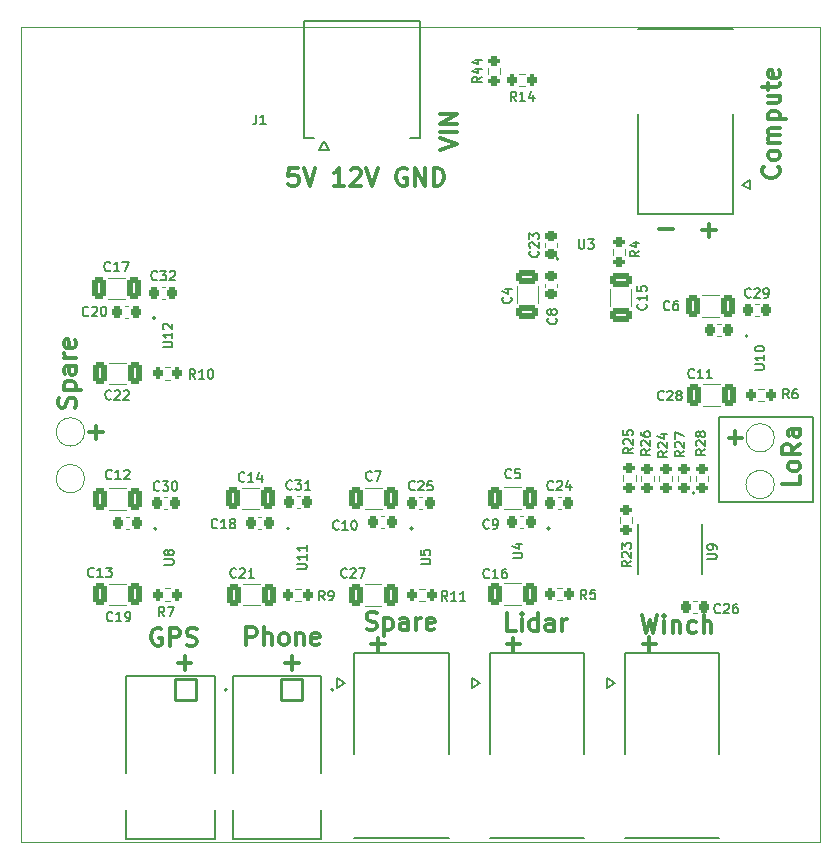
<source format=gto>
%TF.GenerationSoftware,KiCad,Pcbnew,9.0.0*%
%TF.CreationDate,2026-01-23T14:52:09+07:00*%
%TF.ProjectId,Connector_Extension_Board_V1.0,436f6e6e-6563-4746-9f72-5f457874656e,rev?*%
%TF.SameCoordinates,Original*%
%TF.FileFunction,Legend,Top*%
%TF.FilePolarity,Positive*%
%FSLAX46Y46*%
G04 Gerber Fmt 4.6, Leading zero omitted, Abs format (unit mm)*
G04 Created by KiCad (PCBNEW 9.0.0) date 2026-01-23 14:52:09*
%MOMM*%
%LPD*%
G01*
G04 APERTURE LIST*
G04 Aperture macros list*
%AMRoundRect*
0 Rectangle with rounded corners*
0 $1 Rounding radius*
0 $2 $3 $4 $5 $6 $7 $8 $9 X,Y pos of 4 corners*
0 Add a 4 corners polygon primitive as box body*
4,1,4,$2,$3,$4,$5,$6,$7,$8,$9,$2,$3,0*
0 Add four circle primitives for the rounded corners*
1,1,$1+$1,$2,$3*
1,1,$1+$1,$4,$5*
1,1,$1+$1,$6,$7*
1,1,$1+$1,$8,$9*
0 Add four rect primitives between the rounded corners*
20,1,$1+$1,$2,$3,$4,$5,0*
20,1,$1+$1,$4,$5,$6,$7,0*
20,1,$1+$1,$6,$7,$8,$9,0*
20,1,$1+$1,$8,$9,$2,$3,0*%
G04 Aperture macros list end*
%ADD10C,0.150000*%
%ADD11C,0.300000*%
%ADD12C,0.200000*%
%ADD13C,0.120000*%
%ADD14C,0.127000*%
%ADD15C,3.110399*%
%ADD16C,0.010000*%
%ADD17C,1.601200*%
%ADD18C,0.836200*%
%ADD19C,1.576200*%
%ADD20C,2.000000*%
%ADD21RoundRect,0.200000X0.200000X0.275000X-0.200000X0.275000X-0.200000X-0.275000X0.200000X-0.275000X0*%
%ADD22RoundRect,0.225000X-0.225000X-0.250000X0.225000X-0.250000X0.225000X0.250000X-0.225000X0.250000X0*%
%ADD23C,5.800000*%
%ADD24RoundRect,0.250000X0.325000X0.650000X-0.325000X0.650000X-0.325000X-0.650000X0.325000X-0.650000X0*%
%ADD25RoundRect,0.225000X0.250000X-0.225000X0.250000X0.225000X-0.250000X0.225000X-0.250000X-0.225000X0*%
%ADD26RoundRect,0.200000X-0.275000X0.200000X-0.275000X-0.200000X0.275000X-0.200000X0.275000X0.200000X0*%
%ADD27C,2.360000*%
%ADD28RoundRect,0.102000X0.890000X0.890000X-0.890000X0.890000X-0.890000X-0.890000X0.890000X-0.890000X0*%
%ADD29C,1.954000*%
%ADD30RoundRect,0.200000X0.275000X-0.200000X0.275000X0.200000X-0.275000X0.200000X-0.275000X-0.200000X0*%
%ADD31RoundRect,0.250000X-0.650000X0.325000X-0.650000X-0.325000X0.650000X-0.325000X0.650000X0.325000X0*%
%ADD32C,3.050000*%
%ADD33C,2.464600*%
%ADD34RoundRect,0.225000X0.225000X0.250000X-0.225000X0.250000X-0.225000X-0.250000X0.225000X-0.250000X0*%
%ADD35RoundRect,0.225000X-0.250000X0.225000X-0.250000X-0.225000X0.250000X-0.225000X0.250000X0.225000X0*%
%ADD36C,3.000000*%
%TA.AperFunction,Profile*%
%ADD37C,0.100000*%
%TD*%
G04 APERTURE END LIST*
D10*
X157462000Y-82069800D02*
X165422000Y-82069800D01*
X165422000Y-89239800D01*
X157462000Y-89239800D01*
X157462000Y-82069800D01*
D11*
X127645082Y-99989200D02*
X127859368Y-100060628D01*
X127859368Y-100060628D02*
X128216510Y-100060628D01*
X128216510Y-100060628D02*
X128359368Y-99989200D01*
X128359368Y-99989200D02*
X128430796Y-99917771D01*
X128430796Y-99917771D02*
X128502225Y-99774914D01*
X128502225Y-99774914D02*
X128502225Y-99632057D01*
X128502225Y-99632057D02*
X128430796Y-99489200D01*
X128430796Y-99489200D02*
X128359368Y-99417771D01*
X128359368Y-99417771D02*
X128216510Y-99346342D01*
X128216510Y-99346342D02*
X127930796Y-99274914D01*
X127930796Y-99274914D02*
X127787939Y-99203485D01*
X127787939Y-99203485D02*
X127716510Y-99132057D01*
X127716510Y-99132057D02*
X127645082Y-98989200D01*
X127645082Y-98989200D02*
X127645082Y-98846342D01*
X127645082Y-98846342D02*
X127716510Y-98703485D01*
X127716510Y-98703485D02*
X127787939Y-98632057D01*
X127787939Y-98632057D02*
X127930796Y-98560628D01*
X127930796Y-98560628D02*
X128287939Y-98560628D01*
X128287939Y-98560628D02*
X128502225Y-98632057D01*
X129145081Y-99060628D02*
X129145081Y-100560628D01*
X129145081Y-99132057D02*
X129287939Y-99060628D01*
X129287939Y-99060628D02*
X129573653Y-99060628D01*
X129573653Y-99060628D02*
X129716510Y-99132057D01*
X129716510Y-99132057D02*
X129787939Y-99203485D01*
X129787939Y-99203485D02*
X129859367Y-99346342D01*
X129859367Y-99346342D02*
X129859367Y-99774914D01*
X129859367Y-99774914D02*
X129787939Y-99917771D01*
X129787939Y-99917771D02*
X129716510Y-99989200D01*
X129716510Y-99989200D02*
X129573653Y-100060628D01*
X129573653Y-100060628D02*
X129287939Y-100060628D01*
X129287939Y-100060628D02*
X129145081Y-99989200D01*
X131145082Y-100060628D02*
X131145082Y-99274914D01*
X131145082Y-99274914D02*
X131073653Y-99132057D01*
X131073653Y-99132057D02*
X130930796Y-99060628D01*
X130930796Y-99060628D02*
X130645082Y-99060628D01*
X130645082Y-99060628D02*
X130502224Y-99132057D01*
X131145082Y-99989200D02*
X131002224Y-100060628D01*
X131002224Y-100060628D02*
X130645082Y-100060628D01*
X130645082Y-100060628D02*
X130502224Y-99989200D01*
X130502224Y-99989200D02*
X130430796Y-99846342D01*
X130430796Y-99846342D02*
X130430796Y-99703485D01*
X130430796Y-99703485D02*
X130502224Y-99560628D01*
X130502224Y-99560628D02*
X130645082Y-99489200D01*
X130645082Y-99489200D02*
X131002224Y-99489200D01*
X131002224Y-99489200D02*
X131145082Y-99417771D01*
X131859367Y-100060628D02*
X131859367Y-99060628D01*
X131859367Y-99346342D02*
X131930796Y-99203485D01*
X131930796Y-99203485D02*
X132002225Y-99132057D01*
X132002225Y-99132057D02*
X132145082Y-99060628D01*
X132145082Y-99060628D02*
X132287939Y-99060628D01*
X133359367Y-99989200D02*
X133216510Y-100060628D01*
X133216510Y-100060628D02*
X132930796Y-100060628D01*
X132930796Y-100060628D02*
X132787938Y-99989200D01*
X132787938Y-99989200D02*
X132716510Y-99846342D01*
X132716510Y-99846342D02*
X132716510Y-99274914D01*
X132716510Y-99274914D02*
X132787938Y-99132057D01*
X132787938Y-99132057D02*
X132930796Y-99060628D01*
X132930796Y-99060628D02*
X133216510Y-99060628D01*
X133216510Y-99060628D02*
X133359367Y-99132057D01*
X133359367Y-99132057D02*
X133430796Y-99274914D01*
X133430796Y-99274914D02*
X133430796Y-99417771D01*
X133430796Y-99417771D02*
X132716510Y-99560628D01*
X162489971Y-60828146D02*
X162561400Y-60899574D01*
X162561400Y-60899574D02*
X162632828Y-61113860D01*
X162632828Y-61113860D02*
X162632828Y-61256717D01*
X162632828Y-61256717D02*
X162561400Y-61471003D01*
X162561400Y-61471003D02*
X162418542Y-61613860D01*
X162418542Y-61613860D02*
X162275685Y-61685289D01*
X162275685Y-61685289D02*
X161989971Y-61756717D01*
X161989971Y-61756717D02*
X161775685Y-61756717D01*
X161775685Y-61756717D02*
X161489971Y-61685289D01*
X161489971Y-61685289D02*
X161347114Y-61613860D01*
X161347114Y-61613860D02*
X161204257Y-61471003D01*
X161204257Y-61471003D02*
X161132828Y-61256717D01*
X161132828Y-61256717D02*
X161132828Y-61113860D01*
X161132828Y-61113860D02*
X161204257Y-60899574D01*
X161204257Y-60899574D02*
X161275685Y-60828146D01*
X162632828Y-59971003D02*
X162561400Y-60113860D01*
X162561400Y-60113860D02*
X162489971Y-60185289D01*
X162489971Y-60185289D02*
X162347114Y-60256717D01*
X162347114Y-60256717D02*
X161918542Y-60256717D01*
X161918542Y-60256717D02*
X161775685Y-60185289D01*
X161775685Y-60185289D02*
X161704257Y-60113860D01*
X161704257Y-60113860D02*
X161632828Y-59971003D01*
X161632828Y-59971003D02*
X161632828Y-59756717D01*
X161632828Y-59756717D02*
X161704257Y-59613860D01*
X161704257Y-59613860D02*
X161775685Y-59542432D01*
X161775685Y-59542432D02*
X161918542Y-59471003D01*
X161918542Y-59471003D02*
X162347114Y-59471003D01*
X162347114Y-59471003D02*
X162489971Y-59542432D01*
X162489971Y-59542432D02*
X162561400Y-59613860D01*
X162561400Y-59613860D02*
X162632828Y-59756717D01*
X162632828Y-59756717D02*
X162632828Y-59971003D01*
X162632828Y-58828146D02*
X161632828Y-58828146D01*
X161775685Y-58828146D02*
X161704257Y-58756717D01*
X161704257Y-58756717D02*
X161632828Y-58613860D01*
X161632828Y-58613860D02*
X161632828Y-58399574D01*
X161632828Y-58399574D02*
X161704257Y-58256717D01*
X161704257Y-58256717D02*
X161847114Y-58185289D01*
X161847114Y-58185289D02*
X162632828Y-58185289D01*
X161847114Y-58185289D02*
X161704257Y-58113860D01*
X161704257Y-58113860D02*
X161632828Y-57971003D01*
X161632828Y-57971003D02*
X161632828Y-57756717D01*
X161632828Y-57756717D02*
X161704257Y-57613860D01*
X161704257Y-57613860D02*
X161847114Y-57542431D01*
X161847114Y-57542431D02*
X162632828Y-57542431D01*
X161632828Y-56828146D02*
X163132828Y-56828146D01*
X161704257Y-56828146D02*
X161632828Y-56685289D01*
X161632828Y-56685289D02*
X161632828Y-56399574D01*
X161632828Y-56399574D02*
X161704257Y-56256717D01*
X161704257Y-56256717D02*
X161775685Y-56185289D01*
X161775685Y-56185289D02*
X161918542Y-56113860D01*
X161918542Y-56113860D02*
X162347114Y-56113860D01*
X162347114Y-56113860D02*
X162489971Y-56185289D01*
X162489971Y-56185289D02*
X162561400Y-56256717D01*
X162561400Y-56256717D02*
X162632828Y-56399574D01*
X162632828Y-56399574D02*
X162632828Y-56685289D01*
X162632828Y-56685289D02*
X162561400Y-56828146D01*
X161632828Y-54828146D02*
X162632828Y-54828146D01*
X161632828Y-55471003D02*
X162418542Y-55471003D01*
X162418542Y-55471003D02*
X162561400Y-55399574D01*
X162561400Y-55399574D02*
X162632828Y-55256717D01*
X162632828Y-55256717D02*
X162632828Y-55042431D01*
X162632828Y-55042431D02*
X162561400Y-54899574D01*
X162561400Y-54899574D02*
X162489971Y-54828146D01*
X161632828Y-54328145D02*
X161632828Y-53756717D01*
X161132828Y-54113860D02*
X162418542Y-54113860D01*
X162418542Y-54113860D02*
X162561400Y-54042431D01*
X162561400Y-54042431D02*
X162632828Y-53899574D01*
X162632828Y-53899574D02*
X162632828Y-53756717D01*
X162561400Y-52685288D02*
X162632828Y-52828145D01*
X162632828Y-52828145D02*
X162632828Y-53113860D01*
X162632828Y-53113860D02*
X162561400Y-53256717D01*
X162561400Y-53256717D02*
X162418542Y-53328145D01*
X162418542Y-53328145D02*
X161847114Y-53328145D01*
X161847114Y-53328145D02*
X161704257Y-53256717D01*
X161704257Y-53256717D02*
X161632828Y-53113860D01*
X161632828Y-53113860D02*
X161632828Y-52828145D01*
X161632828Y-52828145D02*
X161704257Y-52685288D01*
X161704257Y-52685288D02*
X161847114Y-52613860D01*
X161847114Y-52613860D02*
X161989971Y-52613860D01*
X161989971Y-52613860D02*
X162132828Y-53328145D01*
X140062600Y-100704310D02*
X140062600Y-101847168D01*
X139491171Y-101275739D02*
X140634028Y-101275739D01*
X133832828Y-59409574D02*
X135332828Y-58909574D01*
X135332828Y-58909574D02*
X133832828Y-58409574D01*
X135332828Y-57909575D02*
X133832828Y-57909575D01*
X135332828Y-57195289D02*
X133832828Y-57195289D01*
X133832828Y-57195289D02*
X135332828Y-56338146D01*
X135332828Y-56338146D02*
X133832828Y-56338146D01*
X121342600Y-102294310D02*
X121342600Y-103437168D01*
X120771171Y-102865739D02*
X121914028Y-102865739D01*
X110272225Y-99962057D02*
X110129368Y-99890628D01*
X110129368Y-99890628D02*
X109915082Y-99890628D01*
X109915082Y-99890628D02*
X109700796Y-99962057D01*
X109700796Y-99962057D02*
X109557939Y-100104914D01*
X109557939Y-100104914D02*
X109486510Y-100247771D01*
X109486510Y-100247771D02*
X109415082Y-100533485D01*
X109415082Y-100533485D02*
X109415082Y-100747771D01*
X109415082Y-100747771D02*
X109486510Y-101033485D01*
X109486510Y-101033485D02*
X109557939Y-101176342D01*
X109557939Y-101176342D02*
X109700796Y-101319200D01*
X109700796Y-101319200D02*
X109915082Y-101390628D01*
X109915082Y-101390628D02*
X110057939Y-101390628D01*
X110057939Y-101390628D02*
X110272225Y-101319200D01*
X110272225Y-101319200D02*
X110343653Y-101247771D01*
X110343653Y-101247771D02*
X110343653Y-100747771D01*
X110343653Y-100747771D02*
X110057939Y-100747771D01*
X110986510Y-101390628D02*
X110986510Y-99890628D01*
X110986510Y-99890628D02*
X111557939Y-99890628D01*
X111557939Y-99890628D02*
X111700796Y-99962057D01*
X111700796Y-99962057D02*
X111772225Y-100033485D01*
X111772225Y-100033485D02*
X111843653Y-100176342D01*
X111843653Y-100176342D02*
X111843653Y-100390628D01*
X111843653Y-100390628D02*
X111772225Y-100533485D01*
X111772225Y-100533485D02*
X111700796Y-100604914D01*
X111700796Y-100604914D02*
X111557939Y-100676342D01*
X111557939Y-100676342D02*
X110986510Y-100676342D01*
X112415082Y-101319200D02*
X112629368Y-101390628D01*
X112629368Y-101390628D02*
X112986510Y-101390628D01*
X112986510Y-101390628D02*
X113129368Y-101319200D01*
X113129368Y-101319200D02*
X113200796Y-101247771D01*
X113200796Y-101247771D02*
X113272225Y-101104914D01*
X113272225Y-101104914D02*
X113272225Y-100962057D01*
X113272225Y-100962057D02*
X113200796Y-100819200D01*
X113200796Y-100819200D02*
X113129368Y-100747771D01*
X113129368Y-100747771D02*
X112986510Y-100676342D01*
X112986510Y-100676342D02*
X112700796Y-100604914D01*
X112700796Y-100604914D02*
X112557939Y-100533485D01*
X112557939Y-100533485D02*
X112486510Y-100462057D01*
X112486510Y-100462057D02*
X112415082Y-100319200D01*
X112415082Y-100319200D02*
X112415082Y-100176342D01*
X112415082Y-100176342D02*
X112486510Y-100033485D01*
X112486510Y-100033485D02*
X112557939Y-99962057D01*
X112557939Y-99962057D02*
X112700796Y-99890628D01*
X112700796Y-99890628D02*
X113057939Y-99890628D01*
X113057939Y-99890628D02*
X113272225Y-99962057D01*
X140280796Y-100120628D02*
X139566510Y-100120628D01*
X139566510Y-100120628D02*
X139566510Y-98620628D01*
X140780796Y-100120628D02*
X140780796Y-99120628D01*
X140780796Y-98620628D02*
X140709368Y-98692057D01*
X140709368Y-98692057D02*
X140780796Y-98763485D01*
X140780796Y-98763485D02*
X140852225Y-98692057D01*
X140852225Y-98692057D02*
X140780796Y-98620628D01*
X140780796Y-98620628D02*
X140780796Y-98763485D01*
X142137940Y-100120628D02*
X142137940Y-98620628D01*
X142137940Y-100049200D02*
X141995082Y-100120628D01*
X141995082Y-100120628D02*
X141709368Y-100120628D01*
X141709368Y-100120628D02*
X141566511Y-100049200D01*
X141566511Y-100049200D02*
X141495082Y-99977771D01*
X141495082Y-99977771D02*
X141423654Y-99834914D01*
X141423654Y-99834914D02*
X141423654Y-99406342D01*
X141423654Y-99406342D02*
X141495082Y-99263485D01*
X141495082Y-99263485D02*
X141566511Y-99192057D01*
X141566511Y-99192057D02*
X141709368Y-99120628D01*
X141709368Y-99120628D02*
X141995082Y-99120628D01*
X141995082Y-99120628D02*
X142137940Y-99192057D01*
X143495083Y-100120628D02*
X143495083Y-99334914D01*
X143495083Y-99334914D02*
X143423654Y-99192057D01*
X143423654Y-99192057D02*
X143280797Y-99120628D01*
X143280797Y-99120628D02*
X142995083Y-99120628D01*
X142995083Y-99120628D02*
X142852225Y-99192057D01*
X143495083Y-100049200D02*
X143352225Y-100120628D01*
X143352225Y-100120628D02*
X142995083Y-100120628D01*
X142995083Y-100120628D02*
X142852225Y-100049200D01*
X142852225Y-100049200D02*
X142780797Y-99906342D01*
X142780797Y-99906342D02*
X142780797Y-99763485D01*
X142780797Y-99763485D02*
X142852225Y-99620628D01*
X142852225Y-99620628D02*
X142995083Y-99549200D01*
X142995083Y-99549200D02*
X143352225Y-99549200D01*
X143352225Y-99549200D02*
X143495083Y-99477771D01*
X144209368Y-100120628D02*
X144209368Y-99120628D01*
X144209368Y-99406342D02*
X144280797Y-99263485D01*
X144280797Y-99263485D02*
X144352226Y-99192057D01*
X144352226Y-99192057D02*
X144495083Y-99120628D01*
X144495083Y-99120628D02*
X144637940Y-99120628D01*
X112232600Y-102294310D02*
X112232600Y-103437168D01*
X111661171Y-102865739D02*
X112804028Y-102865739D01*
X156622600Y-65654310D02*
X156622600Y-66797168D01*
X156051171Y-66225739D02*
X157194028Y-66225739D01*
X152436510Y-66139200D02*
X153579368Y-66139200D01*
X104742600Y-82764310D02*
X104742600Y-83907168D01*
X104171171Y-83335739D02*
X105314028Y-83335739D01*
X117466510Y-101340628D02*
X117466510Y-99840628D01*
X117466510Y-99840628D02*
X118037939Y-99840628D01*
X118037939Y-99840628D02*
X118180796Y-99912057D01*
X118180796Y-99912057D02*
X118252225Y-99983485D01*
X118252225Y-99983485D02*
X118323653Y-100126342D01*
X118323653Y-100126342D02*
X118323653Y-100340628D01*
X118323653Y-100340628D02*
X118252225Y-100483485D01*
X118252225Y-100483485D02*
X118180796Y-100554914D01*
X118180796Y-100554914D02*
X118037939Y-100626342D01*
X118037939Y-100626342D02*
X117466510Y-100626342D01*
X118966510Y-101340628D02*
X118966510Y-99840628D01*
X119609368Y-101340628D02*
X119609368Y-100554914D01*
X119609368Y-100554914D02*
X119537939Y-100412057D01*
X119537939Y-100412057D02*
X119395082Y-100340628D01*
X119395082Y-100340628D02*
X119180796Y-100340628D01*
X119180796Y-100340628D02*
X119037939Y-100412057D01*
X119037939Y-100412057D02*
X118966510Y-100483485D01*
X120537939Y-101340628D02*
X120395082Y-101269200D01*
X120395082Y-101269200D02*
X120323653Y-101197771D01*
X120323653Y-101197771D02*
X120252225Y-101054914D01*
X120252225Y-101054914D02*
X120252225Y-100626342D01*
X120252225Y-100626342D02*
X120323653Y-100483485D01*
X120323653Y-100483485D02*
X120395082Y-100412057D01*
X120395082Y-100412057D02*
X120537939Y-100340628D01*
X120537939Y-100340628D02*
X120752225Y-100340628D01*
X120752225Y-100340628D02*
X120895082Y-100412057D01*
X120895082Y-100412057D02*
X120966511Y-100483485D01*
X120966511Y-100483485D02*
X121037939Y-100626342D01*
X121037939Y-100626342D02*
X121037939Y-101054914D01*
X121037939Y-101054914D02*
X120966511Y-101197771D01*
X120966511Y-101197771D02*
X120895082Y-101269200D01*
X120895082Y-101269200D02*
X120752225Y-101340628D01*
X120752225Y-101340628D02*
X120537939Y-101340628D01*
X121680796Y-100340628D02*
X121680796Y-101340628D01*
X121680796Y-100483485D02*
X121752225Y-100412057D01*
X121752225Y-100412057D02*
X121895082Y-100340628D01*
X121895082Y-100340628D02*
X122109368Y-100340628D01*
X122109368Y-100340628D02*
X122252225Y-100412057D01*
X122252225Y-100412057D02*
X122323654Y-100554914D01*
X122323654Y-100554914D02*
X122323654Y-101340628D01*
X123609368Y-101269200D02*
X123466511Y-101340628D01*
X123466511Y-101340628D02*
X123180797Y-101340628D01*
X123180797Y-101340628D02*
X123037939Y-101269200D01*
X123037939Y-101269200D02*
X122966511Y-101126342D01*
X122966511Y-101126342D02*
X122966511Y-100554914D01*
X122966511Y-100554914D02*
X123037939Y-100412057D01*
X123037939Y-100412057D02*
X123180797Y-100340628D01*
X123180797Y-100340628D02*
X123466511Y-100340628D01*
X123466511Y-100340628D02*
X123609368Y-100412057D01*
X123609368Y-100412057D02*
X123680797Y-100554914D01*
X123680797Y-100554914D02*
X123680797Y-100697771D01*
X123680797Y-100697771D02*
X122966511Y-100840628D01*
X102931400Y-81236717D02*
X103002828Y-81022432D01*
X103002828Y-81022432D02*
X103002828Y-80665289D01*
X103002828Y-80665289D02*
X102931400Y-80522432D01*
X102931400Y-80522432D02*
X102859971Y-80451003D01*
X102859971Y-80451003D02*
X102717114Y-80379574D01*
X102717114Y-80379574D02*
X102574257Y-80379574D01*
X102574257Y-80379574D02*
X102431400Y-80451003D01*
X102431400Y-80451003D02*
X102359971Y-80522432D01*
X102359971Y-80522432D02*
X102288542Y-80665289D01*
X102288542Y-80665289D02*
X102217114Y-80951003D01*
X102217114Y-80951003D02*
X102145685Y-81093860D01*
X102145685Y-81093860D02*
X102074257Y-81165289D01*
X102074257Y-81165289D02*
X101931400Y-81236717D01*
X101931400Y-81236717D02*
X101788542Y-81236717D01*
X101788542Y-81236717D02*
X101645685Y-81165289D01*
X101645685Y-81165289D02*
X101574257Y-81093860D01*
X101574257Y-81093860D02*
X101502828Y-80951003D01*
X101502828Y-80951003D02*
X101502828Y-80593860D01*
X101502828Y-80593860D02*
X101574257Y-80379574D01*
X102002828Y-79736718D02*
X103502828Y-79736718D01*
X102074257Y-79736718D02*
X102002828Y-79593861D01*
X102002828Y-79593861D02*
X102002828Y-79308146D01*
X102002828Y-79308146D02*
X102074257Y-79165289D01*
X102074257Y-79165289D02*
X102145685Y-79093861D01*
X102145685Y-79093861D02*
X102288542Y-79022432D01*
X102288542Y-79022432D02*
X102717114Y-79022432D01*
X102717114Y-79022432D02*
X102859971Y-79093861D01*
X102859971Y-79093861D02*
X102931400Y-79165289D01*
X102931400Y-79165289D02*
X103002828Y-79308146D01*
X103002828Y-79308146D02*
X103002828Y-79593861D01*
X103002828Y-79593861D02*
X102931400Y-79736718D01*
X103002828Y-77736718D02*
X102217114Y-77736718D01*
X102217114Y-77736718D02*
X102074257Y-77808146D01*
X102074257Y-77808146D02*
X102002828Y-77951003D01*
X102002828Y-77951003D02*
X102002828Y-78236718D01*
X102002828Y-78236718D02*
X102074257Y-78379575D01*
X102931400Y-77736718D02*
X103002828Y-77879575D01*
X103002828Y-77879575D02*
X103002828Y-78236718D01*
X103002828Y-78236718D02*
X102931400Y-78379575D01*
X102931400Y-78379575D02*
X102788542Y-78451003D01*
X102788542Y-78451003D02*
X102645685Y-78451003D01*
X102645685Y-78451003D02*
X102502828Y-78379575D01*
X102502828Y-78379575D02*
X102431400Y-78236718D01*
X102431400Y-78236718D02*
X102431400Y-77879575D01*
X102431400Y-77879575D02*
X102359971Y-77736718D01*
X103002828Y-77022432D02*
X102002828Y-77022432D01*
X102288542Y-77022432D02*
X102145685Y-76951003D01*
X102145685Y-76951003D02*
X102074257Y-76879575D01*
X102074257Y-76879575D02*
X102002828Y-76736717D01*
X102002828Y-76736717D02*
X102002828Y-76593860D01*
X102931400Y-75522432D02*
X103002828Y-75665289D01*
X103002828Y-75665289D02*
X103002828Y-75951004D01*
X103002828Y-75951004D02*
X102931400Y-76093861D01*
X102931400Y-76093861D02*
X102788542Y-76165289D01*
X102788542Y-76165289D02*
X102217114Y-76165289D01*
X102217114Y-76165289D02*
X102074257Y-76093861D01*
X102074257Y-76093861D02*
X102002828Y-75951004D01*
X102002828Y-75951004D02*
X102002828Y-75665289D01*
X102002828Y-75665289D02*
X102074257Y-75522432D01*
X102074257Y-75522432D02*
X102217114Y-75451004D01*
X102217114Y-75451004D02*
X102359971Y-75451004D01*
X102359971Y-75451004D02*
X102502828Y-76165289D01*
X150973653Y-98830628D02*
X151330796Y-100330628D01*
X151330796Y-100330628D02*
X151616510Y-99259200D01*
X151616510Y-99259200D02*
X151902225Y-100330628D01*
X151902225Y-100330628D02*
X152259368Y-98830628D01*
X152830796Y-100330628D02*
X152830796Y-99330628D01*
X152830796Y-98830628D02*
X152759368Y-98902057D01*
X152759368Y-98902057D02*
X152830796Y-98973485D01*
X152830796Y-98973485D02*
X152902225Y-98902057D01*
X152902225Y-98902057D02*
X152830796Y-98830628D01*
X152830796Y-98830628D02*
X152830796Y-98973485D01*
X153545082Y-99330628D02*
X153545082Y-100330628D01*
X153545082Y-99473485D02*
X153616511Y-99402057D01*
X153616511Y-99402057D02*
X153759368Y-99330628D01*
X153759368Y-99330628D02*
X153973654Y-99330628D01*
X153973654Y-99330628D02*
X154116511Y-99402057D01*
X154116511Y-99402057D02*
X154187940Y-99544914D01*
X154187940Y-99544914D02*
X154187940Y-100330628D01*
X155545083Y-100259200D02*
X155402225Y-100330628D01*
X155402225Y-100330628D02*
X155116511Y-100330628D01*
X155116511Y-100330628D02*
X154973654Y-100259200D01*
X154973654Y-100259200D02*
X154902225Y-100187771D01*
X154902225Y-100187771D02*
X154830797Y-100044914D01*
X154830797Y-100044914D02*
X154830797Y-99616342D01*
X154830797Y-99616342D02*
X154902225Y-99473485D01*
X154902225Y-99473485D02*
X154973654Y-99402057D01*
X154973654Y-99402057D02*
X155116511Y-99330628D01*
X155116511Y-99330628D02*
X155402225Y-99330628D01*
X155402225Y-99330628D02*
X155545083Y-99402057D01*
X156187939Y-100330628D02*
X156187939Y-98830628D01*
X156830797Y-100330628D02*
X156830797Y-99544914D01*
X156830797Y-99544914D02*
X156759368Y-99402057D01*
X156759368Y-99402057D02*
X156616511Y-99330628D01*
X156616511Y-99330628D02*
X156402225Y-99330628D01*
X156402225Y-99330628D02*
X156259368Y-99402057D01*
X156259368Y-99402057D02*
X156187939Y-99473485D01*
X151582600Y-100694310D02*
X151582600Y-101837168D01*
X151011171Y-101265739D02*
X152154028Y-101265739D01*
X164352828Y-87021003D02*
X164352828Y-87735289D01*
X164352828Y-87735289D02*
X162852828Y-87735289D01*
X164352828Y-86306717D02*
X164281400Y-86449574D01*
X164281400Y-86449574D02*
X164209971Y-86521003D01*
X164209971Y-86521003D02*
X164067114Y-86592431D01*
X164067114Y-86592431D02*
X163638542Y-86592431D01*
X163638542Y-86592431D02*
X163495685Y-86521003D01*
X163495685Y-86521003D02*
X163424257Y-86449574D01*
X163424257Y-86449574D02*
X163352828Y-86306717D01*
X163352828Y-86306717D02*
X163352828Y-86092431D01*
X163352828Y-86092431D02*
X163424257Y-85949574D01*
X163424257Y-85949574D02*
X163495685Y-85878146D01*
X163495685Y-85878146D02*
X163638542Y-85806717D01*
X163638542Y-85806717D02*
X164067114Y-85806717D01*
X164067114Y-85806717D02*
X164209971Y-85878146D01*
X164209971Y-85878146D02*
X164281400Y-85949574D01*
X164281400Y-85949574D02*
X164352828Y-86092431D01*
X164352828Y-86092431D02*
X164352828Y-86306717D01*
X164352828Y-84306717D02*
X163638542Y-84806717D01*
X164352828Y-85163860D02*
X162852828Y-85163860D01*
X162852828Y-85163860D02*
X162852828Y-84592431D01*
X162852828Y-84592431D02*
X162924257Y-84449574D01*
X162924257Y-84449574D02*
X162995685Y-84378145D01*
X162995685Y-84378145D02*
X163138542Y-84306717D01*
X163138542Y-84306717D02*
X163352828Y-84306717D01*
X163352828Y-84306717D02*
X163495685Y-84378145D01*
X163495685Y-84378145D02*
X163567114Y-84449574D01*
X163567114Y-84449574D02*
X163638542Y-84592431D01*
X163638542Y-84592431D02*
X163638542Y-85163860D01*
X164352828Y-83021003D02*
X163567114Y-83021003D01*
X163567114Y-83021003D02*
X163424257Y-83092431D01*
X163424257Y-83092431D02*
X163352828Y-83235288D01*
X163352828Y-83235288D02*
X163352828Y-83521003D01*
X163352828Y-83521003D02*
X163424257Y-83663860D01*
X164281400Y-83021003D02*
X164352828Y-83163860D01*
X164352828Y-83163860D02*
X164352828Y-83521003D01*
X164352828Y-83521003D02*
X164281400Y-83663860D01*
X164281400Y-83663860D02*
X164138542Y-83735288D01*
X164138542Y-83735288D02*
X163995685Y-83735288D01*
X163995685Y-83735288D02*
X163852828Y-83663860D01*
X163852828Y-83663860D02*
X163781400Y-83521003D01*
X163781400Y-83521003D02*
X163781400Y-83163860D01*
X163781400Y-83163860D02*
X163709971Y-83021003D01*
X121810796Y-60940628D02*
X121096510Y-60940628D01*
X121096510Y-60940628D02*
X121025082Y-61654914D01*
X121025082Y-61654914D02*
X121096510Y-61583485D01*
X121096510Y-61583485D02*
X121239368Y-61512057D01*
X121239368Y-61512057D02*
X121596510Y-61512057D01*
X121596510Y-61512057D02*
X121739368Y-61583485D01*
X121739368Y-61583485D02*
X121810796Y-61654914D01*
X121810796Y-61654914D02*
X121882225Y-61797771D01*
X121882225Y-61797771D02*
X121882225Y-62154914D01*
X121882225Y-62154914D02*
X121810796Y-62297771D01*
X121810796Y-62297771D02*
X121739368Y-62369200D01*
X121739368Y-62369200D02*
X121596510Y-62440628D01*
X121596510Y-62440628D02*
X121239368Y-62440628D01*
X121239368Y-62440628D02*
X121096510Y-62369200D01*
X121096510Y-62369200D02*
X121025082Y-62297771D01*
X122310796Y-60940628D02*
X122810796Y-62440628D01*
X122810796Y-62440628D02*
X123310796Y-60940628D01*
X125739367Y-62440628D02*
X124882224Y-62440628D01*
X125310795Y-62440628D02*
X125310795Y-60940628D01*
X125310795Y-60940628D02*
X125167938Y-61154914D01*
X125167938Y-61154914D02*
X125025081Y-61297771D01*
X125025081Y-61297771D02*
X124882224Y-61369200D01*
X126310795Y-61083485D02*
X126382223Y-61012057D01*
X126382223Y-61012057D02*
X126525081Y-60940628D01*
X126525081Y-60940628D02*
X126882223Y-60940628D01*
X126882223Y-60940628D02*
X127025081Y-61012057D01*
X127025081Y-61012057D02*
X127096509Y-61083485D01*
X127096509Y-61083485D02*
X127167938Y-61226342D01*
X127167938Y-61226342D02*
X127167938Y-61369200D01*
X127167938Y-61369200D02*
X127096509Y-61583485D01*
X127096509Y-61583485D02*
X126239366Y-62440628D01*
X126239366Y-62440628D02*
X127167938Y-62440628D01*
X127596509Y-60940628D02*
X128096509Y-62440628D01*
X128096509Y-62440628D02*
X128596509Y-60940628D01*
X131025080Y-61012057D02*
X130882223Y-60940628D01*
X130882223Y-60940628D02*
X130667937Y-60940628D01*
X130667937Y-60940628D02*
X130453651Y-61012057D01*
X130453651Y-61012057D02*
X130310794Y-61154914D01*
X130310794Y-61154914D02*
X130239365Y-61297771D01*
X130239365Y-61297771D02*
X130167937Y-61583485D01*
X130167937Y-61583485D02*
X130167937Y-61797771D01*
X130167937Y-61797771D02*
X130239365Y-62083485D01*
X130239365Y-62083485D02*
X130310794Y-62226342D01*
X130310794Y-62226342D02*
X130453651Y-62369200D01*
X130453651Y-62369200D02*
X130667937Y-62440628D01*
X130667937Y-62440628D02*
X130810794Y-62440628D01*
X130810794Y-62440628D02*
X131025080Y-62369200D01*
X131025080Y-62369200D02*
X131096508Y-62297771D01*
X131096508Y-62297771D02*
X131096508Y-61797771D01*
X131096508Y-61797771D02*
X130810794Y-61797771D01*
X131739365Y-62440628D02*
X131739365Y-60940628D01*
X131739365Y-60940628D02*
X132596508Y-62440628D01*
X132596508Y-62440628D02*
X132596508Y-60940628D01*
X133310794Y-62440628D02*
X133310794Y-60940628D01*
X133310794Y-60940628D02*
X133667937Y-60940628D01*
X133667937Y-60940628D02*
X133882223Y-61012057D01*
X133882223Y-61012057D02*
X134025080Y-61154914D01*
X134025080Y-61154914D02*
X134096509Y-61297771D01*
X134096509Y-61297771D02*
X134167937Y-61583485D01*
X134167937Y-61583485D02*
X134167937Y-61797771D01*
X134167937Y-61797771D02*
X134096509Y-62083485D01*
X134096509Y-62083485D02*
X134025080Y-62226342D01*
X134025080Y-62226342D02*
X133882223Y-62369200D01*
X133882223Y-62369200D02*
X133667937Y-62440628D01*
X133667937Y-62440628D02*
X133310794Y-62440628D01*
X158862600Y-83214310D02*
X158862600Y-84357168D01*
X158291171Y-83785739D02*
X159434028Y-83785739D01*
X128612600Y-100704310D02*
X128612600Y-101847168D01*
X128041171Y-101275739D02*
X129184028Y-101275739D01*
D12*
X132220595Y-94513823D02*
X132868214Y-94513823D01*
X132868214Y-94513823D02*
X132944404Y-94475728D01*
X132944404Y-94475728D02*
X132982500Y-94437633D01*
X132982500Y-94437633D02*
X133020595Y-94361442D01*
X133020595Y-94361442D02*
X133020595Y-94209061D01*
X133020595Y-94209061D02*
X132982500Y-94132871D01*
X132982500Y-94132871D02*
X132944404Y-94094776D01*
X132944404Y-94094776D02*
X132868214Y-94056680D01*
X132868214Y-94056680D02*
X132220595Y-94056680D01*
X132220595Y-93294776D02*
X132220595Y-93675728D01*
X132220595Y-93675728D02*
X132601547Y-93713824D01*
X132601547Y-93713824D02*
X132563452Y-93675728D01*
X132563452Y-93675728D02*
X132525357Y-93599538D01*
X132525357Y-93599538D02*
X132525357Y-93409062D01*
X132525357Y-93409062D02*
X132563452Y-93332871D01*
X132563452Y-93332871D02*
X132601547Y-93294776D01*
X132601547Y-93294776D02*
X132677738Y-93256681D01*
X132677738Y-93256681D02*
X132868214Y-93256681D01*
X132868214Y-93256681D02*
X132944404Y-93294776D01*
X132944404Y-93294776D02*
X132982500Y-93332871D01*
X132982500Y-93332871D02*
X133020595Y-93409062D01*
X133020595Y-93409062D02*
X133020595Y-93599538D01*
X133020595Y-93599538D02*
X132982500Y-93675728D01*
X132982500Y-93675728D02*
X132944404Y-93713824D01*
X140297714Y-55279495D02*
X140031047Y-54898542D01*
X139840571Y-55279495D02*
X139840571Y-54479495D01*
X139840571Y-54479495D02*
X140145333Y-54479495D01*
X140145333Y-54479495D02*
X140221523Y-54517590D01*
X140221523Y-54517590D02*
X140259618Y-54555685D01*
X140259618Y-54555685D02*
X140297714Y-54631876D01*
X140297714Y-54631876D02*
X140297714Y-54746161D01*
X140297714Y-54746161D02*
X140259618Y-54822352D01*
X140259618Y-54822352D02*
X140221523Y-54860447D01*
X140221523Y-54860447D02*
X140145333Y-54898542D01*
X140145333Y-54898542D02*
X139840571Y-54898542D01*
X141059618Y-55279495D02*
X140602475Y-55279495D01*
X140831047Y-55279495D02*
X140831047Y-54479495D01*
X140831047Y-54479495D02*
X140754856Y-54593780D01*
X140754856Y-54593780D02*
X140678666Y-54669971D01*
X140678666Y-54669971D02*
X140602475Y-54708066D01*
X141745333Y-54746161D02*
X141745333Y-55279495D01*
X141554857Y-54441400D02*
X141364380Y-55012828D01*
X141364380Y-55012828D02*
X141859619Y-55012828D01*
X121347714Y-88113304D02*
X121309618Y-88151400D01*
X121309618Y-88151400D02*
X121195333Y-88189495D01*
X121195333Y-88189495D02*
X121119142Y-88189495D01*
X121119142Y-88189495D02*
X121004856Y-88151400D01*
X121004856Y-88151400D02*
X120928666Y-88075209D01*
X120928666Y-88075209D02*
X120890571Y-87999019D01*
X120890571Y-87999019D02*
X120852475Y-87846638D01*
X120852475Y-87846638D02*
X120852475Y-87732352D01*
X120852475Y-87732352D02*
X120890571Y-87579971D01*
X120890571Y-87579971D02*
X120928666Y-87503780D01*
X120928666Y-87503780D02*
X121004856Y-87427590D01*
X121004856Y-87427590D02*
X121119142Y-87389495D01*
X121119142Y-87389495D02*
X121195333Y-87389495D01*
X121195333Y-87389495D02*
X121309618Y-87427590D01*
X121309618Y-87427590D02*
X121347714Y-87465685D01*
X121614380Y-87389495D02*
X122109618Y-87389495D01*
X122109618Y-87389495D02*
X121842952Y-87694257D01*
X121842952Y-87694257D02*
X121957237Y-87694257D01*
X121957237Y-87694257D02*
X122033428Y-87732352D01*
X122033428Y-87732352D02*
X122071523Y-87770447D01*
X122071523Y-87770447D02*
X122109618Y-87846638D01*
X122109618Y-87846638D02*
X122109618Y-88037114D01*
X122109618Y-88037114D02*
X122071523Y-88113304D01*
X122071523Y-88113304D02*
X122033428Y-88151400D01*
X122033428Y-88151400D02*
X121957237Y-88189495D01*
X121957237Y-88189495D02*
X121728666Y-88189495D01*
X121728666Y-88189495D02*
X121652475Y-88151400D01*
X121652475Y-88151400D02*
X121614380Y-88113304D01*
X122871523Y-88189495D02*
X122414380Y-88189495D01*
X122642952Y-88189495D02*
X122642952Y-87389495D01*
X122642952Y-87389495D02*
X122566761Y-87503780D01*
X122566761Y-87503780D02*
X122490571Y-87579971D01*
X122490571Y-87579971D02*
X122414380Y-87618066D01*
X106047714Y-87223304D02*
X106009618Y-87261400D01*
X106009618Y-87261400D02*
X105895333Y-87299495D01*
X105895333Y-87299495D02*
X105819142Y-87299495D01*
X105819142Y-87299495D02*
X105704856Y-87261400D01*
X105704856Y-87261400D02*
X105628666Y-87185209D01*
X105628666Y-87185209D02*
X105590571Y-87109019D01*
X105590571Y-87109019D02*
X105552475Y-86956638D01*
X105552475Y-86956638D02*
X105552475Y-86842352D01*
X105552475Y-86842352D02*
X105590571Y-86689971D01*
X105590571Y-86689971D02*
X105628666Y-86613780D01*
X105628666Y-86613780D02*
X105704856Y-86537590D01*
X105704856Y-86537590D02*
X105819142Y-86499495D01*
X105819142Y-86499495D02*
X105895333Y-86499495D01*
X105895333Y-86499495D02*
X106009618Y-86537590D01*
X106009618Y-86537590D02*
X106047714Y-86575685D01*
X106809618Y-87299495D02*
X106352475Y-87299495D01*
X106581047Y-87299495D02*
X106581047Y-86499495D01*
X106581047Y-86499495D02*
X106504856Y-86613780D01*
X106504856Y-86613780D02*
X106428666Y-86689971D01*
X106428666Y-86689971D02*
X106352475Y-86728066D01*
X107114380Y-86575685D02*
X107152476Y-86537590D01*
X107152476Y-86537590D02*
X107228666Y-86499495D01*
X107228666Y-86499495D02*
X107419142Y-86499495D01*
X107419142Y-86499495D02*
X107495333Y-86537590D01*
X107495333Y-86537590D02*
X107533428Y-86575685D01*
X107533428Y-86575685D02*
X107571523Y-86651876D01*
X107571523Y-86651876D02*
X107571523Y-86728066D01*
X107571523Y-86728066D02*
X107533428Y-86842352D01*
X107533428Y-86842352D02*
X107076285Y-87299495D01*
X107076285Y-87299495D02*
X107571523Y-87299495D01*
X142145504Y-67984085D02*
X142183600Y-68022181D01*
X142183600Y-68022181D02*
X142221695Y-68136466D01*
X142221695Y-68136466D02*
X142221695Y-68212657D01*
X142221695Y-68212657D02*
X142183600Y-68326943D01*
X142183600Y-68326943D02*
X142107409Y-68403133D01*
X142107409Y-68403133D02*
X142031219Y-68441228D01*
X142031219Y-68441228D02*
X141878838Y-68479324D01*
X141878838Y-68479324D02*
X141764552Y-68479324D01*
X141764552Y-68479324D02*
X141612171Y-68441228D01*
X141612171Y-68441228D02*
X141535980Y-68403133D01*
X141535980Y-68403133D02*
X141459790Y-68326943D01*
X141459790Y-68326943D02*
X141421695Y-68212657D01*
X141421695Y-68212657D02*
X141421695Y-68136466D01*
X141421695Y-68136466D02*
X141459790Y-68022181D01*
X141459790Y-68022181D02*
X141497885Y-67984085D01*
X141497885Y-67679324D02*
X141459790Y-67641228D01*
X141459790Y-67641228D02*
X141421695Y-67565038D01*
X141421695Y-67565038D02*
X141421695Y-67374562D01*
X141421695Y-67374562D02*
X141459790Y-67298371D01*
X141459790Y-67298371D02*
X141497885Y-67260276D01*
X141497885Y-67260276D02*
X141574076Y-67222181D01*
X141574076Y-67222181D02*
X141650266Y-67222181D01*
X141650266Y-67222181D02*
X141764552Y-67260276D01*
X141764552Y-67260276D02*
X142221695Y-67717419D01*
X142221695Y-67717419D02*
X142221695Y-67222181D01*
X141421695Y-66955514D02*
X141421695Y-66460276D01*
X141421695Y-66460276D02*
X141726457Y-66726942D01*
X141726457Y-66726942D02*
X141726457Y-66612657D01*
X141726457Y-66612657D02*
X141764552Y-66536466D01*
X141764552Y-66536466D02*
X141802647Y-66498371D01*
X141802647Y-66498371D02*
X141878838Y-66460276D01*
X141878838Y-66460276D02*
X142069314Y-66460276D01*
X142069314Y-66460276D02*
X142145504Y-66498371D01*
X142145504Y-66498371D02*
X142183600Y-66536466D01*
X142183600Y-66536466D02*
X142221695Y-66612657D01*
X142221695Y-66612657D02*
X142221695Y-66841228D01*
X142221695Y-66841228D02*
X142183600Y-66917419D01*
X142183600Y-66917419D02*
X142145504Y-66955514D01*
X160511695Y-78040275D02*
X161159314Y-78040275D01*
X161159314Y-78040275D02*
X161235504Y-78002180D01*
X161235504Y-78002180D02*
X161273600Y-77964085D01*
X161273600Y-77964085D02*
X161311695Y-77887894D01*
X161311695Y-77887894D02*
X161311695Y-77735513D01*
X161311695Y-77735513D02*
X161273600Y-77659323D01*
X161273600Y-77659323D02*
X161235504Y-77621228D01*
X161235504Y-77621228D02*
X161159314Y-77583132D01*
X161159314Y-77583132D02*
X160511695Y-77583132D01*
X161311695Y-76783133D02*
X161311695Y-77240276D01*
X161311695Y-77011704D02*
X160511695Y-77011704D01*
X160511695Y-77011704D02*
X160625980Y-77087895D01*
X160625980Y-77087895D02*
X160702171Y-77164085D01*
X160702171Y-77164085D02*
X160740266Y-77240276D01*
X160511695Y-76287894D02*
X160511695Y-76211704D01*
X160511695Y-76211704D02*
X160549790Y-76135513D01*
X160549790Y-76135513D02*
X160587885Y-76097418D01*
X160587885Y-76097418D02*
X160664076Y-76059323D01*
X160664076Y-76059323D02*
X160816457Y-76021228D01*
X160816457Y-76021228D02*
X161006933Y-76021228D01*
X161006933Y-76021228D02*
X161159314Y-76059323D01*
X161159314Y-76059323D02*
X161235504Y-76097418D01*
X161235504Y-76097418D02*
X161273600Y-76135513D01*
X161273600Y-76135513D02*
X161311695Y-76211704D01*
X161311695Y-76211704D02*
X161311695Y-76287894D01*
X161311695Y-76287894D02*
X161273600Y-76364085D01*
X161273600Y-76364085D02*
X161235504Y-76402180D01*
X161235504Y-76402180D02*
X161159314Y-76440275D01*
X161159314Y-76440275D02*
X161006933Y-76478371D01*
X161006933Y-76478371D02*
X160816457Y-76478371D01*
X160816457Y-76478371D02*
X160664076Y-76440275D01*
X160664076Y-76440275D02*
X160587885Y-76402180D01*
X160587885Y-76402180D02*
X160549790Y-76364085D01*
X160549790Y-76364085D02*
X160511695Y-76287894D01*
X160177714Y-71843304D02*
X160139618Y-71881400D01*
X160139618Y-71881400D02*
X160025333Y-71919495D01*
X160025333Y-71919495D02*
X159949142Y-71919495D01*
X159949142Y-71919495D02*
X159834856Y-71881400D01*
X159834856Y-71881400D02*
X159758666Y-71805209D01*
X159758666Y-71805209D02*
X159720571Y-71729019D01*
X159720571Y-71729019D02*
X159682475Y-71576638D01*
X159682475Y-71576638D02*
X159682475Y-71462352D01*
X159682475Y-71462352D02*
X159720571Y-71309971D01*
X159720571Y-71309971D02*
X159758666Y-71233780D01*
X159758666Y-71233780D02*
X159834856Y-71157590D01*
X159834856Y-71157590D02*
X159949142Y-71119495D01*
X159949142Y-71119495D02*
X160025333Y-71119495D01*
X160025333Y-71119495D02*
X160139618Y-71157590D01*
X160139618Y-71157590D02*
X160177714Y-71195685D01*
X160482475Y-71195685D02*
X160520571Y-71157590D01*
X160520571Y-71157590D02*
X160596761Y-71119495D01*
X160596761Y-71119495D02*
X160787237Y-71119495D01*
X160787237Y-71119495D02*
X160863428Y-71157590D01*
X160863428Y-71157590D02*
X160901523Y-71195685D01*
X160901523Y-71195685D02*
X160939618Y-71271876D01*
X160939618Y-71271876D02*
X160939618Y-71348066D01*
X160939618Y-71348066D02*
X160901523Y-71462352D01*
X160901523Y-71462352D02*
X160444380Y-71919495D01*
X160444380Y-71919495D02*
X160939618Y-71919495D01*
X161320571Y-71919495D02*
X161472952Y-71919495D01*
X161472952Y-71919495D02*
X161549142Y-71881400D01*
X161549142Y-71881400D02*
X161587238Y-71843304D01*
X161587238Y-71843304D02*
X161663428Y-71729019D01*
X161663428Y-71729019D02*
X161701523Y-71576638D01*
X161701523Y-71576638D02*
X161701523Y-71271876D01*
X161701523Y-71271876D02*
X161663428Y-71195685D01*
X161663428Y-71195685D02*
X161625333Y-71157590D01*
X161625333Y-71157590D02*
X161549142Y-71119495D01*
X161549142Y-71119495D02*
X161396761Y-71119495D01*
X161396761Y-71119495D02*
X161320571Y-71157590D01*
X161320571Y-71157590D02*
X161282476Y-71195685D01*
X161282476Y-71195685D02*
X161244380Y-71271876D01*
X161244380Y-71271876D02*
X161244380Y-71462352D01*
X161244380Y-71462352D02*
X161282476Y-71538542D01*
X161282476Y-71538542D02*
X161320571Y-71576638D01*
X161320571Y-71576638D02*
X161396761Y-71614733D01*
X161396761Y-71614733D02*
X161549142Y-71614733D01*
X161549142Y-71614733D02*
X161625333Y-71576638D01*
X161625333Y-71576638D02*
X161663428Y-71538542D01*
X161663428Y-71538542D02*
X161701523Y-71462352D01*
X117297714Y-87433304D02*
X117259618Y-87471400D01*
X117259618Y-87471400D02*
X117145333Y-87509495D01*
X117145333Y-87509495D02*
X117069142Y-87509495D01*
X117069142Y-87509495D02*
X116954856Y-87471400D01*
X116954856Y-87471400D02*
X116878666Y-87395209D01*
X116878666Y-87395209D02*
X116840571Y-87319019D01*
X116840571Y-87319019D02*
X116802475Y-87166638D01*
X116802475Y-87166638D02*
X116802475Y-87052352D01*
X116802475Y-87052352D02*
X116840571Y-86899971D01*
X116840571Y-86899971D02*
X116878666Y-86823780D01*
X116878666Y-86823780D02*
X116954856Y-86747590D01*
X116954856Y-86747590D02*
X117069142Y-86709495D01*
X117069142Y-86709495D02*
X117145333Y-86709495D01*
X117145333Y-86709495D02*
X117259618Y-86747590D01*
X117259618Y-86747590D02*
X117297714Y-86785685D01*
X118059618Y-87509495D02*
X117602475Y-87509495D01*
X117831047Y-87509495D02*
X117831047Y-86709495D01*
X117831047Y-86709495D02*
X117754856Y-86823780D01*
X117754856Y-86823780D02*
X117678666Y-86899971D01*
X117678666Y-86899971D02*
X117602475Y-86938066D01*
X118745333Y-86976161D02*
X118745333Y-87509495D01*
X118554857Y-86671400D02*
X118364380Y-87242828D01*
X118364380Y-87242828D02*
X118859619Y-87242828D01*
X152807714Y-80523304D02*
X152769618Y-80561400D01*
X152769618Y-80561400D02*
X152655333Y-80599495D01*
X152655333Y-80599495D02*
X152579142Y-80599495D01*
X152579142Y-80599495D02*
X152464856Y-80561400D01*
X152464856Y-80561400D02*
X152388666Y-80485209D01*
X152388666Y-80485209D02*
X152350571Y-80409019D01*
X152350571Y-80409019D02*
X152312475Y-80256638D01*
X152312475Y-80256638D02*
X152312475Y-80142352D01*
X152312475Y-80142352D02*
X152350571Y-79989971D01*
X152350571Y-79989971D02*
X152388666Y-79913780D01*
X152388666Y-79913780D02*
X152464856Y-79837590D01*
X152464856Y-79837590D02*
X152579142Y-79799495D01*
X152579142Y-79799495D02*
X152655333Y-79799495D01*
X152655333Y-79799495D02*
X152769618Y-79837590D01*
X152769618Y-79837590D02*
X152807714Y-79875685D01*
X153112475Y-79875685D02*
X153150571Y-79837590D01*
X153150571Y-79837590D02*
X153226761Y-79799495D01*
X153226761Y-79799495D02*
X153417237Y-79799495D01*
X153417237Y-79799495D02*
X153493428Y-79837590D01*
X153493428Y-79837590D02*
X153531523Y-79875685D01*
X153531523Y-79875685D02*
X153569618Y-79951876D01*
X153569618Y-79951876D02*
X153569618Y-80028066D01*
X153569618Y-80028066D02*
X153531523Y-80142352D01*
X153531523Y-80142352D02*
X153074380Y-80599495D01*
X153074380Y-80599495D02*
X153569618Y-80599495D01*
X154026761Y-80142352D02*
X153950571Y-80104257D01*
X153950571Y-80104257D02*
X153912476Y-80066161D01*
X153912476Y-80066161D02*
X153874380Y-79989971D01*
X153874380Y-79989971D02*
X153874380Y-79951876D01*
X153874380Y-79951876D02*
X153912476Y-79875685D01*
X153912476Y-79875685D02*
X153950571Y-79837590D01*
X153950571Y-79837590D02*
X154026761Y-79799495D01*
X154026761Y-79799495D02*
X154179142Y-79799495D01*
X154179142Y-79799495D02*
X154255333Y-79837590D01*
X154255333Y-79837590D02*
X154293428Y-79875685D01*
X154293428Y-79875685D02*
X154331523Y-79951876D01*
X154331523Y-79951876D02*
X154331523Y-79989971D01*
X154331523Y-79989971D02*
X154293428Y-80066161D01*
X154293428Y-80066161D02*
X154255333Y-80104257D01*
X154255333Y-80104257D02*
X154179142Y-80142352D01*
X154179142Y-80142352D02*
X154026761Y-80142352D01*
X154026761Y-80142352D02*
X153950571Y-80180447D01*
X153950571Y-80180447D02*
X153912476Y-80218542D01*
X153912476Y-80218542D02*
X153874380Y-80294733D01*
X153874380Y-80294733D02*
X153874380Y-80447114D01*
X153874380Y-80447114D02*
X153912476Y-80523304D01*
X153912476Y-80523304D02*
X153950571Y-80561400D01*
X153950571Y-80561400D02*
X154026761Y-80599495D01*
X154026761Y-80599495D02*
X154179142Y-80599495D01*
X154179142Y-80599495D02*
X154255333Y-80561400D01*
X154255333Y-80561400D02*
X154293428Y-80523304D01*
X154293428Y-80523304D02*
X154331523Y-80447114D01*
X154331523Y-80447114D02*
X154331523Y-80294733D01*
X154331523Y-80294733D02*
X154293428Y-80218542D01*
X154293428Y-80218542D02*
X154255333Y-80180447D01*
X154255333Y-80180447D02*
X154179142Y-80142352D01*
X151651695Y-84764085D02*
X151270742Y-85030752D01*
X151651695Y-85221228D02*
X150851695Y-85221228D01*
X150851695Y-85221228D02*
X150851695Y-84916466D01*
X150851695Y-84916466D02*
X150889790Y-84840276D01*
X150889790Y-84840276D02*
X150927885Y-84802181D01*
X150927885Y-84802181D02*
X151004076Y-84764085D01*
X151004076Y-84764085D02*
X151118361Y-84764085D01*
X151118361Y-84764085D02*
X151194552Y-84802181D01*
X151194552Y-84802181D02*
X151232647Y-84840276D01*
X151232647Y-84840276D02*
X151270742Y-84916466D01*
X151270742Y-84916466D02*
X151270742Y-85221228D01*
X150927885Y-84459324D02*
X150889790Y-84421228D01*
X150889790Y-84421228D02*
X150851695Y-84345038D01*
X150851695Y-84345038D02*
X150851695Y-84154562D01*
X150851695Y-84154562D02*
X150889790Y-84078371D01*
X150889790Y-84078371D02*
X150927885Y-84040276D01*
X150927885Y-84040276D02*
X151004076Y-84002181D01*
X151004076Y-84002181D02*
X151080266Y-84002181D01*
X151080266Y-84002181D02*
X151194552Y-84040276D01*
X151194552Y-84040276D02*
X151651695Y-84497419D01*
X151651695Y-84497419D02*
X151651695Y-84002181D01*
X150851695Y-83316466D02*
X150851695Y-83468847D01*
X150851695Y-83468847D02*
X150889790Y-83545038D01*
X150889790Y-83545038D02*
X150927885Y-83583133D01*
X150927885Y-83583133D02*
X151042171Y-83659323D01*
X151042171Y-83659323D02*
X151194552Y-83697419D01*
X151194552Y-83697419D02*
X151499314Y-83697419D01*
X151499314Y-83697419D02*
X151575504Y-83659323D01*
X151575504Y-83659323D02*
X151613600Y-83621228D01*
X151613600Y-83621228D02*
X151651695Y-83545038D01*
X151651695Y-83545038D02*
X151651695Y-83392657D01*
X151651695Y-83392657D02*
X151613600Y-83316466D01*
X151613600Y-83316466D02*
X151575504Y-83278371D01*
X151575504Y-83278371D02*
X151499314Y-83240276D01*
X151499314Y-83240276D02*
X151308838Y-83240276D01*
X151308838Y-83240276D02*
X151232647Y-83278371D01*
X151232647Y-83278371D02*
X151194552Y-83316466D01*
X151194552Y-83316466D02*
X151156457Y-83392657D01*
X151156457Y-83392657D02*
X151156457Y-83545038D01*
X151156457Y-83545038D02*
X151194552Y-83621228D01*
X151194552Y-83621228D02*
X151232647Y-83659323D01*
X151232647Y-83659323D02*
X151308838Y-83697419D01*
X113137714Y-78779495D02*
X112871047Y-78398542D01*
X112680571Y-78779495D02*
X112680571Y-77979495D01*
X112680571Y-77979495D02*
X112985333Y-77979495D01*
X112985333Y-77979495D02*
X113061523Y-78017590D01*
X113061523Y-78017590D02*
X113099618Y-78055685D01*
X113099618Y-78055685D02*
X113137714Y-78131876D01*
X113137714Y-78131876D02*
X113137714Y-78246161D01*
X113137714Y-78246161D02*
X113099618Y-78322352D01*
X113099618Y-78322352D02*
X113061523Y-78360447D01*
X113061523Y-78360447D02*
X112985333Y-78398542D01*
X112985333Y-78398542D02*
X112680571Y-78398542D01*
X113899618Y-78779495D02*
X113442475Y-78779495D01*
X113671047Y-78779495D02*
X113671047Y-77979495D01*
X113671047Y-77979495D02*
X113594856Y-78093780D01*
X113594856Y-78093780D02*
X113518666Y-78169971D01*
X113518666Y-78169971D02*
X113442475Y-78208066D01*
X114394857Y-77979495D02*
X114471047Y-77979495D01*
X114471047Y-77979495D02*
X114547238Y-78017590D01*
X114547238Y-78017590D02*
X114585333Y-78055685D01*
X114585333Y-78055685D02*
X114623428Y-78131876D01*
X114623428Y-78131876D02*
X114661523Y-78284257D01*
X114661523Y-78284257D02*
X114661523Y-78474733D01*
X114661523Y-78474733D02*
X114623428Y-78627114D01*
X114623428Y-78627114D02*
X114585333Y-78703304D01*
X114585333Y-78703304D02*
X114547238Y-78741400D01*
X114547238Y-78741400D02*
X114471047Y-78779495D01*
X114471047Y-78779495D02*
X114394857Y-78779495D01*
X114394857Y-78779495D02*
X114318666Y-78741400D01*
X114318666Y-78741400D02*
X114280571Y-78703304D01*
X114280571Y-78703304D02*
X114242476Y-78627114D01*
X114242476Y-78627114D02*
X114204380Y-78474733D01*
X114204380Y-78474733D02*
X114204380Y-78284257D01*
X114204380Y-78284257D02*
X114242476Y-78131876D01*
X114242476Y-78131876D02*
X114280571Y-78055685D01*
X114280571Y-78055685D02*
X114318666Y-78017590D01*
X114318666Y-78017590D02*
X114394857Y-77979495D01*
X145611976Y-66973095D02*
X145611976Y-67620714D01*
X145611976Y-67620714D02*
X145650071Y-67696904D01*
X145650071Y-67696904D02*
X145688166Y-67735000D01*
X145688166Y-67735000D02*
X145764357Y-67773095D01*
X145764357Y-67773095D02*
X145916738Y-67773095D01*
X145916738Y-67773095D02*
X145992928Y-67735000D01*
X145992928Y-67735000D02*
X146031023Y-67696904D01*
X146031023Y-67696904D02*
X146069119Y-67620714D01*
X146069119Y-67620714D02*
X146069119Y-66973095D01*
X146373880Y-66973095D02*
X146869118Y-66973095D01*
X146869118Y-66973095D02*
X146602452Y-67277857D01*
X146602452Y-67277857D02*
X146716737Y-67277857D01*
X146716737Y-67277857D02*
X146792928Y-67315952D01*
X146792928Y-67315952D02*
X146831023Y-67354047D01*
X146831023Y-67354047D02*
X146869118Y-67430238D01*
X146869118Y-67430238D02*
X146869118Y-67620714D01*
X146869118Y-67620714D02*
X146831023Y-67696904D01*
X146831023Y-67696904D02*
X146792928Y-67735000D01*
X146792928Y-67735000D02*
X146716737Y-67773095D01*
X146716737Y-67773095D02*
X146488166Y-67773095D01*
X146488166Y-67773095D02*
X146411975Y-67735000D01*
X146411975Y-67735000D02*
X146373880Y-67696904D01*
X143432714Y-88163304D02*
X143394618Y-88201400D01*
X143394618Y-88201400D02*
X143280333Y-88239495D01*
X143280333Y-88239495D02*
X143204142Y-88239495D01*
X143204142Y-88239495D02*
X143089856Y-88201400D01*
X143089856Y-88201400D02*
X143013666Y-88125209D01*
X143013666Y-88125209D02*
X142975571Y-88049019D01*
X142975571Y-88049019D02*
X142937475Y-87896638D01*
X142937475Y-87896638D02*
X142937475Y-87782352D01*
X142937475Y-87782352D02*
X142975571Y-87629971D01*
X142975571Y-87629971D02*
X143013666Y-87553780D01*
X143013666Y-87553780D02*
X143089856Y-87477590D01*
X143089856Y-87477590D02*
X143204142Y-87439495D01*
X143204142Y-87439495D02*
X143280333Y-87439495D01*
X143280333Y-87439495D02*
X143394618Y-87477590D01*
X143394618Y-87477590D02*
X143432714Y-87515685D01*
X143737475Y-87515685D02*
X143775571Y-87477590D01*
X143775571Y-87477590D02*
X143851761Y-87439495D01*
X143851761Y-87439495D02*
X144042237Y-87439495D01*
X144042237Y-87439495D02*
X144118428Y-87477590D01*
X144118428Y-87477590D02*
X144156523Y-87515685D01*
X144156523Y-87515685D02*
X144194618Y-87591876D01*
X144194618Y-87591876D02*
X144194618Y-87668066D01*
X144194618Y-87668066D02*
X144156523Y-87782352D01*
X144156523Y-87782352D02*
X143699380Y-88239495D01*
X143699380Y-88239495D02*
X144194618Y-88239495D01*
X144880333Y-87706161D02*
X144880333Y-88239495D01*
X144689857Y-87401400D02*
X144499380Y-87972828D01*
X144499380Y-87972828D02*
X144994619Y-87972828D01*
X116597714Y-95563304D02*
X116559618Y-95601400D01*
X116559618Y-95601400D02*
X116445333Y-95639495D01*
X116445333Y-95639495D02*
X116369142Y-95639495D01*
X116369142Y-95639495D02*
X116254856Y-95601400D01*
X116254856Y-95601400D02*
X116178666Y-95525209D01*
X116178666Y-95525209D02*
X116140571Y-95449019D01*
X116140571Y-95449019D02*
X116102475Y-95296638D01*
X116102475Y-95296638D02*
X116102475Y-95182352D01*
X116102475Y-95182352D02*
X116140571Y-95029971D01*
X116140571Y-95029971D02*
X116178666Y-94953780D01*
X116178666Y-94953780D02*
X116254856Y-94877590D01*
X116254856Y-94877590D02*
X116369142Y-94839495D01*
X116369142Y-94839495D02*
X116445333Y-94839495D01*
X116445333Y-94839495D02*
X116559618Y-94877590D01*
X116559618Y-94877590D02*
X116597714Y-94915685D01*
X116902475Y-94915685D02*
X116940571Y-94877590D01*
X116940571Y-94877590D02*
X117016761Y-94839495D01*
X117016761Y-94839495D02*
X117207237Y-94839495D01*
X117207237Y-94839495D02*
X117283428Y-94877590D01*
X117283428Y-94877590D02*
X117321523Y-94915685D01*
X117321523Y-94915685D02*
X117359618Y-94991876D01*
X117359618Y-94991876D02*
X117359618Y-95068066D01*
X117359618Y-95068066D02*
X117321523Y-95182352D01*
X117321523Y-95182352D02*
X116864380Y-95639495D01*
X116864380Y-95639495D02*
X117359618Y-95639495D01*
X118121523Y-95639495D02*
X117664380Y-95639495D01*
X117892952Y-95639495D02*
X117892952Y-94839495D01*
X117892952Y-94839495D02*
X117816761Y-94953780D01*
X117816761Y-94953780D02*
X117740571Y-95029971D01*
X117740571Y-95029971D02*
X117664380Y-95068066D01*
X109917714Y-70393304D02*
X109879618Y-70431400D01*
X109879618Y-70431400D02*
X109765333Y-70469495D01*
X109765333Y-70469495D02*
X109689142Y-70469495D01*
X109689142Y-70469495D02*
X109574856Y-70431400D01*
X109574856Y-70431400D02*
X109498666Y-70355209D01*
X109498666Y-70355209D02*
X109460571Y-70279019D01*
X109460571Y-70279019D02*
X109422475Y-70126638D01*
X109422475Y-70126638D02*
X109422475Y-70012352D01*
X109422475Y-70012352D02*
X109460571Y-69859971D01*
X109460571Y-69859971D02*
X109498666Y-69783780D01*
X109498666Y-69783780D02*
X109574856Y-69707590D01*
X109574856Y-69707590D02*
X109689142Y-69669495D01*
X109689142Y-69669495D02*
X109765333Y-69669495D01*
X109765333Y-69669495D02*
X109879618Y-69707590D01*
X109879618Y-69707590D02*
X109917714Y-69745685D01*
X110184380Y-69669495D02*
X110679618Y-69669495D01*
X110679618Y-69669495D02*
X110412952Y-69974257D01*
X110412952Y-69974257D02*
X110527237Y-69974257D01*
X110527237Y-69974257D02*
X110603428Y-70012352D01*
X110603428Y-70012352D02*
X110641523Y-70050447D01*
X110641523Y-70050447D02*
X110679618Y-70126638D01*
X110679618Y-70126638D02*
X110679618Y-70317114D01*
X110679618Y-70317114D02*
X110641523Y-70393304D01*
X110641523Y-70393304D02*
X110603428Y-70431400D01*
X110603428Y-70431400D02*
X110527237Y-70469495D01*
X110527237Y-70469495D02*
X110298666Y-70469495D01*
X110298666Y-70469495D02*
X110222475Y-70431400D01*
X110222475Y-70431400D02*
X110184380Y-70393304D01*
X110984380Y-69745685D02*
X111022476Y-69707590D01*
X111022476Y-69707590D02*
X111098666Y-69669495D01*
X111098666Y-69669495D02*
X111289142Y-69669495D01*
X111289142Y-69669495D02*
X111365333Y-69707590D01*
X111365333Y-69707590D02*
X111403428Y-69745685D01*
X111403428Y-69745685D02*
X111441523Y-69821876D01*
X111441523Y-69821876D02*
X111441523Y-69898066D01*
X111441523Y-69898066D02*
X111403428Y-70012352D01*
X111403428Y-70012352D02*
X110946285Y-70469495D01*
X110946285Y-70469495D02*
X111441523Y-70469495D01*
X150051695Y-94204085D02*
X149670742Y-94470752D01*
X150051695Y-94661228D02*
X149251695Y-94661228D01*
X149251695Y-94661228D02*
X149251695Y-94356466D01*
X149251695Y-94356466D02*
X149289790Y-94280276D01*
X149289790Y-94280276D02*
X149327885Y-94242181D01*
X149327885Y-94242181D02*
X149404076Y-94204085D01*
X149404076Y-94204085D02*
X149518361Y-94204085D01*
X149518361Y-94204085D02*
X149594552Y-94242181D01*
X149594552Y-94242181D02*
X149632647Y-94280276D01*
X149632647Y-94280276D02*
X149670742Y-94356466D01*
X149670742Y-94356466D02*
X149670742Y-94661228D01*
X149327885Y-93899324D02*
X149289790Y-93861228D01*
X149289790Y-93861228D02*
X149251695Y-93785038D01*
X149251695Y-93785038D02*
X149251695Y-93594562D01*
X149251695Y-93594562D02*
X149289790Y-93518371D01*
X149289790Y-93518371D02*
X149327885Y-93480276D01*
X149327885Y-93480276D02*
X149404076Y-93442181D01*
X149404076Y-93442181D02*
X149480266Y-93442181D01*
X149480266Y-93442181D02*
X149594552Y-93480276D01*
X149594552Y-93480276D02*
X150051695Y-93937419D01*
X150051695Y-93937419D02*
X150051695Y-93442181D01*
X149251695Y-93175514D02*
X149251695Y-92680276D01*
X149251695Y-92680276D02*
X149556457Y-92946942D01*
X149556457Y-92946942D02*
X149556457Y-92832657D01*
X149556457Y-92832657D02*
X149594552Y-92756466D01*
X149594552Y-92756466D02*
X149632647Y-92718371D01*
X149632647Y-92718371D02*
X149708838Y-92680276D01*
X149708838Y-92680276D02*
X149899314Y-92680276D01*
X149899314Y-92680276D02*
X149975504Y-92718371D01*
X149975504Y-92718371D02*
X150013600Y-92756466D01*
X150013600Y-92756466D02*
X150051695Y-92832657D01*
X150051695Y-92832657D02*
X150051695Y-93061228D01*
X150051695Y-93061228D02*
X150013600Y-93137419D01*
X150013600Y-93137419D02*
X149975504Y-93175514D01*
X106127714Y-99243304D02*
X106089618Y-99281400D01*
X106089618Y-99281400D02*
X105975333Y-99319495D01*
X105975333Y-99319495D02*
X105899142Y-99319495D01*
X105899142Y-99319495D02*
X105784856Y-99281400D01*
X105784856Y-99281400D02*
X105708666Y-99205209D01*
X105708666Y-99205209D02*
X105670571Y-99129019D01*
X105670571Y-99129019D02*
X105632475Y-98976638D01*
X105632475Y-98976638D02*
X105632475Y-98862352D01*
X105632475Y-98862352D02*
X105670571Y-98709971D01*
X105670571Y-98709971D02*
X105708666Y-98633780D01*
X105708666Y-98633780D02*
X105784856Y-98557590D01*
X105784856Y-98557590D02*
X105899142Y-98519495D01*
X105899142Y-98519495D02*
X105975333Y-98519495D01*
X105975333Y-98519495D02*
X106089618Y-98557590D01*
X106089618Y-98557590D02*
X106127714Y-98595685D01*
X106889618Y-99319495D02*
X106432475Y-99319495D01*
X106661047Y-99319495D02*
X106661047Y-98519495D01*
X106661047Y-98519495D02*
X106584856Y-98633780D01*
X106584856Y-98633780D02*
X106508666Y-98709971D01*
X106508666Y-98709971D02*
X106432475Y-98748066D01*
X107270571Y-99319495D02*
X107422952Y-99319495D01*
X107422952Y-99319495D02*
X107499142Y-99281400D01*
X107499142Y-99281400D02*
X107537238Y-99243304D01*
X107537238Y-99243304D02*
X107613428Y-99129019D01*
X107613428Y-99129019D02*
X107651523Y-98976638D01*
X107651523Y-98976638D02*
X107651523Y-98671876D01*
X107651523Y-98671876D02*
X107613428Y-98595685D01*
X107613428Y-98595685D02*
X107575333Y-98557590D01*
X107575333Y-98557590D02*
X107499142Y-98519495D01*
X107499142Y-98519495D02*
X107346761Y-98519495D01*
X107346761Y-98519495D02*
X107270571Y-98557590D01*
X107270571Y-98557590D02*
X107232476Y-98595685D01*
X107232476Y-98595685D02*
X107194380Y-98671876D01*
X107194380Y-98671876D02*
X107194380Y-98862352D01*
X107194380Y-98862352D02*
X107232476Y-98938542D01*
X107232476Y-98938542D02*
X107270571Y-98976638D01*
X107270571Y-98976638D02*
X107346761Y-99014733D01*
X107346761Y-99014733D02*
X107499142Y-99014733D01*
X107499142Y-99014733D02*
X107575333Y-98976638D01*
X107575333Y-98976638D02*
X107613428Y-98938542D01*
X107613428Y-98938542D02*
X107651523Y-98862352D01*
X151275504Y-72449085D02*
X151313600Y-72487181D01*
X151313600Y-72487181D02*
X151351695Y-72601466D01*
X151351695Y-72601466D02*
X151351695Y-72677657D01*
X151351695Y-72677657D02*
X151313600Y-72791943D01*
X151313600Y-72791943D02*
X151237409Y-72868133D01*
X151237409Y-72868133D02*
X151161219Y-72906228D01*
X151161219Y-72906228D02*
X151008838Y-72944324D01*
X151008838Y-72944324D02*
X150894552Y-72944324D01*
X150894552Y-72944324D02*
X150742171Y-72906228D01*
X150742171Y-72906228D02*
X150665980Y-72868133D01*
X150665980Y-72868133D02*
X150589790Y-72791943D01*
X150589790Y-72791943D02*
X150551695Y-72677657D01*
X150551695Y-72677657D02*
X150551695Y-72601466D01*
X150551695Y-72601466D02*
X150589790Y-72487181D01*
X150589790Y-72487181D02*
X150627885Y-72449085D01*
X151351695Y-71687181D02*
X151351695Y-72144324D01*
X151351695Y-71915752D02*
X150551695Y-71915752D01*
X150551695Y-71915752D02*
X150665980Y-71991943D01*
X150665980Y-71991943D02*
X150742171Y-72068133D01*
X150742171Y-72068133D02*
X150780266Y-72144324D01*
X150551695Y-70963371D02*
X150551695Y-71344323D01*
X150551695Y-71344323D02*
X150932647Y-71382419D01*
X150932647Y-71382419D02*
X150894552Y-71344323D01*
X150894552Y-71344323D02*
X150856457Y-71268133D01*
X150856457Y-71268133D02*
X150856457Y-71077657D01*
X150856457Y-71077657D02*
X150894552Y-71001466D01*
X150894552Y-71001466D02*
X150932647Y-70963371D01*
X150932647Y-70963371D02*
X151008838Y-70925276D01*
X151008838Y-70925276D02*
X151199314Y-70925276D01*
X151199314Y-70925276D02*
X151275504Y-70963371D01*
X151275504Y-70963371D02*
X151313600Y-71001466D01*
X151313600Y-71001466D02*
X151351695Y-71077657D01*
X151351695Y-71077657D02*
X151351695Y-71268133D01*
X151351695Y-71268133D02*
X151313600Y-71344323D01*
X151313600Y-71344323D02*
X151275504Y-71382419D01*
X139835504Y-71883132D02*
X139873600Y-71921228D01*
X139873600Y-71921228D02*
X139911695Y-72035513D01*
X139911695Y-72035513D02*
X139911695Y-72111704D01*
X139911695Y-72111704D02*
X139873600Y-72225990D01*
X139873600Y-72225990D02*
X139797409Y-72302180D01*
X139797409Y-72302180D02*
X139721219Y-72340275D01*
X139721219Y-72340275D02*
X139568838Y-72378371D01*
X139568838Y-72378371D02*
X139454552Y-72378371D01*
X139454552Y-72378371D02*
X139302171Y-72340275D01*
X139302171Y-72340275D02*
X139225980Y-72302180D01*
X139225980Y-72302180D02*
X139149790Y-72225990D01*
X139149790Y-72225990D02*
X139111695Y-72111704D01*
X139111695Y-72111704D02*
X139111695Y-72035513D01*
X139111695Y-72035513D02*
X139149790Y-71921228D01*
X139149790Y-71921228D02*
X139187885Y-71883132D01*
X139378361Y-71197418D02*
X139911695Y-71197418D01*
X139073600Y-71387894D02*
X139645028Y-71578371D01*
X139645028Y-71578371D02*
X139645028Y-71083132D01*
X121758095Y-94904775D02*
X122405714Y-94904775D01*
X122405714Y-94904775D02*
X122481904Y-94866680D01*
X122481904Y-94866680D02*
X122520000Y-94828585D01*
X122520000Y-94828585D02*
X122558095Y-94752394D01*
X122558095Y-94752394D02*
X122558095Y-94600013D01*
X122558095Y-94600013D02*
X122520000Y-94523823D01*
X122520000Y-94523823D02*
X122481904Y-94485728D01*
X122481904Y-94485728D02*
X122405714Y-94447632D01*
X122405714Y-94447632D02*
X121758095Y-94447632D01*
X122558095Y-93647633D02*
X122558095Y-94104776D01*
X122558095Y-93876204D02*
X121758095Y-93876204D01*
X121758095Y-93876204D02*
X121872380Y-93952395D01*
X121872380Y-93952395D02*
X121948571Y-94028585D01*
X121948571Y-94028585D02*
X121986666Y-94104776D01*
X122558095Y-92885728D02*
X122558095Y-93342871D01*
X122558095Y-93114299D02*
X121758095Y-93114299D01*
X121758095Y-93114299D02*
X121872380Y-93190490D01*
X121872380Y-93190490D02*
X121948571Y-93266680D01*
X121948571Y-93266680D02*
X121986666Y-93342871D01*
X146258667Y-97449495D02*
X145992000Y-97068542D01*
X145801524Y-97449495D02*
X145801524Y-96649495D01*
X145801524Y-96649495D02*
X146106286Y-96649495D01*
X146106286Y-96649495D02*
X146182476Y-96687590D01*
X146182476Y-96687590D02*
X146220571Y-96725685D01*
X146220571Y-96725685D02*
X146258667Y-96801876D01*
X146258667Y-96801876D02*
X146258667Y-96916161D01*
X146258667Y-96916161D02*
X146220571Y-96992352D01*
X146220571Y-96992352D02*
X146182476Y-97030447D01*
X146182476Y-97030447D02*
X146106286Y-97068542D01*
X146106286Y-97068542D02*
X145801524Y-97068542D01*
X146982476Y-96649495D02*
X146601524Y-96649495D01*
X146601524Y-96649495D02*
X146563428Y-97030447D01*
X146563428Y-97030447D02*
X146601524Y-96992352D01*
X146601524Y-96992352D02*
X146677714Y-96954257D01*
X146677714Y-96954257D02*
X146868190Y-96954257D01*
X146868190Y-96954257D02*
X146944381Y-96992352D01*
X146944381Y-96992352D02*
X146982476Y-97030447D01*
X146982476Y-97030447D02*
X147020571Y-97106638D01*
X147020571Y-97106638D02*
X147020571Y-97297114D01*
X147020571Y-97297114D02*
X146982476Y-97373304D01*
X146982476Y-97373304D02*
X146944381Y-97411400D01*
X146944381Y-97411400D02*
X146868190Y-97449495D01*
X146868190Y-97449495D02*
X146677714Y-97449495D01*
X146677714Y-97449495D02*
X146601524Y-97411400D01*
X146601524Y-97411400D02*
X146563428Y-97373304D01*
X110528667Y-98889495D02*
X110262000Y-98508542D01*
X110071524Y-98889495D02*
X110071524Y-98089495D01*
X110071524Y-98089495D02*
X110376286Y-98089495D01*
X110376286Y-98089495D02*
X110452476Y-98127590D01*
X110452476Y-98127590D02*
X110490571Y-98165685D01*
X110490571Y-98165685D02*
X110528667Y-98241876D01*
X110528667Y-98241876D02*
X110528667Y-98356161D01*
X110528667Y-98356161D02*
X110490571Y-98432352D01*
X110490571Y-98432352D02*
X110452476Y-98470447D01*
X110452476Y-98470447D02*
X110376286Y-98508542D01*
X110376286Y-98508542D02*
X110071524Y-98508542D01*
X110795333Y-98089495D02*
X111328667Y-98089495D01*
X111328667Y-98089495D02*
X110985809Y-98889495D01*
X153288667Y-72923304D02*
X153250571Y-72961400D01*
X153250571Y-72961400D02*
X153136286Y-72999495D01*
X153136286Y-72999495D02*
X153060095Y-72999495D01*
X153060095Y-72999495D02*
X152945809Y-72961400D01*
X152945809Y-72961400D02*
X152869619Y-72885209D01*
X152869619Y-72885209D02*
X152831524Y-72809019D01*
X152831524Y-72809019D02*
X152793428Y-72656638D01*
X152793428Y-72656638D02*
X152793428Y-72542352D01*
X152793428Y-72542352D02*
X152831524Y-72389971D01*
X152831524Y-72389971D02*
X152869619Y-72313780D01*
X152869619Y-72313780D02*
X152945809Y-72237590D01*
X152945809Y-72237590D02*
X153060095Y-72199495D01*
X153060095Y-72199495D02*
X153136286Y-72199495D01*
X153136286Y-72199495D02*
X153250571Y-72237590D01*
X153250571Y-72237590D02*
X153288667Y-72275685D01*
X153974381Y-72199495D02*
X153822000Y-72199495D01*
X153822000Y-72199495D02*
X153745809Y-72237590D01*
X153745809Y-72237590D02*
X153707714Y-72275685D01*
X153707714Y-72275685D02*
X153631524Y-72389971D01*
X153631524Y-72389971D02*
X153593428Y-72542352D01*
X153593428Y-72542352D02*
X153593428Y-72847114D01*
X153593428Y-72847114D02*
X153631524Y-72923304D01*
X153631524Y-72923304D02*
X153669619Y-72961400D01*
X153669619Y-72961400D02*
X153745809Y-72999495D01*
X153745809Y-72999495D02*
X153898190Y-72999495D01*
X153898190Y-72999495D02*
X153974381Y-72961400D01*
X153974381Y-72961400D02*
X154012476Y-72923304D01*
X154012476Y-72923304D02*
X154050571Y-72847114D01*
X154050571Y-72847114D02*
X154050571Y-72656638D01*
X154050571Y-72656638D02*
X154012476Y-72580447D01*
X154012476Y-72580447D02*
X153974381Y-72542352D01*
X153974381Y-72542352D02*
X153898190Y-72504257D01*
X153898190Y-72504257D02*
X153745809Y-72504257D01*
X153745809Y-72504257D02*
X153669619Y-72542352D01*
X153669619Y-72542352D02*
X153631524Y-72580447D01*
X153631524Y-72580447D02*
X153593428Y-72656638D01*
X156501695Y-94069323D02*
X157149314Y-94069323D01*
X157149314Y-94069323D02*
X157225504Y-94031228D01*
X157225504Y-94031228D02*
X157263600Y-93993133D01*
X157263600Y-93993133D02*
X157301695Y-93916942D01*
X157301695Y-93916942D02*
X157301695Y-93764561D01*
X157301695Y-93764561D02*
X157263600Y-93688371D01*
X157263600Y-93688371D02*
X157225504Y-93650276D01*
X157225504Y-93650276D02*
X157149314Y-93612180D01*
X157149314Y-93612180D02*
X156501695Y-93612180D01*
X157301695Y-93193133D02*
X157301695Y-93040752D01*
X157301695Y-93040752D02*
X157263600Y-92964562D01*
X157263600Y-92964562D02*
X157225504Y-92926466D01*
X157225504Y-92926466D02*
X157111219Y-92850276D01*
X157111219Y-92850276D02*
X156958838Y-92812181D01*
X156958838Y-92812181D02*
X156654076Y-92812181D01*
X156654076Y-92812181D02*
X156577885Y-92850276D01*
X156577885Y-92850276D02*
X156539790Y-92888371D01*
X156539790Y-92888371D02*
X156501695Y-92964562D01*
X156501695Y-92964562D02*
X156501695Y-93116943D01*
X156501695Y-93116943D02*
X156539790Y-93193133D01*
X156539790Y-93193133D02*
X156577885Y-93231228D01*
X156577885Y-93231228D02*
X156654076Y-93269324D01*
X156654076Y-93269324D02*
X156844552Y-93269324D01*
X156844552Y-93269324D02*
X156920742Y-93231228D01*
X156920742Y-93231228D02*
X156958838Y-93193133D01*
X156958838Y-93193133D02*
X156996933Y-93116943D01*
X156996933Y-93116943D02*
X156996933Y-92964562D01*
X156996933Y-92964562D02*
X156958838Y-92888371D01*
X156958838Y-92888371D02*
X156920742Y-92850276D01*
X156920742Y-92850276D02*
X156844552Y-92812181D01*
X137371695Y-53244085D02*
X136990742Y-53510752D01*
X137371695Y-53701228D02*
X136571695Y-53701228D01*
X136571695Y-53701228D02*
X136571695Y-53396466D01*
X136571695Y-53396466D02*
X136609790Y-53320276D01*
X136609790Y-53320276D02*
X136647885Y-53282181D01*
X136647885Y-53282181D02*
X136724076Y-53244085D01*
X136724076Y-53244085D02*
X136838361Y-53244085D01*
X136838361Y-53244085D02*
X136914552Y-53282181D01*
X136914552Y-53282181D02*
X136952647Y-53320276D01*
X136952647Y-53320276D02*
X136990742Y-53396466D01*
X136990742Y-53396466D02*
X136990742Y-53701228D01*
X136838361Y-52558371D02*
X137371695Y-52558371D01*
X136533600Y-52748847D02*
X137105028Y-52939324D01*
X137105028Y-52939324D02*
X137105028Y-52444085D01*
X136838361Y-51796466D02*
X137371695Y-51796466D01*
X136533600Y-51986942D02*
X137105028Y-52177419D01*
X137105028Y-52177419D02*
X137105028Y-51682180D01*
X157587714Y-98573304D02*
X157549618Y-98611400D01*
X157549618Y-98611400D02*
X157435333Y-98649495D01*
X157435333Y-98649495D02*
X157359142Y-98649495D01*
X157359142Y-98649495D02*
X157244856Y-98611400D01*
X157244856Y-98611400D02*
X157168666Y-98535209D01*
X157168666Y-98535209D02*
X157130571Y-98459019D01*
X157130571Y-98459019D02*
X157092475Y-98306638D01*
X157092475Y-98306638D02*
X157092475Y-98192352D01*
X157092475Y-98192352D02*
X157130571Y-98039971D01*
X157130571Y-98039971D02*
X157168666Y-97963780D01*
X157168666Y-97963780D02*
X157244856Y-97887590D01*
X157244856Y-97887590D02*
X157359142Y-97849495D01*
X157359142Y-97849495D02*
X157435333Y-97849495D01*
X157435333Y-97849495D02*
X157549618Y-97887590D01*
X157549618Y-97887590D02*
X157587714Y-97925685D01*
X157892475Y-97925685D02*
X157930571Y-97887590D01*
X157930571Y-97887590D02*
X158006761Y-97849495D01*
X158006761Y-97849495D02*
X158197237Y-97849495D01*
X158197237Y-97849495D02*
X158273428Y-97887590D01*
X158273428Y-97887590D02*
X158311523Y-97925685D01*
X158311523Y-97925685D02*
X158349618Y-98001876D01*
X158349618Y-98001876D02*
X158349618Y-98078066D01*
X158349618Y-98078066D02*
X158311523Y-98192352D01*
X158311523Y-98192352D02*
X157854380Y-98649495D01*
X157854380Y-98649495D02*
X158349618Y-98649495D01*
X159035333Y-97849495D02*
X158882952Y-97849495D01*
X158882952Y-97849495D02*
X158806761Y-97887590D01*
X158806761Y-97887590D02*
X158768666Y-97925685D01*
X158768666Y-97925685D02*
X158692476Y-98039971D01*
X158692476Y-98039971D02*
X158654380Y-98192352D01*
X158654380Y-98192352D02*
X158654380Y-98497114D01*
X158654380Y-98497114D02*
X158692476Y-98573304D01*
X158692476Y-98573304D02*
X158730571Y-98611400D01*
X158730571Y-98611400D02*
X158806761Y-98649495D01*
X158806761Y-98649495D02*
X158959142Y-98649495D01*
X158959142Y-98649495D02*
X159035333Y-98611400D01*
X159035333Y-98611400D02*
X159073428Y-98573304D01*
X159073428Y-98573304D02*
X159111523Y-98497114D01*
X159111523Y-98497114D02*
X159111523Y-98306638D01*
X159111523Y-98306638D02*
X159073428Y-98230447D01*
X159073428Y-98230447D02*
X159035333Y-98192352D01*
X159035333Y-98192352D02*
X158959142Y-98154257D01*
X158959142Y-98154257D02*
X158806761Y-98154257D01*
X158806761Y-98154257D02*
X158730571Y-98192352D01*
X158730571Y-98192352D02*
X158692476Y-98230447D01*
X158692476Y-98230447D02*
X158654380Y-98306638D01*
X138017714Y-95603304D02*
X137979618Y-95641400D01*
X137979618Y-95641400D02*
X137865333Y-95679495D01*
X137865333Y-95679495D02*
X137789142Y-95679495D01*
X137789142Y-95679495D02*
X137674856Y-95641400D01*
X137674856Y-95641400D02*
X137598666Y-95565209D01*
X137598666Y-95565209D02*
X137560571Y-95489019D01*
X137560571Y-95489019D02*
X137522475Y-95336638D01*
X137522475Y-95336638D02*
X137522475Y-95222352D01*
X137522475Y-95222352D02*
X137560571Y-95069971D01*
X137560571Y-95069971D02*
X137598666Y-94993780D01*
X137598666Y-94993780D02*
X137674856Y-94917590D01*
X137674856Y-94917590D02*
X137789142Y-94879495D01*
X137789142Y-94879495D02*
X137865333Y-94879495D01*
X137865333Y-94879495D02*
X137979618Y-94917590D01*
X137979618Y-94917590D02*
X138017714Y-94955685D01*
X138779618Y-95679495D02*
X138322475Y-95679495D01*
X138551047Y-95679495D02*
X138551047Y-94879495D01*
X138551047Y-94879495D02*
X138474856Y-94993780D01*
X138474856Y-94993780D02*
X138398666Y-95069971D01*
X138398666Y-95069971D02*
X138322475Y-95108066D01*
X139465333Y-94879495D02*
X139312952Y-94879495D01*
X139312952Y-94879495D02*
X139236761Y-94917590D01*
X139236761Y-94917590D02*
X139198666Y-94955685D01*
X139198666Y-94955685D02*
X139122476Y-95069971D01*
X139122476Y-95069971D02*
X139084380Y-95222352D01*
X139084380Y-95222352D02*
X139084380Y-95527114D01*
X139084380Y-95527114D02*
X139122476Y-95603304D01*
X139122476Y-95603304D02*
X139160571Y-95641400D01*
X139160571Y-95641400D02*
X139236761Y-95679495D01*
X139236761Y-95679495D02*
X139389142Y-95679495D01*
X139389142Y-95679495D02*
X139465333Y-95641400D01*
X139465333Y-95641400D02*
X139503428Y-95603304D01*
X139503428Y-95603304D02*
X139541523Y-95527114D01*
X139541523Y-95527114D02*
X139541523Y-95336638D01*
X139541523Y-95336638D02*
X139503428Y-95260447D01*
X139503428Y-95260447D02*
X139465333Y-95222352D01*
X139465333Y-95222352D02*
X139389142Y-95184257D01*
X139389142Y-95184257D02*
X139236761Y-95184257D01*
X139236761Y-95184257D02*
X139160571Y-95222352D01*
X139160571Y-95222352D02*
X139122476Y-95260447D01*
X139122476Y-95260447D02*
X139084380Y-95336638D01*
X105937714Y-69613304D02*
X105899618Y-69651400D01*
X105899618Y-69651400D02*
X105785333Y-69689495D01*
X105785333Y-69689495D02*
X105709142Y-69689495D01*
X105709142Y-69689495D02*
X105594856Y-69651400D01*
X105594856Y-69651400D02*
X105518666Y-69575209D01*
X105518666Y-69575209D02*
X105480571Y-69499019D01*
X105480571Y-69499019D02*
X105442475Y-69346638D01*
X105442475Y-69346638D02*
X105442475Y-69232352D01*
X105442475Y-69232352D02*
X105480571Y-69079971D01*
X105480571Y-69079971D02*
X105518666Y-69003780D01*
X105518666Y-69003780D02*
X105594856Y-68927590D01*
X105594856Y-68927590D02*
X105709142Y-68889495D01*
X105709142Y-68889495D02*
X105785333Y-68889495D01*
X105785333Y-68889495D02*
X105899618Y-68927590D01*
X105899618Y-68927590D02*
X105937714Y-68965685D01*
X106699618Y-69689495D02*
X106242475Y-69689495D01*
X106471047Y-69689495D02*
X106471047Y-68889495D01*
X106471047Y-68889495D02*
X106394856Y-69003780D01*
X106394856Y-69003780D02*
X106318666Y-69079971D01*
X106318666Y-69079971D02*
X106242475Y-69118066D01*
X106966285Y-68889495D02*
X107499619Y-68889495D01*
X107499619Y-68889495D02*
X107156761Y-69689495D01*
X131707714Y-88173304D02*
X131669618Y-88211400D01*
X131669618Y-88211400D02*
X131555333Y-88249495D01*
X131555333Y-88249495D02*
X131479142Y-88249495D01*
X131479142Y-88249495D02*
X131364856Y-88211400D01*
X131364856Y-88211400D02*
X131288666Y-88135209D01*
X131288666Y-88135209D02*
X131250571Y-88059019D01*
X131250571Y-88059019D02*
X131212475Y-87906638D01*
X131212475Y-87906638D02*
X131212475Y-87792352D01*
X131212475Y-87792352D02*
X131250571Y-87639971D01*
X131250571Y-87639971D02*
X131288666Y-87563780D01*
X131288666Y-87563780D02*
X131364856Y-87487590D01*
X131364856Y-87487590D02*
X131479142Y-87449495D01*
X131479142Y-87449495D02*
X131555333Y-87449495D01*
X131555333Y-87449495D02*
X131669618Y-87487590D01*
X131669618Y-87487590D02*
X131707714Y-87525685D01*
X132012475Y-87525685D02*
X132050571Y-87487590D01*
X132050571Y-87487590D02*
X132126761Y-87449495D01*
X132126761Y-87449495D02*
X132317237Y-87449495D01*
X132317237Y-87449495D02*
X132393428Y-87487590D01*
X132393428Y-87487590D02*
X132431523Y-87525685D01*
X132431523Y-87525685D02*
X132469618Y-87601876D01*
X132469618Y-87601876D02*
X132469618Y-87678066D01*
X132469618Y-87678066D02*
X132431523Y-87792352D01*
X132431523Y-87792352D02*
X131974380Y-88249495D01*
X131974380Y-88249495D02*
X132469618Y-88249495D01*
X133193428Y-87449495D02*
X132812476Y-87449495D01*
X132812476Y-87449495D02*
X132774380Y-87830447D01*
X132774380Y-87830447D02*
X132812476Y-87792352D01*
X132812476Y-87792352D02*
X132888666Y-87754257D01*
X132888666Y-87754257D02*
X133079142Y-87754257D01*
X133079142Y-87754257D02*
X133155333Y-87792352D01*
X133155333Y-87792352D02*
X133193428Y-87830447D01*
X133193428Y-87830447D02*
X133231523Y-87906638D01*
X133231523Y-87906638D02*
X133231523Y-88097114D01*
X133231523Y-88097114D02*
X133193428Y-88173304D01*
X133193428Y-88173304D02*
X133155333Y-88211400D01*
X133155333Y-88211400D02*
X133079142Y-88249495D01*
X133079142Y-88249495D02*
X132888666Y-88249495D01*
X132888666Y-88249495D02*
X132812476Y-88211400D01*
X132812476Y-88211400D02*
X132774380Y-88173304D01*
X154531695Y-84894085D02*
X154150742Y-85160752D01*
X154531695Y-85351228D02*
X153731695Y-85351228D01*
X153731695Y-85351228D02*
X153731695Y-85046466D01*
X153731695Y-85046466D02*
X153769790Y-84970276D01*
X153769790Y-84970276D02*
X153807885Y-84932181D01*
X153807885Y-84932181D02*
X153884076Y-84894085D01*
X153884076Y-84894085D02*
X153998361Y-84894085D01*
X153998361Y-84894085D02*
X154074552Y-84932181D01*
X154074552Y-84932181D02*
X154112647Y-84970276D01*
X154112647Y-84970276D02*
X154150742Y-85046466D01*
X154150742Y-85046466D02*
X154150742Y-85351228D01*
X153807885Y-84589324D02*
X153769790Y-84551228D01*
X153769790Y-84551228D02*
X153731695Y-84475038D01*
X153731695Y-84475038D02*
X153731695Y-84284562D01*
X153731695Y-84284562D02*
X153769790Y-84208371D01*
X153769790Y-84208371D02*
X153807885Y-84170276D01*
X153807885Y-84170276D02*
X153884076Y-84132181D01*
X153884076Y-84132181D02*
X153960266Y-84132181D01*
X153960266Y-84132181D02*
X154074552Y-84170276D01*
X154074552Y-84170276D02*
X154531695Y-84627419D01*
X154531695Y-84627419D02*
X154531695Y-84132181D01*
X153731695Y-83865514D02*
X153731695Y-83332180D01*
X153731695Y-83332180D02*
X154531695Y-83675038D01*
X115007714Y-91393304D02*
X114969618Y-91431400D01*
X114969618Y-91431400D02*
X114855333Y-91469495D01*
X114855333Y-91469495D02*
X114779142Y-91469495D01*
X114779142Y-91469495D02*
X114664856Y-91431400D01*
X114664856Y-91431400D02*
X114588666Y-91355209D01*
X114588666Y-91355209D02*
X114550571Y-91279019D01*
X114550571Y-91279019D02*
X114512475Y-91126638D01*
X114512475Y-91126638D02*
X114512475Y-91012352D01*
X114512475Y-91012352D02*
X114550571Y-90859971D01*
X114550571Y-90859971D02*
X114588666Y-90783780D01*
X114588666Y-90783780D02*
X114664856Y-90707590D01*
X114664856Y-90707590D02*
X114779142Y-90669495D01*
X114779142Y-90669495D02*
X114855333Y-90669495D01*
X114855333Y-90669495D02*
X114969618Y-90707590D01*
X114969618Y-90707590D02*
X115007714Y-90745685D01*
X115769618Y-91469495D02*
X115312475Y-91469495D01*
X115541047Y-91469495D02*
X115541047Y-90669495D01*
X115541047Y-90669495D02*
X115464856Y-90783780D01*
X115464856Y-90783780D02*
X115388666Y-90859971D01*
X115388666Y-90859971D02*
X115312475Y-90898066D01*
X116226761Y-91012352D02*
X116150571Y-90974257D01*
X116150571Y-90974257D02*
X116112476Y-90936161D01*
X116112476Y-90936161D02*
X116074380Y-90859971D01*
X116074380Y-90859971D02*
X116074380Y-90821876D01*
X116074380Y-90821876D02*
X116112476Y-90745685D01*
X116112476Y-90745685D02*
X116150571Y-90707590D01*
X116150571Y-90707590D02*
X116226761Y-90669495D01*
X116226761Y-90669495D02*
X116379142Y-90669495D01*
X116379142Y-90669495D02*
X116455333Y-90707590D01*
X116455333Y-90707590D02*
X116493428Y-90745685D01*
X116493428Y-90745685D02*
X116531523Y-90821876D01*
X116531523Y-90821876D02*
X116531523Y-90859971D01*
X116531523Y-90859971D02*
X116493428Y-90936161D01*
X116493428Y-90936161D02*
X116455333Y-90974257D01*
X116455333Y-90974257D02*
X116379142Y-91012352D01*
X116379142Y-91012352D02*
X116226761Y-91012352D01*
X116226761Y-91012352D02*
X116150571Y-91050447D01*
X116150571Y-91050447D02*
X116112476Y-91088542D01*
X116112476Y-91088542D02*
X116074380Y-91164733D01*
X116074380Y-91164733D02*
X116074380Y-91317114D01*
X116074380Y-91317114D02*
X116112476Y-91393304D01*
X116112476Y-91393304D02*
X116150571Y-91431400D01*
X116150571Y-91431400D02*
X116226761Y-91469495D01*
X116226761Y-91469495D02*
X116379142Y-91469495D01*
X116379142Y-91469495D02*
X116455333Y-91431400D01*
X116455333Y-91431400D02*
X116493428Y-91393304D01*
X116493428Y-91393304D02*
X116531523Y-91317114D01*
X116531523Y-91317114D02*
X116531523Y-91164733D01*
X116531523Y-91164733D02*
X116493428Y-91088542D01*
X116493428Y-91088542D02*
X116455333Y-91050447D01*
X116455333Y-91050447D02*
X116379142Y-91012352D01*
X156321695Y-84764085D02*
X155940742Y-85030752D01*
X156321695Y-85221228D02*
X155521695Y-85221228D01*
X155521695Y-85221228D02*
X155521695Y-84916466D01*
X155521695Y-84916466D02*
X155559790Y-84840276D01*
X155559790Y-84840276D02*
X155597885Y-84802181D01*
X155597885Y-84802181D02*
X155674076Y-84764085D01*
X155674076Y-84764085D02*
X155788361Y-84764085D01*
X155788361Y-84764085D02*
X155864552Y-84802181D01*
X155864552Y-84802181D02*
X155902647Y-84840276D01*
X155902647Y-84840276D02*
X155940742Y-84916466D01*
X155940742Y-84916466D02*
X155940742Y-85221228D01*
X155597885Y-84459324D02*
X155559790Y-84421228D01*
X155559790Y-84421228D02*
X155521695Y-84345038D01*
X155521695Y-84345038D02*
X155521695Y-84154562D01*
X155521695Y-84154562D02*
X155559790Y-84078371D01*
X155559790Y-84078371D02*
X155597885Y-84040276D01*
X155597885Y-84040276D02*
X155674076Y-84002181D01*
X155674076Y-84002181D02*
X155750266Y-84002181D01*
X155750266Y-84002181D02*
X155864552Y-84040276D01*
X155864552Y-84040276D02*
X156321695Y-84497419D01*
X156321695Y-84497419D02*
X156321695Y-84002181D01*
X155864552Y-83545038D02*
X155826457Y-83621228D01*
X155826457Y-83621228D02*
X155788361Y-83659323D01*
X155788361Y-83659323D02*
X155712171Y-83697419D01*
X155712171Y-83697419D02*
X155674076Y-83697419D01*
X155674076Y-83697419D02*
X155597885Y-83659323D01*
X155597885Y-83659323D02*
X155559790Y-83621228D01*
X155559790Y-83621228D02*
X155521695Y-83545038D01*
X155521695Y-83545038D02*
X155521695Y-83392657D01*
X155521695Y-83392657D02*
X155559790Y-83316466D01*
X155559790Y-83316466D02*
X155597885Y-83278371D01*
X155597885Y-83278371D02*
X155674076Y-83240276D01*
X155674076Y-83240276D02*
X155712171Y-83240276D01*
X155712171Y-83240276D02*
X155788361Y-83278371D01*
X155788361Y-83278371D02*
X155826457Y-83316466D01*
X155826457Y-83316466D02*
X155864552Y-83392657D01*
X155864552Y-83392657D02*
X155864552Y-83545038D01*
X155864552Y-83545038D02*
X155902647Y-83621228D01*
X155902647Y-83621228D02*
X155940742Y-83659323D01*
X155940742Y-83659323D02*
X156016933Y-83697419D01*
X156016933Y-83697419D02*
X156169314Y-83697419D01*
X156169314Y-83697419D02*
X156245504Y-83659323D01*
X156245504Y-83659323D02*
X156283600Y-83621228D01*
X156283600Y-83621228D02*
X156321695Y-83545038D01*
X156321695Y-83545038D02*
X156321695Y-83392657D01*
X156321695Y-83392657D02*
X156283600Y-83316466D01*
X156283600Y-83316466D02*
X156245504Y-83278371D01*
X156245504Y-83278371D02*
X156169314Y-83240276D01*
X156169314Y-83240276D02*
X156016933Y-83240276D01*
X156016933Y-83240276D02*
X155940742Y-83278371D01*
X155940742Y-83278371D02*
X155902647Y-83316466D01*
X155902647Y-83316466D02*
X155864552Y-83392657D01*
X110401695Y-76140275D02*
X111049314Y-76140275D01*
X111049314Y-76140275D02*
X111125504Y-76102180D01*
X111125504Y-76102180D02*
X111163600Y-76064085D01*
X111163600Y-76064085D02*
X111201695Y-75987894D01*
X111201695Y-75987894D02*
X111201695Y-75835513D01*
X111201695Y-75835513D02*
X111163600Y-75759323D01*
X111163600Y-75759323D02*
X111125504Y-75721228D01*
X111125504Y-75721228D02*
X111049314Y-75683132D01*
X111049314Y-75683132D02*
X110401695Y-75683132D01*
X111201695Y-74883133D02*
X111201695Y-75340276D01*
X111201695Y-75111704D02*
X110401695Y-75111704D01*
X110401695Y-75111704D02*
X110515980Y-75187895D01*
X110515980Y-75187895D02*
X110592171Y-75264085D01*
X110592171Y-75264085D02*
X110630266Y-75340276D01*
X110477885Y-74578371D02*
X110439790Y-74540275D01*
X110439790Y-74540275D02*
X110401695Y-74464085D01*
X110401695Y-74464085D02*
X110401695Y-74273609D01*
X110401695Y-74273609D02*
X110439790Y-74197418D01*
X110439790Y-74197418D02*
X110477885Y-74159323D01*
X110477885Y-74159323D02*
X110554076Y-74121228D01*
X110554076Y-74121228D02*
X110630266Y-74121228D01*
X110630266Y-74121228D02*
X110744552Y-74159323D01*
X110744552Y-74159323D02*
X111201695Y-74616466D01*
X111201695Y-74616466D02*
X111201695Y-74121228D01*
X104087714Y-73403304D02*
X104049618Y-73441400D01*
X104049618Y-73441400D02*
X103935333Y-73479495D01*
X103935333Y-73479495D02*
X103859142Y-73479495D01*
X103859142Y-73479495D02*
X103744856Y-73441400D01*
X103744856Y-73441400D02*
X103668666Y-73365209D01*
X103668666Y-73365209D02*
X103630571Y-73289019D01*
X103630571Y-73289019D02*
X103592475Y-73136638D01*
X103592475Y-73136638D02*
X103592475Y-73022352D01*
X103592475Y-73022352D02*
X103630571Y-72869971D01*
X103630571Y-72869971D02*
X103668666Y-72793780D01*
X103668666Y-72793780D02*
X103744856Y-72717590D01*
X103744856Y-72717590D02*
X103859142Y-72679495D01*
X103859142Y-72679495D02*
X103935333Y-72679495D01*
X103935333Y-72679495D02*
X104049618Y-72717590D01*
X104049618Y-72717590D02*
X104087714Y-72755685D01*
X104392475Y-72755685D02*
X104430571Y-72717590D01*
X104430571Y-72717590D02*
X104506761Y-72679495D01*
X104506761Y-72679495D02*
X104697237Y-72679495D01*
X104697237Y-72679495D02*
X104773428Y-72717590D01*
X104773428Y-72717590D02*
X104811523Y-72755685D01*
X104811523Y-72755685D02*
X104849618Y-72831876D01*
X104849618Y-72831876D02*
X104849618Y-72908066D01*
X104849618Y-72908066D02*
X104811523Y-73022352D01*
X104811523Y-73022352D02*
X104354380Y-73479495D01*
X104354380Y-73479495D02*
X104849618Y-73479495D01*
X105344857Y-72679495D02*
X105421047Y-72679495D01*
X105421047Y-72679495D02*
X105497238Y-72717590D01*
X105497238Y-72717590D02*
X105535333Y-72755685D01*
X105535333Y-72755685D02*
X105573428Y-72831876D01*
X105573428Y-72831876D02*
X105611523Y-72984257D01*
X105611523Y-72984257D02*
X105611523Y-73174733D01*
X105611523Y-73174733D02*
X105573428Y-73327114D01*
X105573428Y-73327114D02*
X105535333Y-73403304D01*
X105535333Y-73403304D02*
X105497238Y-73441400D01*
X105497238Y-73441400D02*
X105421047Y-73479495D01*
X105421047Y-73479495D02*
X105344857Y-73479495D01*
X105344857Y-73479495D02*
X105268666Y-73441400D01*
X105268666Y-73441400D02*
X105230571Y-73403304D01*
X105230571Y-73403304D02*
X105192476Y-73327114D01*
X105192476Y-73327114D02*
X105154380Y-73174733D01*
X105154380Y-73174733D02*
X105154380Y-72984257D01*
X105154380Y-72984257D02*
X105192476Y-72831876D01*
X105192476Y-72831876D02*
X105230571Y-72755685D01*
X105230571Y-72755685D02*
X105268666Y-72717590D01*
X105268666Y-72717590D02*
X105344857Y-72679495D01*
X139878667Y-87153304D02*
X139840571Y-87191400D01*
X139840571Y-87191400D02*
X139726286Y-87229495D01*
X139726286Y-87229495D02*
X139650095Y-87229495D01*
X139650095Y-87229495D02*
X139535809Y-87191400D01*
X139535809Y-87191400D02*
X139459619Y-87115209D01*
X139459619Y-87115209D02*
X139421524Y-87039019D01*
X139421524Y-87039019D02*
X139383428Y-86886638D01*
X139383428Y-86886638D02*
X139383428Y-86772352D01*
X139383428Y-86772352D02*
X139421524Y-86619971D01*
X139421524Y-86619971D02*
X139459619Y-86543780D01*
X139459619Y-86543780D02*
X139535809Y-86467590D01*
X139535809Y-86467590D02*
X139650095Y-86429495D01*
X139650095Y-86429495D02*
X139726286Y-86429495D01*
X139726286Y-86429495D02*
X139840571Y-86467590D01*
X139840571Y-86467590D02*
X139878667Y-86505685D01*
X140602476Y-86429495D02*
X140221524Y-86429495D01*
X140221524Y-86429495D02*
X140183428Y-86810447D01*
X140183428Y-86810447D02*
X140221524Y-86772352D01*
X140221524Y-86772352D02*
X140297714Y-86734257D01*
X140297714Y-86734257D02*
X140488190Y-86734257D01*
X140488190Y-86734257D02*
X140564381Y-86772352D01*
X140564381Y-86772352D02*
X140602476Y-86810447D01*
X140602476Y-86810447D02*
X140640571Y-86886638D01*
X140640571Y-86886638D02*
X140640571Y-87077114D01*
X140640571Y-87077114D02*
X140602476Y-87153304D01*
X140602476Y-87153304D02*
X140564381Y-87191400D01*
X140564381Y-87191400D02*
X140488190Y-87229495D01*
X140488190Y-87229495D02*
X140297714Y-87229495D01*
X140297714Y-87229495D02*
X140221524Y-87191400D01*
X140221524Y-87191400D02*
X140183428Y-87153304D01*
X128068667Y-87333304D02*
X128030571Y-87371400D01*
X128030571Y-87371400D02*
X127916286Y-87409495D01*
X127916286Y-87409495D02*
X127840095Y-87409495D01*
X127840095Y-87409495D02*
X127725809Y-87371400D01*
X127725809Y-87371400D02*
X127649619Y-87295209D01*
X127649619Y-87295209D02*
X127611524Y-87219019D01*
X127611524Y-87219019D02*
X127573428Y-87066638D01*
X127573428Y-87066638D02*
X127573428Y-86952352D01*
X127573428Y-86952352D02*
X127611524Y-86799971D01*
X127611524Y-86799971D02*
X127649619Y-86723780D01*
X127649619Y-86723780D02*
X127725809Y-86647590D01*
X127725809Y-86647590D02*
X127840095Y-86609495D01*
X127840095Y-86609495D02*
X127916286Y-86609495D01*
X127916286Y-86609495D02*
X128030571Y-86647590D01*
X128030571Y-86647590D02*
X128068667Y-86685685D01*
X128335333Y-86609495D02*
X128868667Y-86609495D01*
X128868667Y-86609495D02*
X128525809Y-87409495D01*
X125957714Y-95563304D02*
X125919618Y-95601400D01*
X125919618Y-95601400D02*
X125805333Y-95639495D01*
X125805333Y-95639495D02*
X125729142Y-95639495D01*
X125729142Y-95639495D02*
X125614856Y-95601400D01*
X125614856Y-95601400D02*
X125538666Y-95525209D01*
X125538666Y-95525209D02*
X125500571Y-95449019D01*
X125500571Y-95449019D02*
X125462475Y-95296638D01*
X125462475Y-95296638D02*
X125462475Y-95182352D01*
X125462475Y-95182352D02*
X125500571Y-95029971D01*
X125500571Y-95029971D02*
X125538666Y-94953780D01*
X125538666Y-94953780D02*
X125614856Y-94877590D01*
X125614856Y-94877590D02*
X125729142Y-94839495D01*
X125729142Y-94839495D02*
X125805333Y-94839495D01*
X125805333Y-94839495D02*
X125919618Y-94877590D01*
X125919618Y-94877590D02*
X125957714Y-94915685D01*
X126262475Y-94915685D02*
X126300571Y-94877590D01*
X126300571Y-94877590D02*
X126376761Y-94839495D01*
X126376761Y-94839495D02*
X126567237Y-94839495D01*
X126567237Y-94839495D02*
X126643428Y-94877590D01*
X126643428Y-94877590D02*
X126681523Y-94915685D01*
X126681523Y-94915685D02*
X126719618Y-94991876D01*
X126719618Y-94991876D02*
X126719618Y-95068066D01*
X126719618Y-95068066D02*
X126681523Y-95182352D01*
X126681523Y-95182352D02*
X126224380Y-95639495D01*
X126224380Y-95639495D02*
X126719618Y-95639495D01*
X126986285Y-94839495D02*
X127519619Y-94839495D01*
X127519619Y-94839495D02*
X127176761Y-95639495D01*
X150741695Y-67970874D02*
X150360742Y-68237541D01*
X150741695Y-68428017D02*
X149941695Y-68428017D01*
X149941695Y-68428017D02*
X149941695Y-68123255D01*
X149941695Y-68123255D02*
X149979790Y-68047065D01*
X149979790Y-68047065D02*
X150017885Y-68008970D01*
X150017885Y-68008970D02*
X150094076Y-67970874D01*
X150094076Y-67970874D02*
X150208361Y-67970874D01*
X150208361Y-67970874D02*
X150284552Y-68008970D01*
X150284552Y-68008970D02*
X150322647Y-68047065D01*
X150322647Y-68047065D02*
X150360742Y-68123255D01*
X150360742Y-68123255D02*
X150360742Y-68428017D01*
X150208361Y-67285160D02*
X150741695Y-67285160D01*
X149903600Y-67475636D02*
X150475028Y-67666113D01*
X150475028Y-67666113D02*
X150475028Y-67170874D01*
X143675504Y-73673132D02*
X143713600Y-73711228D01*
X143713600Y-73711228D02*
X143751695Y-73825513D01*
X143751695Y-73825513D02*
X143751695Y-73901704D01*
X143751695Y-73901704D02*
X143713600Y-74015990D01*
X143713600Y-74015990D02*
X143637409Y-74092180D01*
X143637409Y-74092180D02*
X143561219Y-74130275D01*
X143561219Y-74130275D02*
X143408838Y-74168371D01*
X143408838Y-74168371D02*
X143294552Y-74168371D01*
X143294552Y-74168371D02*
X143142171Y-74130275D01*
X143142171Y-74130275D02*
X143065980Y-74092180D01*
X143065980Y-74092180D02*
X142989790Y-74015990D01*
X142989790Y-74015990D02*
X142951695Y-73901704D01*
X142951695Y-73901704D02*
X142951695Y-73825513D01*
X142951695Y-73825513D02*
X142989790Y-73711228D01*
X142989790Y-73711228D02*
X143027885Y-73673132D01*
X143294552Y-73215990D02*
X143256457Y-73292180D01*
X143256457Y-73292180D02*
X143218361Y-73330275D01*
X143218361Y-73330275D02*
X143142171Y-73368371D01*
X143142171Y-73368371D02*
X143104076Y-73368371D01*
X143104076Y-73368371D02*
X143027885Y-73330275D01*
X143027885Y-73330275D02*
X142989790Y-73292180D01*
X142989790Y-73292180D02*
X142951695Y-73215990D01*
X142951695Y-73215990D02*
X142951695Y-73063609D01*
X142951695Y-73063609D02*
X142989790Y-72987418D01*
X142989790Y-72987418D02*
X143027885Y-72949323D01*
X143027885Y-72949323D02*
X143104076Y-72911228D01*
X143104076Y-72911228D02*
X143142171Y-72911228D01*
X143142171Y-72911228D02*
X143218361Y-72949323D01*
X143218361Y-72949323D02*
X143256457Y-72987418D01*
X143256457Y-72987418D02*
X143294552Y-73063609D01*
X143294552Y-73063609D02*
X143294552Y-73215990D01*
X143294552Y-73215990D02*
X143332647Y-73292180D01*
X143332647Y-73292180D02*
X143370742Y-73330275D01*
X143370742Y-73330275D02*
X143446933Y-73368371D01*
X143446933Y-73368371D02*
X143599314Y-73368371D01*
X143599314Y-73368371D02*
X143675504Y-73330275D01*
X143675504Y-73330275D02*
X143713600Y-73292180D01*
X143713600Y-73292180D02*
X143751695Y-73215990D01*
X143751695Y-73215990D02*
X143751695Y-73063609D01*
X143751695Y-73063609D02*
X143713600Y-72987418D01*
X143713600Y-72987418D02*
X143675504Y-72949323D01*
X143675504Y-72949323D02*
X143599314Y-72911228D01*
X143599314Y-72911228D02*
X143446933Y-72911228D01*
X143446933Y-72911228D02*
X143370742Y-72949323D01*
X143370742Y-72949323D02*
X143332647Y-72987418D01*
X143332647Y-72987418D02*
X143294552Y-73063609D01*
X110518095Y-94523823D02*
X111165714Y-94523823D01*
X111165714Y-94523823D02*
X111241904Y-94485728D01*
X111241904Y-94485728D02*
X111280000Y-94447633D01*
X111280000Y-94447633D02*
X111318095Y-94371442D01*
X111318095Y-94371442D02*
X111318095Y-94219061D01*
X111318095Y-94219061D02*
X111280000Y-94142871D01*
X111280000Y-94142871D02*
X111241904Y-94104776D01*
X111241904Y-94104776D02*
X111165714Y-94066680D01*
X111165714Y-94066680D02*
X110518095Y-94066680D01*
X110860952Y-93571443D02*
X110822857Y-93647633D01*
X110822857Y-93647633D02*
X110784761Y-93685728D01*
X110784761Y-93685728D02*
X110708571Y-93723824D01*
X110708571Y-93723824D02*
X110670476Y-93723824D01*
X110670476Y-93723824D02*
X110594285Y-93685728D01*
X110594285Y-93685728D02*
X110556190Y-93647633D01*
X110556190Y-93647633D02*
X110518095Y-93571443D01*
X110518095Y-93571443D02*
X110518095Y-93419062D01*
X110518095Y-93419062D02*
X110556190Y-93342871D01*
X110556190Y-93342871D02*
X110594285Y-93304776D01*
X110594285Y-93304776D02*
X110670476Y-93266681D01*
X110670476Y-93266681D02*
X110708571Y-93266681D01*
X110708571Y-93266681D02*
X110784761Y-93304776D01*
X110784761Y-93304776D02*
X110822857Y-93342871D01*
X110822857Y-93342871D02*
X110860952Y-93419062D01*
X110860952Y-93419062D02*
X110860952Y-93571443D01*
X110860952Y-93571443D02*
X110899047Y-93647633D01*
X110899047Y-93647633D02*
X110937142Y-93685728D01*
X110937142Y-93685728D02*
X111013333Y-93723824D01*
X111013333Y-93723824D02*
X111165714Y-93723824D01*
X111165714Y-93723824D02*
X111241904Y-93685728D01*
X111241904Y-93685728D02*
X111280000Y-93647633D01*
X111280000Y-93647633D02*
X111318095Y-93571443D01*
X111318095Y-93571443D02*
X111318095Y-93419062D01*
X111318095Y-93419062D02*
X111280000Y-93342871D01*
X111280000Y-93342871D02*
X111241904Y-93304776D01*
X111241904Y-93304776D02*
X111165714Y-93266681D01*
X111165714Y-93266681D02*
X111013333Y-93266681D01*
X111013333Y-93266681D02*
X110937142Y-93304776D01*
X110937142Y-93304776D02*
X110899047Y-93342871D01*
X110899047Y-93342871D02*
X110860952Y-93419062D01*
X104537714Y-95503304D02*
X104499618Y-95541400D01*
X104499618Y-95541400D02*
X104385333Y-95579495D01*
X104385333Y-95579495D02*
X104309142Y-95579495D01*
X104309142Y-95579495D02*
X104194856Y-95541400D01*
X104194856Y-95541400D02*
X104118666Y-95465209D01*
X104118666Y-95465209D02*
X104080571Y-95389019D01*
X104080571Y-95389019D02*
X104042475Y-95236638D01*
X104042475Y-95236638D02*
X104042475Y-95122352D01*
X104042475Y-95122352D02*
X104080571Y-94969971D01*
X104080571Y-94969971D02*
X104118666Y-94893780D01*
X104118666Y-94893780D02*
X104194856Y-94817590D01*
X104194856Y-94817590D02*
X104309142Y-94779495D01*
X104309142Y-94779495D02*
X104385333Y-94779495D01*
X104385333Y-94779495D02*
X104499618Y-94817590D01*
X104499618Y-94817590D02*
X104537714Y-94855685D01*
X105299618Y-95579495D02*
X104842475Y-95579495D01*
X105071047Y-95579495D02*
X105071047Y-94779495D01*
X105071047Y-94779495D02*
X104994856Y-94893780D01*
X104994856Y-94893780D02*
X104918666Y-94969971D01*
X104918666Y-94969971D02*
X104842475Y-95008066D01*
X105566285Y-94779495D02*
X106061523Y-94779495D01*
X106061523Y-94779495D02*
X105794857Y-95084257D01*
X105794857Y-95084257D02*
X105909142Y-95084257D01*
X105909142Y-95084257D02*
X105985333Y-95122352D01*
X105985333Y-95122352D02*
X106023428Y-95160447D01*
X106023428Y-95160447D02*
X106061523Y-95236638D01*
X106061523Y-95236638D02*
X106061523Y-95427114D01*
X106061523Y-95427114D02*
X106023428Y-95503304D01*
X106023428Y-95503304D02*
X105985333Y-95541400D01*
X105985333Y-95541400D02*
X105909142Y-95579495D01*
X105909142Y-95579495D02*
X105680571Y-95579495D01*
X105680571Y-95579495D02*
X105604380Y-95541400D01*
X105604380Y-95541400D02*
X105566285Y-95503304D01*
X125287714Y-91503304D02*
X125249618Y-91541400D01*
X125249618Y-91541400D02*
X125135333Y-91579495D01*
X125135333Y-91579495D02*
X125059142Y-91579495D01*
X125059142Y-91579495D02*
X124944856Y-91541400D01*
X124944856Y-91541400D02*
X124868666Y-91465209D01*
X124868666Y-91465209D02*
X124830571Y-91389019D01*
X124830571Y-91389019D02*
X124792475Y-91236638D01*
X124792475Y-91236638D02*
X124792475Y-91122352D01*
X124792475Y-91122352D02*
X124830571Y-90969971D01*
X124830571Y-90969971D02*
X124868666Y-90893780D01*
X124868666Y-90893780D02*
X124944856Y-90817590D01*
X124944856Y-90817590D02*
X125059142Y-90779495D01*
X125059142Y-90779495D02*
X125135333Y-90779495D01*
X125135333Y-90779495D02*
X125249618Y-90817590D01*
X125249618Y-90817590D02*
X125287714Y-90855685D01*
X126049618Y-91579495D02*
X125592475Y-91579495D01*
X125821047Y-91579495D02*
X125821047Y-90779495D01*
X125821047Y-90779495D02*
X125744856Y-90893780D01*
X125744856Y-90893780D02*
X125668666Y-90969971D01*
X125668666Y-90969971D02*
X125592475Y-91008066D01*
X126544857Y-90779495D02*
X126621047Y-90779495D01*
X126621047Y-90779495D02*
X126697238Y-90817590D01*
X126697238Y-90817590D02*
X126735333Y-90855685D01*
X126735333Y-90855685D02*
X126773428Y-90931876D01*
X126773428Y-90931876D02*
X126811523Y-91084257D01*
X126811523Y-91084257D02*
X126811523Y-91274733D01*
X126811523Y-91274733D02*
X126773428Y-91427114D01*
X126773428Y-91427114D02*
X126735333Y-91503304D01*
X126735333Y-91503304D02*
X126697238Y-91541400D01*
X126697238Y-91541400D02*
X126621047Y-91579495D01*
X126621047Y-91579495D02*
X126544857Y-91579495D01*
X126544857Y-91579495D02*
X126468666Y-91541400D01*
X126468666Y-91541400D02*
X126430571Y-91503304D01*
X126430571Y-91503304D02*
X126392476Y-91427114D01*
X126392476Y-91427114D02*
X126354380Y-91274733D01*
X126354380Y-91274733D02*
X126354380Y-91084257D01*
X126354380Y-91084257D02*
X126392476Y-90931876D01*
X126392476Y-90931876D02*
X126430571Y-90855685D01*
X126430571Y-90855685D02*
X126468666Y-90817590D01*
X126468666Y-90817590D02*
X126544857Y-90779495D01*
X110097714Y-88213304D02*
X110059618Y-88251400D01*
X110059618Y-88251400D02*
X109945333Y-88289495D01*
X109945333Y-88289495D02*
X109869142Y-88289495D01*
X109869142Y-88289495D02*
X109754856Y-88251400D01*
X109754856Y-88251400D02*
X109678666Y-88175209D01*
X109678666Y-88175209D02*
X109640571Y-88099019D01*
X109640571Y-88099019D02*
X109602475Y-87946638D01*
X109602475Y-87946638D02*
X109602475Y-87832352D01*
X109602475Y-87832352D02*
X109640571Y-87679971D01*
X109640571Y-87679971D02*
X109678666Y-87603780D01*
X109678666Y-87603780D02*
X109754856Y-87527590D01*
X109754856Y-87527590D02*
X109869142Y-87489495D01*
X109869142Y-87489495D02*
X109945333Y-87489495D01*
X109945333Y-87489495D02*
X110059618Y-87527590D01*
X110059618Y-87527590D02*
X110097714Y-87565685D01*
X110364380Y-87489495D02*
X110859618Y-87489495D01*
X110859618Y-87489495D02*
X110592952Y-87794257D01*
X110592952Y-87794257D02*
X110707237Y-87794257D01*
X110707237Y-87794257D02*
X110783428Y-87832352D01*
X110783428Y-87832352D02*
X110821523Y-87870447D01*
X110821523Y-87870447D02*
X110859618Y-87946638D01*
X110859618Y-87946638D02*
X110859618Y-88137114D01*
X110859618Y-88137114D02*
X110821523Y-88213304D01*
X110821523Y-88213304D02*
X110783428Y-88251400D01*
X110783428Y-88251400D02*
X110707237Y-88289495D01*
X110707237Y-88289495D02*
X110478666Y-88289495D01*
X110478666Y-88289495D02*
X110402475Y-88251400D01*
X110402475Y-88251400D02*
X110364380Y-88213304D01*
X111354857Y-87489495D02*
X111431047Y-87489495D01*
X111431047Y-87489495D02*
X111507238Y-87527590D01*
X111507238Y-87527590D02*
X111545333Y-87565685D01*
X111545333Y-87565685D02*
X111583428Y-87641876D01*
X111583428Y-87641876D02*
X111621523Y-87794257D01*
X111621523Y-87794257D02*
X111621523Y-87984733D01*
X111621523Y-87984733D02*
X111583428Y-88137114D01*
X111583428Y-88137114D02*
X111545333Y-88213304D01*
X111545333Y-88213304D02*
X111507238Y-88251400D01*
X111507238Y-88251400D02*
X111431047Y-88289495D01*
X111431047Y-88289495D02*
X111354857Y-88289495D01*
X111354857Y-88289495D02*
X111278666Y-88251400D01*
X111278666Y-88251400D02*
X111240571Y-88213304D01*
X111240571Y-88213304D02*
X111202476Y-88137114D01*
X111202476Y-88137114D02*
X111164380Y-87984733D01*
X111164380Y-87984733D02*
X111164380Y-87794257D01*
X111164380Y-87794257D02*
X111202476Y-87641876D01*
X111202476Y-87641876D02*
X111240571Y-87565685D01*
X111240571Y-87565685D02*
X111278666Y-87527590D01*
X111278666Y-87527590D02*
X111354857Y-87489495D01*
X124088667Y-97529495D02*
X123822000Y-97148542D01*
X123631524Y-97529495D02*
X123631524Y-96729495D01*
X123631524Y-96729495D02*
X123936286Y-96729495D01*
X123936286Y-96729495D02*
X124012476Y-96767590D01*
X124012476Y-96767590D02*
X124050571Y-96805685D01*
X124050571Y-96805685D02*
X124088667Y-96881876D01*
X124088667Y-96881876D02*
X124088667Y-96996161D01*
X124088667Y-96996161D02*
X124050571Y-97072352D01*
X124050571Y-97072352D02*
X124012476Y-97110447D01*
X124012476Y-97110447D02*
X123936286Y-97148542D01*
X123936286Y-97148542D02*
X123631524Y-97148542D01*
X124469619Y-97529495D02*
X124622000Y-97529495D01*
X124622000Y-97529495D02*
X124698190Y-97491400D01*
X124698190Y-97491400D02*
X124736286Y-97453304D01*
X124736286Y-97453304D02*
X124812476Y-97339019D01*
X124812476Y-97339019D02*
X124850571Y-97186638D01*
X124850571Y-97186638D02*
X124850571Y-96881876D01*
X124850571Y-96881876D02*
X124812476Y-96805685D01*
X124812476Y-96805685D02*
X124774381Y-96767590D01*
X124774381Y-96767590D02*
X124698190Y-96729495D01*
X124698190Y-96729495D02*
X124545809Y-96729495D01*
X124545809Y-96729495D02*
X124469619Y-96767590D01*
X124469619Y-96767590D02*
X124431524Y-96805685D01*
X124431524Y-96805685D02*
X124393428Y-96881876D01*
X124393428Y-96881876D02*
X124393428Y-97072352D01*
X124393428Y-97072352D02*
X124431524Y-97148542D01*
X124431524Y-97148542D02*
X124469619Y-97186638D01*
X124469619Y-97186638D02*
X124545809Y-97224733D01*
X124545809Y-97224733D02*
X124698190Y-97224733D01*
X124698190Y-97224733D02*
X124774381Y-97186638D01*
X124774381Y-97186638D02*
X124812476Y-97148542D01*
X124812476Y-97148542D02*
X124850571Y-97072352D01*
X137998667Y-91413304D02*
X137960571Y-91451400D01*
X137960571Y-91451400D02*
X137846286Y-91489495D01*
X137846286Y-91489495D02*
X137770095Y-91489495D01*
X137770095Y-91489495D02*
X137655809Y-91451400D01*
X137655809Y-91451400D02*
X137579619Y-91375209D01*
X137579619Y-91375209D02*
X137541524Y-91299019D01*
X137541524Y-91299019D02*
X137503428Y-91146638D01*
X137503428Y-91146638D02*
X137503428Y-91032352D01*
X137503428Y-91032352D02*
X137541524Y-90879971D01*
X137541524Y-90879971D02*
X137579619Y-90803780D01*
X137579619Y-90803780D02*
X137655809Y-90727590D01*
X137655809Y-90727590D02*
X137770095Y-90689495D01*
X137770095Y-90689495D02*
X137846286Y-90689495D01*
X137846286Y-90689495D02*
X137960571Y-90727590D01*
X137960571Y-90727590D02*
X137998667Y-90765685D01*
X138379619Y-91489495D02*
X138532000Y-91489495D01*
X138532000Y-91489495D02*
X138608190Y-91451400D01*
X138608190Y-91451400D02*
X138646286Y-91413304D01*
X138646286Y-91413304D02*
X138722476Y-91299019D01*
X138722476Y-91299019D02*
X138760571Y-91146638D01*
X138760571Y-91146638D02*
X138760571Y-90841876D01*
X138760571Y-90841876D02*
X138722476Y-90765685D01*
X138722476Y-90765685D02*
X138684381Y-90727590D01*
X138684381Y-90727590D02*
X138608190Y-90689495D01*
X138608190Y-90689495D02*
X138455809Y-90689495D01*
X138455809Y-90689495D02*
X138379619Y-90727590D01*
X138379619Y-90727590D02*
X138341524Y-90765685D01*
X138341524Y-90765685D02*
X138303428Y-90841876D01*
X138303428Y-90841876D02*
X138303428Y-91032352D01*
X138303428Y-91032352D02*
X138341524Y-91108542D01*
X138341524Y-91108542D02*
X138379619Y-91146638D01*
X138379619Y-91146638D02*
X138455809Y-91184733D01*
X138455809Y-91184733D02*
X138608190Y-91184733D01*
X138608190Y-91184733D02*
X138684381Y-91146638D01*
X138684381Y-91146638D02*
X138722476Y-91108542D01*
X138722476Y-91108542D02*
X138760571Y-91032352D01*
X153091695Y-84924085D02*
X152710742Y-85190752D01*
X153091695Y-85381228D02*
X152291695Y-85381228D01*
X152291695Y-85381228D02*
X152291695Y-85076466D01*
X152291695Y-85076466D02*
X152329790Y-85000276D01*
X152329790Y-85000276D02*
X152367885Y-84962181D01*
X152367885Y-84962181D02*
X152444076Y-84924085D01*
X152444076Y-84924085D02*
X152558361Y-84924085D01*
X152558361Y-84924085D02*
X152634552Y-84962181D01*
X152634552Y-84962181D02*
X152672647Y-85000276D01*
X152672647Y-85000276D02*
X152710742Y-85076466D01*
X152710742Y-85076466D02*
X152710742Y-85381228D01*
X152367885Y-84619324D02*
X152329790Y-84581228D01*
X152329790Y-84581228D02*
X152291695Y-84505038D01*
X152291695Y-84505038D02*
X152291695Y-84314562D01*
X152291695Y-84314562D02*
X152329790Y-84238371D01*
X152329790Y-84238371D02*
X152367885Y-84200276D01*
X152367885Y-84200276D02*
X152444076Y-84162181D01*
X152444076Y-84162181D02*
X152520266Y-84162181D01*
X152520266Y-84162181D02*
X152634552Y-84200276D01*
X152634552Y-84200276D02*
X153091695Y-84657419D01*
X153091695Y-84657419D02*
X153091695Y-84162181D01*
X152558361Y-83476466D02*
X153091695Y-83476466D01*
X152253600Y-83666942D02*
X152825028Y-83857419D01*
X152825028Y-83857419D02*
X152825028Y-83362180D01*
X106027714Y-80473304D02*
X105989618Y-80511400D01*
X105989618Y-80511400D02*
X105875333Y-80549495D01*
X105875333Y-80549495D02*
X105799142Y-80549495D01*
X105799142Y-80549495D02*
X105684856Y-80511400D01*
X105684856Y-80511400D02*
X105608666Y-80435209D01*
X105608666Y-80435209D02*
X105570571Y-80359019D01*
X105570571Y-80359019D02*
X105532475Y-80206638D01*
X105532475Y-80206638D02*
X105532475Y-80092352D01*
X105532475Y-80092352D02*
X105570571Y-79939971D01*
X105570571Y-79939971D02*
X105608666Y-79863780D01*
X105608666Y-79863780D02*
X105684856Y-79787590D01*
X105684856Y-79787590D02*
X105799142Y-79749495D01*
X105799142Y-79749495D02*
X105875333Y-79749495D01*
X105875333Y-79749495D02*
X105989618Y-79787590D01*
X105989618Y-79787590D02*
X106027714Y-79825685D01*
X106332475Y-79825685D02*
X106370571Y-79787590D01*
X106370571Y-79787590D02*
X106446761Y-79749495D01*
X106446761Y-79749495D02*
X106637237Y-79749495D01*
X106637237Y-79749495D02*
X106713428Y-79787590D01*
X106713428Y-79787590D02*
X106751523Y-79825685D01*
X106751523Y-79825685D02*
X106789618Y-79901876D01*
X106789618Y-79901876D02*
X106789618Y-79978066D01*
X106789618Y-79978066D02*
X106751523Y-80092352D01*
X106751523Y-80092352D02*
X106294380Y-80549495D01*
X106294380Y-80549495D02*
X106789618Y-80549495D01*
X107094380Y-79825685D02*
X107132476Y-79787590D01*
X107132476Y-79787590D02*
X107208666Y-79749495D01*
X107208666Y-79749495D02*
X107399142Y-79749495D01*
X107399142Y-79749495D02*
X107475333Y-79787590D01*
X107475333Y-79787590D02*
X107513428Y-79825685D01*
X107513428Y-79825685D02*
X107551523Y-79901876D01*
X107551523Y-79901876D02*
X107551523Y-79978066D01*
X107551523Y-79978066D02*
X107513428Y-80092352D01*
X107513428Y-80092352D02*
X107056285Y-80549495D01*
X107056285Y-80549495D02*
X107551523Y-80549495D01*
X150191695Y-84644085D02*
X149810742Y-84910752D01*
X150191695Y-85101228D02*
X149391695Y-85101228D01*
X149391695Y-85101228D02*
X149391695Y-84796466D01*
X149391695Y-84796466D02*
X149429790Y-84720276D01*
X149429790Y-84720276D02*
X149467885Y-84682181D01*
X149467885Y-84682181D02*
X149544076Y-84644085D01*
X149544076Y-84644085D02*
X149658361Y-84644085D01*
X149658361Y-84644085D02*
X149734552Y-84682181D01*
X149734552Y-84682181D02*
X149772647Y-84720276D01*
X149772647Y-84720276D02*
X149810742Y-84796466D01*
X149810742Y-84796466D02*
X149810742Y-85101228D01*
X149467885Y-84339324D02*
X149429790Y-84301228D01*
X149429790Y-84301228D02*
X149391695Y-84225038D01*
X149391695Y-84225038D02*
X149391695Y-84034562D01*
X149391695Y-84034562D02*
X149429790Y-83958371D01*
X149429790Y-83958371D02*
X149467885Y-83920276D01*
X149467885Y-83920276D02*
X149544076Y-83882181D01*
X149544076Y-83882181D02*
X149620266Y-83882181D01*
X149620266Y-83882181D02*
X149734552Y-83920276D01*
X149734552Y-83920276D02*
X150191695Y-84377419D01*
X150191695Y-84377419D02*
X150191695Y-83882181D01*
X149391695Y-83158371D02*
X149391695Y-83539323D01*
X149391695Y-83539323D02*
X149772647Y-83577419D01*
X149772647Y-83577419D02*
X149734552Y-83539323D01*
X149734552Y-83539323D02*
X149696457Y-83463133D01*
X149696457Y-83463133D02*
X149696457Y-83272657D01*
X149696457Y-83272657D02*
X149734552Y-83196466D01*
X149734552Y-83196466D02*
X149772647Y-83158371D01*
X149772647Y-83158371D02*
X149848838Y-83120276D01*
X149848838Y-83120276D02*
X150039314Y-83120276D01*
X150039314Y-83120276D02*
X150115504Y-83158371D01*
X150115504Y-83158371D02*
X150153600Y-83196466D01*
X150153600Y-83196466D02*
X150191695Y-83272657D01*
X150191695Y-83272657D02*
X150191695Y-83463133D01*
X150191695Y-83463133D02*
X150153600Y-83539323D01*
X150153600Y-83539323D02*
X150115504Y-83577419D01*
X163388667Y-80459495D02*
X163122000Y-80078542D01*
X162931524Y-80459495D02*
X162931524Y-79659495D01*
X162931524Y-79659495D02*
X163236286Y-79659495D01*
X163236286Y-79659495D02*
X163312476Y-79697590D01*
X163312476Y-79697590D02*
X163350571Y-79735685D01*
X163350571Y-79735685D02*
X163388667Y-79811876D01*
X163388667Y-79811876D02*
X163388667Y-79926161D01*
X163388667Y-79926161D02*
X163350571Y-80002352D01*
X163350571Y-80002352D02*
X163312476Y-80040447D01*
X163312476Y-80040447D02*
X163236286Y-80078542D01*
X163236286Y-80078542D02*
X162931524Y-80078542D01*
X164074381Y-79659495D02*
X163922000Y-79659495D01*
X163922000Y-79659495D02*
X163845809Y-79697590D01*
X163845809Y-79697590D02*
X163807714Y-79735685D01*
X163807714Y-79735685D02*
X163731524Y-79849971D01*
X163731524Y-79849971D02*
X163693428Y-80002352D01*
X163693428Y-80002352D02*
X163693428Y-80307114D01*
X163693428Y-80307114D02*
X163731524Y-80383304D01*
X163731524Y-80383304D02*
X163769619Y-80421400D01*
X163769619Y-80421400D02*
X163845809Y-80459495D01*
X163845809Y-80459495D02*
X163998190Y-80459495D01*
X163998190Y-80459495D02*
X164074381Y-80421400D01*
X164074381Y-80421400D02*
X164112476Y-80383304D01*
X164112476Y-80383304D02*
X164150571Y-80307114D01*
X164150571Y-80307114D02*
X164150571Y-80116638D01*
X164150571Y-80116638D02*
X164112476Y-80040447D01*
X164112476Y-80040447D02*
X164074381Y-80002352D01*
X164074381Y-80002352D02*
X163998190Y-79964257D01*
X163998190Y-79964257D02*
X163845809Y-79964257D01*
X163845809Y-79964257D02*
X163769619Y-80002352D01*
X163769619Y-80002352D02*
X163731524Y-80040447D01*
X163731524Y-80040447D02*
X163693428Y-80116638D01*
X155377714Y-78673304D02*
X155339618Y-78711400D01*
X155339618Y-78711400D02*
X155225333Y-78749495D01*
X155225333Y-78749495D02*
X155149142Y-78749495D01*
X155149142Y-78749495D02*
X155034856Y-78711400D01*
X155034856Y-78711400D02*
X154958666Y-78635209D01*
X154958666Y-78635209D02*
X154920571Y-78559019D01*
X154920571Y-78559019D02*
X154882475Y-78406638D01*
X154882475Y-78406638D02*
X154882475Y-78292352D01*
X154882475Y-78292352D02*
X154920571Y-78139971D01*
X154920571Y-78139971D02*
X154958666Y-78063780D01*
X154958666Y-78063780D02*
X155034856Y-77987590D01*
X155034856Y-77987590D02*
X155149142Y-77949495D01*
X155149142Y-77949495D02*
X155225333Y-77949495D01*
X155225333Y-77949495D02*
X155339618Y-77987590D01*
X155339618Y-77987590D02*
X155377714Y-78025685D01*
X156139618Y-78749495D02*
X155682475Y-78749495D01*
X155911047Y-78749495D02*
X155911047Y-77949495D01*
X155911047Y-77949495D02*
X155834856Y-78063780D01*
X155834856Y-78063780D02*
X155758666Y-78139971D01*
X155758666Y-78139971D02*
X155682475Y-78178066D01*
X156901523Y-78749495D02*
X156444380Y-78749495D01*
X156672952Y-78749495D02*
X156672952Y-77949495D01*
X156672952Y-77949495D02*
X156596761Y-78063780D01*
X156596761Y-78063780D02*
X156520571Y-78139971D01*
X156520571Y-78139971D02*
X156444380Y-78178066D01*
X118315333Y-56429495D02*
X118315333Y-57000923D01*
X118315333Y-57000923D02*
X118277238Y-57115209D01*
X118277238Y-57115209D02*
X118201047Y-57191400D01*
X118201047Y-57191400D02*
X118086762Y-57229495D01*
X118086762Y-57229495D02*
X118010571Y-57229495D01*
X119115333Y-57229495D02*
X118658190Y-57229495D01*
X118886762Y-57229495D02*
X118886762Y-56429495D01*
X118886762Y-56429495D02*
X118810571Y-56543780D01*
X118810571Y-56543780D02*
X118734381Y-56619971D01*
X118734381Y-56619971D02*
X118658190Y-56658066D01*
X140011695Y-93966823D02*
X140659314Y-93966823D01*
X140659314Y-93966823D02*
X140735504Y-93928728D01*
X140735504Y-93928728D02*
X140773600Y-93890633D01*
X140773600Y-93890633D02*
X140811695Y-93814442D01*
X140811695Y-93814442D02*
X140811695Y-93662061D01*
X140811695Y-93662061D02*
X140773600Y-93585871D01*
X140773600Y-93585871D02*
X140735504Y-93547776D01*
X140735504Y-93547776D02*
X140659314Y-93509680D01*
X140659314Y-93509680D02*
X140011695Y-93509680D01*
X140278361Y-92785871D02*
X140811695Y-92785871D01*
X139973600Y-92976347D02*
X140545028Y-93166824D01*
X140545028Y-93166824D02*
X140545028Y-92671585D01*
X134487714Y-97579495D02*
X134221047Y-97198542D01*
X134030571Y-97579495D02*
X134030571Y-96779495D01*
X134030571Y-96779495D02*
X134335333Y-96779495D01*
X134335333Y-96779495D02*
X134411523Y-96817590D01*
X134411523Y-96817590D02*
X134449618Y-96855685D01*
X134449618Y-96855685D02*
X134487714Y-96931876D01*
X134487714Y-96931876D02*
X134487714Y-97046161D01*
X134487714Y-97046161D02*
X134449618Y-97122352D01*
X134449618Y-97122352D02*
X134411523Y-97160447D01*
X134411523Y-97160447D02*
X134335333Y-97198542D01*
X134335333Y-97198542D02*
X134030571Y-97198542D01*
X135249618Y-97579495D02*
X134792475Y-97579495D01*
X135021047Y-97579495D02*
X135021047Y-96779495D01*
X135021047Y-96779495D02*
X134944856Y-96893780D01*
X134944856Y-96893780D02*
X134868666Y-96969971D01*
X134868666Y-96969971D02*
X134792475Y-97008066D01*
X136011523Y-97579495D02*
X135554380Y-97579495D01*
X135782952Y-97579495D02*
X135782952Y-96779495D01*
X135782952Y-96779495D02*
X135706761Y-96893780D01*
X135706761Y-96893780D02*
X135630571Y-96969971D01*
X135630571Y-96969971D02*
X135554380Y-97008066D01*
D13*
X103762000Y-87249800D02*
G75*
G02*
X101362000Y-87249800I-1200000J0D01*
G01*
X101362000Y-87249800D02*
G75*
G02*
X103762000Y-87249800I1200000J0D01*
G01*
D12*
X131554500Y-91472300D02*
G75*
G02*
X131354500Y-91472300I-100000J0D01*
G01*
X131354500Y-91472300D02*
G75*
G02*
X131554500Y-91472300I100000J0D01*
G01*
D13*
X141049258Y-52967300D02*
X140574742Y-52967300D01*
X141049258Y-54012300D02*
X140574742Y-54012300D01*
X121721420Y-88749800D02*
X122002580Y-88749800D01*
X121721420Y-89769800D02*
X122002580Y-89769800D01*
X107283252Y-88079800D02*
X105860748Y-88079800D01*
X107283252Y-89899800D02*
X105860748Y-89899800D01*
X142782000Y-67610380D02*
X142782000Y-67329220D01*
X143802000Y-67610380D02*
X143802000Y-67329220D01*
D12*
X159902000Y-75182300D02*
G75*
G02*
X159702000Y-75182300I-100000J0D01*
G01*
X159702000Y-75182300D02*
G75*
G02*
X159902000Y-75182300I100000J0D01*
G01*
D13*
X160551420Y-72479800D02*
X160832580Y-72479800D01*
X160551420Y-73499800D02*
X160832580Y-73499800D01*
X118523252Y-88009800D02*
X117100748Y-88009800D01*
X118523252Y-89829800D02*
X117100748Y-89829800D01*
X157573252Y-79259800D02*
X156150748Y-79259800D01*
X157573252Y-81079800D02*
X156150748Y-81079800D01*
X150899500Y-86987542D02*
X150899500Y-87462058D01*
X151944500Y-86987542D02*
X151944500Y-87462058D01*
X111009258Y-77817300D02*
X110534742Y-77817300D01*
X111009258Y-78862300D02*
X110534742Y-78862300D01*
D12*
X143889500Y-68619800D02*
G75*
G02*
X143689500Y-68619800I-100000J0D01*
G01*
X143689500Y-68619800D02*
G75*
G02*
X143889500Y-68619800I100000J0D01*
G01*
D13*
X143806420Y-88799800D02*
X144087580Y-88799800D01*
X143806420Y-89819800D02*
X144087580Y-89819800D01*
D14*
X116328875Y-103929050D02*
X116328875Y-112212050D01*
X116328875Y-103929050D02*
X123818875Y-103929050D01*
X116328875Y-115326050D02*
X116328875Y-117769050D01*
X116328875Y-117769050D02*
X123818875Y-117769050D01*
X123818875Y-112212050D02*
X123818875Y-103929050D01*
X123818875Y-117769050D02*
X123818875Y-115326050D01*
D12*
X124843875Y-105129050D02*
G75*
G02*
X124643875Y-105129050I-100000J0D01*
G01*
X124643875Y-105129050D02*
G75*
G02*
X124843875Y-105129050I100000J0D01*
G01*
D13*
X118623252Y-96149800D02*
X117200748Y-96149800D01*
X118623252Y-97969800D02*
X117200748Y-97969800D01*
X110291420Y-71029800D02*
X110572580Y-71029800D01*
X110291420Y-72049800D02*
X110572580Y-72049800D01*
X149109500Y-90997058D02*
X149109500Y-90522542D01*
X150154500Y-90997058D02*
X150154500Y-90522542D01*
X107293252Y-96139800D02*
X105870748Y-96139800D01*
X107293252Y-97959800D02*
X105870748Y-97959800D01*
X148232000Y-71223548D02*
X148232000Y-72646052D01*
X150052000Y-71223548D02*
X150052000Y-72646052D01*
X140352000Y-70968548D02*
X140352000Y-72391052D01*
X142172000Y-70968548D02*
X142172000Y-72391052D01*
D12*
X121092000Y-91482300D02*
G75*
G02*
X120892000Y-91482300I-100000J0D01*
G01*
X120892000Y-91482300D02*
G75*
G02*
X121092000Y-91482300I100000J0D01*
G01*
D13*
X144209258Y-96507300D02*
X143734742Y-96507300D01*
X144209258Y-97552300D02*
X143734742Y-97552300D01*
X162162000Y-87749800D02*
G75*
G02*
X159762000Y-87749800I-1200000J0D01*
G01*
X159762000Y-87749800D02*
G75*
G02*
X162162000Y-87749800I1200000J0D01*
G01*
X111029258Y-96537300D02*
X110554742Y-96537300D01*
X111029258Y-97582300D02*
X110554742Y-97582300D01*
X157473252Y-71729800D02*
X156050748Y-71729800D01*
X157473252Y-73549800D02*
X156050748Y-73549800D01*
D14*
X150582000Y-91099800D02*
X150582000Y-95319800D01*
X156082000Y-91099800D02*
X156082000Y-95319800D01*
D12*
X155432000Y-88469800D02*
G75*
G02*
X155232000Y-88469800I-100000J0D01*
G01*
X155232000Y-88469800D02*
G75*
G02*
X155432000Y-88469800I100000J0D01*
G01*
D13*
X137919500Y-52967058D02*
X137919500Y-52492542D01*
X138964500Y-52967058D02*
X138964500Y-52492542D01*
D14*
X136557625Y-104149800D02*
X136557625Y-104949800D01*
X136557625Y-104949800D02*
X137257625Y-104549800D01*
X137257625Y-104549800D02*
X136557625Y-104149800D01*
X138057625Y-102049800D02*
X146057625Y-102049800D01*
X138057625Y-110549800D02*
X138057625Y-102049800D01*
X146057625Y-102049800D02*
X146057625Y-110549800D01*
X146057625Y-117709800D02*
X138057625Y-117709800D01*
D13*
X155311420Y-97589800D02*
X155592580Y-97589800D01*
X155311420Y-98609800D02*
X155592580Y-98609800D01*
X140693252Y-96119800D02*
X139270748Y-96119800D01*
X140693252Y-97939800D02*
X139270748Y-97939800D01*
X107163252Y-70229800D02*
X105740748Y-70229800D01*
X107163252Y-72049800D02*
X105740748Y-72049800D01*
X132081420Y-88809800D02*
X132362580Y-88809800D01*
X132081420Y-89829800D02*
X132362580Y-89829800D01*
D14*
X150642000Y-49189800D02*
X158642000Y-49189800D01*
X150642000Y-64849800D02*
X150642000Y-56349800D01*
X158642000Y-56349800D02*
X158642000Y-64849800D01*
X158642000Y-64849800D02*
X150642000Y-64849800D01*
X159442000Y-62349800D02*
X160142000Y-62749800D01*
X160142000Y-61949800D02*
X159442000Y-62349800D01*
X160142000Y-62749800D02*
X160142000Y-61949800D01*
D13*
X153989500Y-86997542D02*
X153989500Y-87472058D01*
X155034500Y-86997542D02*
X155034500Y-87472058D01*
X162162000Y-83789800D02*
G75*
G02*
X159762000Y-83789800I-1200000J0D01*
G01*
X159762000Y-83789800D02*
G75*
G02*
X162162000Y-83789800I1200000J0D01*
G01*
X118732580Y-90459800D02*
X118451420Y-90459800D01*
X118732580Y-91479800D02*
X118451420Y-91479800D01*
X155539500Y-87007542D02*
X155539500Y-87482058D01*
X156584500Y-87007542D02*
X156584500Y-87482058D01*
D12*
X109742000Y-73642300D02*
G75*
G02*
X109542000Y-73642300I-100000J0D01*
G01*
X109542000Y-73642300D02*
G75*
G02*
X109742000Y-73642300I100000J0D01*
G01*
D14*
X148012000Y-104149800D02*
X148012000Y-104949800D01*
X148012000Y-104949800D02*
X148712000Y-104549800D01*
X148712000Y-104549800D02*
X148012000Y-104149800D01*
X149512000Y-102049800D02*
X157512000Y-102049800D01*
X149512000Y-110549800D02*
X149512000Y-102049800D01*
X157512000Y-102049800D02*
X157512000Y-110549800D01*
X157512000Y-117709800D02*
X149512000Y-117709800D01*
D13*
X107442580Y-72619800D02*
X107161420Y-72619800D01*
X107442580Y-73639800D02*
X107161420Y-73639800D01*
X140693252Y-87989800D02*
X139270748Y-87989800D01*
X140693252Y-89809800D02*
X139270748Y-89809800D01*
X128913252Y-88009800D02*
X127490748Y-88009800D01*
X128913252Y-89829800D02*
X127490748Y-89829800D01*
X128903252Y-96169800D02*
X127480748Y-96169800D01*
X128903252Y-97989800D02*
X127480748Y-97989800D01*
D14*
X125103250Y-104149800D02*
X125103250Y-104949800D01*
X125103250Y-104949800D02*
X125803250Y-104549800D01*
X125803250Y-104549800D02*
X125103250Y-104149800D01*
X126603250Y-102049800D02*
X134603250Y-102049800D01*
X126603250Y-110549800D02*
X126603250Y-102049800D01*
X134603250Y-102049800D02*
X134603250Y-110549800D01*
X134603250Y-117709800D02*
X126603250Y-117709800D01*
D13*
X148479500Y-67837542D02*
X148479500Y-68312058D01*
X149524500Y-67837542D02*
X149524500Y-68312058D01*
D14*
X107299500Y-103929050D02*
X107299500Y-112212050D01*
X107299500Y-103929050D02*
X114789500Y-103929050D01*
X107299500Y-115326050D02*
X107299500Y-117769050D01*
X107299500Y-117769050D02*
X114789500Y-117769050D01*
X114789500Y-112212050D02*
X114789500Y-103929050D01*
X114789500Y-117769050D02*
X114789500Y-115326050D01*
D12*
X115814500Y-105129050D02*
G75*
G02*
X115614500Y-105129050I-100000J0D01*
G01*
X115614500Y-105129050D02*
G75*
G02*
X115814500Y-105129050I100000J0D01*
G01*
D13*
X142772000Y-70739220D02*
X142772000Y-71020380D01*
X143792000Y-70739220D02*
X143792000Y-71020380D01*
X103762000Y-83289800D02*
G75*
G02*
X101362000Y-83289800I-1200000J0D01*
G01*
X101362000Y-83289800D02*
G75*
G02*
X103762000Y-83289800I1200000J0D01*
G01*
D12*
X109852000Y-91482300D02*
G75*
G02*
X109652000Y-91482300I-100000J0D01*
G01*
X109652000Y-91482300D02*
G75*
G02*
X109852000Y-91482300I100000J0D01*
G01*
D13*
X107542580Y-90489800D02*
X107261420Y-90489800D01*
X107542580Y-91509800D02*
X107261420Y-91509800D01*
X129142580Y-90439800D02*
X128861420Y-90439800D01*
X129142580Y-91459800D02*
X128861420Y-91459800D01*
X110496420Y-88799800D02*
X110777580Y-88799800D01*
X110496420Y-89819800D02*
X110777580Y-89819800D01*
X122089258Y-96557300D02*
X121614742Y-96557300D01*
X122089258Y-97602300D02*
X121614742Y-97602300D01*
X140902580Y-90439800D02*
X140621420Y-90439800D01*
X140902580Y-91459800D02*
X140621420Y-91459800D01*
X152439500Y-87462058D02*
X152439500Y-86987542D01*
X153484500Y-87462058D02*
X153484500Y-86987542D01*
X107253252Y-77429800D02*
X105830748Y-77429800D01*
X107253252Y-79249800D02*
X105830748Y-79249800D01*
X149379500Y-87452058D02*
X149379500Y-86977542D01*
X150424500Y-87452058D02*
X150424500Y-86977542D01*
X161289258Y-79667300D02*
X160814742Y-79667300D01*
X161289258Y-80712300D02*
X160814742Y-80712300D01*
X157612580Y-74169800D02*
X157331420Y-74169800D01*
X157612580Y-75189800D02*
X157331420Y-75189800D01*
D14*
X122327000Y-48489800D02*
X132177000Y-48489800D01*
X122327000Y-58399800D02*
X122327000Y-48489800D01*
X122327000Y-58399800D02*
X123192000Y-58399800D01*
X123652000Y-59449800D02*
X124052000Y-58649800D01*
X124052000Y-58649800D02*
X124452000Y-59449800D01*
X124452000Y-59449800D02*
X123652000Y-59449800D01*
X132177000Y-58399800D02*
X131312000Y-58399800D01*
X132177000Y-58399800D02*
X132177000Y-48489800D01*
D12*
X143152000Y-91472300D02*
G75*
G02*
X142952000Y-91472300I-100000J0D01*
G01*
X142952000Y-91472300D02*
G75*
G02*
X143152000Y-91472300I100000J0D01*
G01*
D13*
X132569258Y-96567300D02*
X132094742Y-96567300D01*
X132569258Y-97612300D02*
X132094742Y-97612300D01*
%LPC*%
D15*
X114555199Y-52500000D02*
G75*
G02*
X111444801Y-52500000I-1555199J0D01*
G01*
X111444801Y-52500000D02*
G75*
G02*
X114555199Y-52500000I1555199J0D01*
G01*
X164055199Y-114500000D02*
G75*
G02*
X160944801Y-114500000I-1555199J0D01*
G01*
X160944801Y-114500000D02*
G75*
G02*
X164055199Y-114500000I1555199J0D01*
G01*
X105055199Y-114500000D02*
G75*
G02*
X101944801Y-114500000I-1555199J0D01*
G01*
X101944801Y-114500000D02*
G75*
G02*
X105055199Y-114500000I1555199J0D01*
G01*
D16*
X131532500Y-92838300D02*
X131534500Y-92838300D01*
X131537500Y-92839300D01*
X131539500Y-92839300D01*
X131542500Y-92840300D01*
X131544500Y-92841300D01*
X131547500Y-92842300D01*
X131549500Y-92844300D01*
X131551500Y-92845300D01*
X131553500Y-92847300D01*
X131555500Y-92848300D01*
X131557500Y-92850300D01*
X131559500Y-92852300D01*
X131561500Y-92854300D01*
X131563500Y-92856300D01*
X131564500Y-92858300D01*
X131566500Y-92860300D01*
X131567500Y-92862300D01*
X131569500Y-92864300D01*
X131570500Y-92867300D01*
X131571500Y-92869300D01*
X131572500Y-92872300D01*
X131572500Y-92874300D01*
X131573500Y-92877300D01*
X131573500Y-92879300D01*
X131574500Y-92882300D01*
X131574500Y-92884300D01*
X131574500Y-92887300D01*
X131574500Y-93827300D01*
X131574500Y-93830300D01*
X131574500Y-93832300D01*
X131573500Y-93835300D01*
X131573500Y-93837300D01*
X131572500Y-93840300D01*
X131572500Y-93842300D01*
X131571500Y-93845300D01*
X131570500Y-93847300D01*
X131569500Y-93850300D01*
X131567500Y-93852300D01*
X131566500Y-93854300D01*
X131564500Y-93856300D01*
X131563500Y-93858300D01*
X131561500Y-93860300D01*
X131559500Y-93862300D01*
X131557500Y-93864300D01*
X131555500Y-93866300D01*
X131553500Y-93867300D01*
X131551500Y-93869300D01*
X131549500Y-93870300D01*
X131547500Y-93872300D01*
X131544500Y-93873300D01*
X131542500Y-93874300D01*
X131539500Y-93875300D01*
X131537500Y-93875300D01*
X131534500Y-93876300D01*
X131532500Y-93876300D01*
X131529500Y-93877300D01*
X131527500Y-93877300D01*
X131524500Y-93877300D01*
X129884500Y-93877300D01*
X129881500Y-93877300D01*
X129879500Y-93877300D01*
X129876500Y-93876300D01*
X129874500Y-93876300D01*
X129871500Y-93875300D01*
X129869500Y-93875300D01*
X129866500Y-93874300D01*
X129864500Y-93873300D01*
X129861500Y-93872300D01*
X129859500Y-93870300D01*
X129857500Y-93869300D01*
X129855500Y-93867300D01*
X129853500Y-93866300D01*
X129851500Y-93864300D01*
X129849500Y-93862300D01*
X129847500Y-93860300D01*
X129845500Y-93858300D01*
X129844500Y-93856300D01*
X129842500Y-93854300D01*
X129841500Y-93852300D01*
X129839500Y-93850300D01*
X129838500Y-93847300D01*
X129837500Y-93845300D01*
X129836500Y-93842300D01*
X129836500Y-93840300D01*
X129835500Y-93837300D01*
X129835500Y-93835300D01*
X129834500Y-93832300D01*
X129834500Y-93830300D01*
X129834500Y-93827300D01*
X129834500Y-92887300D01*
X129834500Y-92884300D01*
X129834500Y-92882300D01*
X129835500Y-92879300D01*
X129835500Y-92877300D01*
X129836500Y-92874300D01*
X129836500Y-92872300D01*
X129837500Y-92869300D01*
X129838500Y-92867300D01*
X129839500Y-92864300D01*
X129841500Y-92862300D01*
X129842500Y-92860300D01*
X129844500Y-92858300D01*
X129845500Y-92856300D01*
X129847500Y-92854300D01*
X129849500Y-92852300D01*
X129851500Y-92850300D01*
X129853500Y-92848300D01*
X129855500Y-92847300D01*
X129857500Y-92845300D01*
X129859500Y-92844300D01*
X129861500Y-92842300D01*
X129864500Y-92841300D01*
X129866500Y-92840300D01*
X129869500Y-92839300D01*
X129871500Y-92839300D01*
X129874500Y-92838300D01*
X129876500Y-92838300D01*
X129879500Y-92837300D01*
X129881500Y-92837300D01*
X129884500Y-92837300D01*
X131524500Y-92837300D01*
X131527500Y-92837300D01*
X131529500Y-92837300D01*
X131532500Y-92838300D01*
G36*
X131532500Y-92838300D02*
G01*
X131534500Y-92838300D01*
X131537500Y-92839300D01*
X131539500Y-92839300D01*
X131542500Y-92840300D01*
X131544500Y-92841300D01*
X131547500Y-92842300D01*
X131549500Y-92844300D01*
X131551500Y-92845300D01*
X131553500Y-92847300D01*
X131555500Y-92848300D01*
X131557500Y-92850300D01*
X131559500Y-92852300D01*
X131561500Y-92854300D01*
X131563500Y-92856300D01*
X131564500Y-92858300D01*
X131566500Y-92860300D01*
X131567500Y-92862300D01*
X131569500Y-92864300D01*
X131570500Y-92867300D01*
X131571500Y-92869300D01*
X131572500Y-92872300D01*
X131572500Y-92874300D01*
X131573500Y-92877300D01*
X131573500Y-92879300D01*
X131574500Y-92882300D01*
X131574500Y-92884300D01*
X131574500Y-92887300D01*
X131574500Y-93827300D01*
X131574500Y-93830300D01*
X131574500Y-93832300D01*
X131573500Y-93835300D01*
X131573500Y-93837300D01*
X131572500Y-93840300D01*
X131572500Y-93842300D01*
X131571500Y-93845300D01*
X131570500Y-93847300D01*
X131569500Y-93850300D01*
X131567500Y-93852300D01*
X131566500Y-93854300D01*
X131564500Y-93856300D01*
X131563500Y-93858300D01*
X131561500Y-93860300D01*
X131559500Y-93862300D01*
X131557500Y-93864300D01*
X131555500Y-93866300D01*
X131553500Y-93867300D01*
X131551500Y-93869300D01*
X131549500Y-93870300D01*
X131547500Y-93872300D01*
X131544500Y-93873300D01*
X131542500Y-93874300D01*
X131539500Y-93875300D01*
X131537500Y-93875300D01*
X131534500Y-93876300D01*
X131532500Y-93876300D01*
X131529500Y-93877300D01*
X131527500Y-93877300D01*
X131524500Y-93877300D01*
X129884500Y-93877300D01*
X129881500Y-93877300D01*
X129879500Y-93877300D01*
X129876500Y-93876300D01*
X129874500Y-93876300D01*
X129871500Y-93875300D01*
X129869500Y-93875300D01*
X129866500Y-93874300D01*
X129864500Y-93873300D01*
X129861500Y-93872300D01*
X129859500Y-93870300D01*
X129857500Y-93869300D01*
X129855500Y-93867300D01*
X129853500Y-93866300D01*
X129851500Y-93864300D01*
X129849500Y-93862300D01*
X129847500Y-93860300D01*
X129845500Y-93858300D01*
X129844500Y-93856300D01*
X129842500Y-93854300D01*
X129841500Y-93852300D01*
X129839500Y-93850300D01*
X129838500Y-93847300D01*
X129837500Y-93845300D01*
X129836500Y-93842300D01*
X129836500Y-93840300D01*
X129835500Y-93837300D01*
X129835500Y-93835300D01*
X129834500Y-93832300D01*
X129834500Y-93830300D01*
X129834500Y-93827300D01*
X129834500Y-92887300D01*
X129834500Y-92884300D01*
X129834500Y-92882300D01*
X129835500Y-92879300D01*
X129835500Y-92877300D01*
X129836500Y-92874300D01*
X129836500Y-92872300D01*
X129837500Y-92869300D01*
X129838500Y-92867300D01*
X129839500Y-92864300D01*
X129841500Y-92862300D01*
X129842500Y-92860300D01*
X129844500Y-92858300D01*
X129845500Y-92856300D01*
X129847500Y-92854300D01*
X129849500Y-92852300D01*
X129851500Y-92850300D01*
X129853500Y-92848300D01*
X129855500Y-92847300D01*
X129857500Y-92845300D01*
X129859500Y-92844300D01*
X129861500Y-92842300D01*
X129864500Y-92841300D01*
X129866500Y-92840300D01*
X129869500Y-92839300D01*
X129871500Y-92839300D01*
X129874500Y-92838300D01*
X129876500Y-92838300D01*
X129879500Y-92837300D01*
X129881500Y-92837300D01*
X129884500Y-92837300D01*
X131524500Y-92837300D01*
X131527500Y-92837300D01*
X131529500Y-92837300D01*
X131532500Y-92838300D01*
G37*
X130107500Y-92053300D02*
X130109500Y-92053300D01*
X130112500Y-92054300D01*
X130114500Y-92054300D01*
X130117500Y-92055300D01*
X130119500Y-92056300D01*
X130122500Y-92057300D01*
X130124500Y-92059300D01*
X130126500Y-92060300D01*
X130128500Y-92062300D01*
X130130500Y-92063300D01*
X130132500Y-92065300D01*
X130134500Y-92067300D01*
X130136500Y-92069300D01*
X130138500Y-92071300D01*
X130139500Y-92073300D01*
X130141500Y-92075300D01*
X130142500Y-92077300D01*
X130144500Y-92079300D01*
X130145500Y-92082300D01*
X130146500Y-92084300D01*
X130147500Y-92087300D01*
X130147500Y-92089300D01*
X130148500Y-92092300D01*
X130148500Y-92094300D01*
X130149500Y-92097300D01*
X130149500Y-92099300D01*
X130149500Y-92102300D01*
X130149500Y-92642300D01*
X130149500Y-92645300D01*
X130149500Y-92647300D01*
X130148500Y-92650300D01*
X130148500Y-92652300D01*
X130147500Y-92655300D01*
X130147500Y-92657300D01*
X130146500Y-92660300D01*
X130145500Y-92662300D01*
X130144500Y-92665300D01*
X130142500Y-92667300D01*
X130141500Y-92669300D01*
X130139500Y-92671300D01*
X130138500Y-92673300D01*
X130136500Y-92675300D01*
X130134500Y-92677300D01*
X130132500Y-92679300D01*
X130130500Y-92681300D01*
X130128500Y-92682300D01*
X130126500Y-92684300D01*
X130124500Y-92685300D01*
X130122500Y-92687300D01*
X130119500Y-92688300D01*
X130117500Y-92689300D01*
X130114500Y-92690300D01*
X130112500Y-92690300D01*
X130109500Y-92691300D01*
X130107500Y-92691300D01*
X130104500Y-92692300D01*
X130102500Y-92692300D01*
X130099500Y-92692300D01*
X129809500Y-92692300D01*
X129806500Y-92692300D01*
X129804500Y-92692300D01*
X129801500Y-92691300D01*
X129799500Y-92691300D01*
X129796500Y-92690300D01*
X129794500Y-92690300D01*
X129791500Y-92689300D01*
X129789500Y-92688300D01*
X129786500Y-92687300D01*
X129784500Y-92685300D01*
X129782500Y-92684300D01*
X129780500Y-92682300D01*
X129778500Y-92681300D01*
X129776500Y-92679300D01*
X129774500Y-92677300D01*
X129772500Y-92675300D01*
X129770500Y-92673300D01*
X129769500Y-92671300D01*
X129767500Y-92669300D01*
X129766500Y-92667300D01*
X129764500Y-92665300D01*
X129763500Y-92662300D01*
X129762500Y-92660300D01*
X129761500Y-92657300D01*
X129761500Y-92655300D01*
X129760500Y-92652300D01*
X129760500Y-92650300D01*
X129759500Y-92647300D01*
X129759500Y-92645300D01*
X129759500Y-92642300D01*
X129759500Y-92102300D01*
X129759500Y-92099300D01*
X129759500Y-92097300D01*
X129760500Y-92094300D01*
X129760500Y-92092300D01*
X129761500Y-92089300D01*
X129761500Y-92087300D01*
X129762500Y-92084300D01*
X129763500Y-92082300D01*
X129764500Y-92079300D01*
X129766500Y-92077300D01*
X129767500Y-92075300D01*
X129769500Y-92073300D01*
X129770500Y-92071300D01*
X129772500Y-92069300D01*
X129774500Y-92067300D01*
X129776500Y-92065300D01*
X129778500Y-92063300D01*
X129780500Y-92062300D01*
X129782500Y-92060300D01*
X129784500Y-92059300D01*
X129786500Y-92057300D01*
X129789500Y-92056300D01*
X129791500Y-92055300D01*
X129794500Y-92054300D01*
X129796500Y-92054300D01*
X129799500Y-92053300D01*
X129801500Y-92053300D01*
X129804500Y-92052300D01*
X129806500Y-92052300D01*
X129809500Y-92052300D01*
X130099500Y-92052300D01*
X130102500Y-92052300D01*
X130104500Y-92052300D01*
X130107500Y-92053300D01*
G36*
X130107500Y-92053300D02*
G01*
X130109500Y-92053300D01*
X130112500Y-92054300D01*
X130114500Y-92054300D01*
X130117500Y-92055300D01*
X130119500Y-92056300D01*
X130122500Y-92057300D01*
X130124500Y-92059300D01*
X130126500Y-92060300D01*
X130128500Y-92062300D01*
X130130500Y-92063300D01*
X130132500Y-92065300D01*
X130134500Y-92067300D01*
X130136500Y-92069300D01*
X130138500Y-92071300D01*
X130139500Y-92073300D01*
X130141500Y-92075300D01*
X130142500Y-92077300D01*
X130144500Y-92079300D01*
X130145500Y-92082300D01*
X130146500Y-92084300D01*
X130147500Y-92087300D01*
X130147500Y-92089300D01*
X130148500Y-92092300D01*
X130148500Y-92094300D01*
X130149500Y-92097300D01*
X130149500Y-92099300D01*
X130149500Y-92102300D01*
X130149500Y-92642300D01*
X130149500Y-92645300D01*
X130149500Y-92647300D01*
X130148500Y-92650300D01*
X130148500Y-92652300D01*
X130147500Y-92655300D01*
X130147500Y-92657300D01*
X130146500Y-92660300D01*
X130145500Y-92662300D01*
X130144500Y-92665300D01*
X130142500Y-92667300D01*
X130141500Y-92669300D01*
X130139500Y-92671300D01*
X130138500Y-92673300D01*
X130136500Y-92675300D01*
X130134500Y-92677300D01*
X130132500Y-92679300D01*
X130130500Y-92681300D01*
X130128500Y-92682300D01*
X130126500Y-92684300D01*
X130124500Y-92685300D01*
X130122500Y-92687300D01*
X130119500Y-92688300D01*
X130117500Y-92689300D01*
X130114500Y-92690300D01*
X130112500Y-92690300D01*
X130109500Y-92691300D01*
X130107500Y-92691300D01*
X130104500Y-92692300D01*
X130102500Y-92692300D01*
X130099500Y-92692300D01*
X129809500Y-92692300D01*
X129806500Y-92692300D01*
X129804500Y-92692300D01*
X129801500Y-92691300D01*
X129799500Y-92691300D01*
X129796500Y-92690300D01*
X129794500Y-92690300D01*
X129791500Y-92689300D01*
X129789500Y-92688300D01*
X129786500Y-92687300D01*
X129784500Y-92685300D01*
X129782500Y-92684300D01*
X129780500Y-92682300D01*
X129778500Y-92681300D01*
X129776500Y-92679300D01*
X129774500Y-92677300D01*
X129772500Y-92675300D01*
X129770500Y-92673300D01*
X129769500Y-92671300D01*
X129767500Y-92669300D01*
X129766500Y-92667300D01*
X129764500Y-92665300D01*
X129763500Y-92662300D01*
X129762500Y-92660300D01*
X129761500Y-92657300D01*
X129761500Y-92655300D01*
X129760500Y-92652300D01*
X129760500Y-92650300D01*
X129759500Y-92647300D01*
X129759500Y-92645300D01*
X129759500Y-92642300D01*
X129759500Y-92102300D01*
X129759500Y-92099300D01*
X129759500Y-92097300D01*
X129760500Y-92094300D01*
X129760500Y-92092300D01*
X129761500Y-92089300D01*
X129761500Y-92087300D01*
X129762500Y-92084300D01*
X129763500Y-92082300D01*
X129764500Y-92079300D01*
X129766500Y-92077300D01*
X129767500Y-92075300D01*
X129769500Y-92073300D01*
X129770500Y-92071300D01*
X129772500Y-92069300D01*
X129774500Y-92067300D01*
X129776500Y-92065300D01*
X129778500Y-92063300D01*
X129780500Y-92062300D01*
X129782500Y-92060300D01*
X129784500Y-92059300D01*
X129786500Y-92057300D01*
X129789500Y-92056300D01*
X129791500Y-92055300D01*
X129794500Y-92054300D01*
X129796500Y-92054300D01*
X129799500Y-92053300D01*
X129801500Y-92053300D01*
X129804500Y-92052300D01*
X129806500Y-92052300D01*
X129809500Y-92052300D01*
X130099500Y-92052300D01*
X130102500Y-92052300D01*
X130104500Y-92052300D01*
X130107500Y-92053300D01*
G37*
X130107500Y-94023300D02*
X130109500Y-94023300D01*
X130112500Y-94024300D01*
X130114500Y-94024300D01*
X130117500Y-94025300D01*
X130119500Y-94026300D01*
X130122500Y-94027300D01*
X130124500Y-94029300D01*
X130126500Y-94030300D01*
X130128500Y-94032300D01*
X130130500Y-94033300D01*
X130132500Y-94035300D01*
X130134500Y-94037300D01*
X130136500Y-94039300D01*
X130138500Y-94041300D01*
X130139500Y-94043300D01*
X130141500Y-94045300D01*
X130142500Y-94047300D01*
X130144500Y-94049300D01*
X130145500Y-94052300D01*
X130146500Y-94054300D01*
X130147500Y-94057300D01*
X130147500Y-94059300D01*
X130148500Y-94062300D01*
X130148500Y-94064300D01*
X130149500Y-94067300D01*
X130149500Y-94069300D01*
X130149500Y-94072300D01*
X130149500Y-94612300D01*
X130149500Y-94615300D01*
X130149500Y-94617300D01*
X130148500Y-94620300D01*
X130148500Y-94622300D01*
X130147500Y-94625300D01*
X130147500Y-94627300D01*
X130146500Y-94630300D01*
X130145500Y-94632300D01*
X130144500Y-94635300D01*
X130142500Y-94637300D01*
X130141500Y-94639300D01*
X130139500Y-94641300D01*
X130138500Y-94643300D01*
X130136500Y-94645300D01*
X130134500Y-94647300D01*
X130132500Y-94649300D01*
X130130500Y-94651300D01*
X130128500Y-94652300D01*
X130126500Y-94654300D01*
X130124500Y-94655300D01*
X130122500Y-94657300D01*
X130119500Y-94658300D01*
X130117500Y-94659300D01*
X130114500Y-94660300D01*
X130112500Y-94660300D01*
X130109500Y-94661300D01*
X130107500Y-94661300D01*
X130104500Y-94662300D01*
X130102500Y-94662300D01*
X130099500Y-94662300D01*
X129809500Y-94662300D01*
X129806500Y-94662300D01*
X129804500Y-94662300D01*
X129801500Y-94661300D01*
X129799500Y-94661300D01*
X129796500Y-94660300D01*
X129794500Y-94660300D01*
X129791500Y-94659300D01*
X129789500Y-94658300D01*
X129786500Y-94657300D01*
X129784500Y-94655300D01*
X129782500Y-94654300D01*
X129780500Y-94652300D01*
X129778500Y-94651300D01*
X129776500Y-94649300D01*
X129774500Y-94647300D01*
X129772500Y-94645300D01*
X129770500Y-94643300D01*
X129769500Y-94641300D01*
X129767500Y-94639300D01*
X129766500Y-94637300D01*
X129764500Y-94635300D01*
X129763500Y-94632300D01*
X129762500Y-94630300D01*
X129761500Y-94627300D01*
X129761500Y-94625300D01*
X129760500Y-94622300D01*
X129760500Y-94620300D01*
X129759500Y-94617300D01*
X129759500Y-94615300D01*
X129759500Y-94612300D01*
X129759500Y-94072300D01*
X129759500Y-94069300D01*
X129759500Y-94067300D01*
X129760500Y-94064300D01*
X129760500Y-94062300D01*
X129761500Y-94059300D01*
X129761500Y-94057300D01*
X129762500Y-94054300D01*
X129763500Y-94052300D01*
X129764500Y-94049300D01*
X129766500Y-94047300D01*
X129767500Y-94045300D01*
X129769500Y-94043300D01*
X129770500Y-94041300D01*
X129772500Y-94039300D01*
X129774500Y-94037300D01*
X129776500Y-94035300D01*
X129778500Y-94033300D01*
X129780500Y-94032300D01*
X129782500Y-94030300D01*
X129784500Y-94029300D01*
X129786500Y-94027300D01*
X129789500Y-94026300D01*
X129791500Y-94025300D01*
X129794500Y-94024300D01*
X129796500Y-94024300D01*
X129799500Y-94023300D01*
X129801500Y-94023300D01*
X129804500Y-94022300D01*
X129806500Y-94022300D01*
X129809500Y-94022300D01*
X130099500Y-94022300D01*
X130102500Y-94022300D01*
X130104500Y-94022300D01*
X130107500Y-94023300D01*
G36*
X130107500Y-94023300D02*
G01*
X130109500Y-94023300D01*
X130112500Y-94024300D01*
X130114500Y-94024300D01*
X130117500Y-94025300D01*
X130119500Y-94026300D01*
X130122500Y-94027300D01*
X130124500Y-94029300D01*
X130126500Y-94030300D01*
X130128500Y-94032300D01*
X130130500Y-94033300D01*
X130132500Y-94035300D01*
X130134500Y-94037300D01*
X130136500Y-94039300D01*
X130138500Y-94041300D01*
X130139500Y-94043300D01*
X130141500Y-94045300D01*
X130142500Y-94047300D01*
X130144500Y-94049300D01*
X130145500Y-94052300D01*
X130146500Y-94054300D01*
X130147500Y-94057300D01*
X130147500Y-94059300D01*
X130148500Y-94062300D01*
X130148500Y-94064300D01*
X130149500Y-94067300D01*
X130149500Y-94069300D01*
X130149500Y-94072300D01*
X130149500Y-94612300D01*
X130149500Y-94615300D01*
X130149500Y-94617300D01*
X130148500Y-94620300D01*
X130148500Y-94622300D01*
X130147500Y-94625300D01*
X130147500Y-94627300D01*
X130146500Y-94630300D01*
X130145500Y-94632300D01*
X130144500Y-94635300D01*
X130142500Y-94637300D01*
X130141500Y-94639300D01*
X130139500Y-94641300D01*
X130138500Y-94643300D01*
X130136500Y-94645300D01*
X130134500Y-94647300D01*
X130132500Y-94649300D01*
X130130500Y-94651300D01*
X130128500Y-94652300D01*
X130126500Y-94654300D01*
X130124500Y-94655300D01*
X130122500Y-94657300D01*
X130119500Y-94658300D01*
X130117500Y-94659300D01*
X130114500Y-94660300D01*
X130112500Y-94660300D01*
X130109500Y-94661300D01*
X130107500Y-94661300D01*
X130104500Y-94662300D01*
X130102500Y-94662300D01*
X130099500Y-94662300D01*
X129809500Y-94662300D01*
X129806500Y-94662300D01*
X129804500Y-94662300D01*
X129801500Y-94661300D01*
X129799500Y-94661300D01*
X129796500Y-94660300D01*
X129794500Y-94660300D01*
X129791500Y-94659300D01*
X129789500Y-94658300D01*
X129786500Y-94657300D01*
X129784500Y-94655300D01*
X129782500Y-94654300D01*
X129780500Y-94652300D01*
X129778500Y-94651300D01*
X129776500Y-94649300D01*
X129774500Y-94647300D01*
X129772500Y-94645300D01*
X129770500Y-94643300D01*
X129769500Y-94641300D01*
X129767500Y-94639300D01*
X129766500Y-94637300D01*
X129764500Y-94635300D01*
X129763500Y-94632300D01*
X129762500Y-94630300D01*
X129761500Y-94627300D01*
X129761500Y-94625300D01*
X129760500Y-94622300D01*
X129760500Y-94620300D01*
X129759500Y-94617300D01*
X129759500Y-94615300D01*
X129759500Y-94612300D01*
X129759500Y-94072300D01*
X129759500Y-94069300D01*
X129759500Y-94067300D01*
X129760500Y-94064300D01*
X129760500Y-94062300D01*
X129761500Y-94059300D01*
X129761500Y-94057300D01*
X129762500Y-94054300D01*
X129763500Y-94052300D01*
X129764500Y-94049300D01*
X129766500Y-94047300D01*
X129767500Y-94045300D01*
X129769500Y-94043300D01*
X129770500Y-94041300D01*
X129772500Y-94039300D01*
X129774500Y-94037300D01*
X129776500Y-94035300D01*
X129778500Y-94033300D01*
X129780500Y-94032300D01*
X129782500Y-94030300D01*
X129784500Y-94029300D01*
X129786500Y-94027300D01*
X129789500Y-94026300D01*
X129791500Y-94025300D01*
X129794500Y-94024300D01*
X129796500Y-94024300D01*
X129799500Y-94023300D01*
X129801500Y-94023300D01*
X129804500Y-94022300D01*
X129806500Y-94022300D01*
X129809500Y-94022300D01*
X130099500Y-94022300D01*
X130102500Y-94022300D01*
X130104500Y-94022300D01*
X130107500Y-94023300D01*
G37*
X130607500Y-92053300D02*
X130609500Y-92053300D01*
X130612500Y-92054300D01*
X130614500Y-92054300D01*
X130617500Y-92055300D01*
X130619500Y-92056300D01*
X130622500Y-92057300D01*
X130624500Y-92059300D01*
X130626500Y-92060300D01*
X130628500Y-92062300D01*
X130630500Y-92063300D01*
X130632500Y-92065300D01*
X130634500Y-92067300D01*
X130636500Y-92069300D01*
X130638500Y-92071300D01*
X130639500Y-92073300D01*
X130641500Y-92075300D01*
X130642500Y-92077300D01*
X130644500Y-92079300D01*
X130645500Y-92082300D01*
X130646500Y-92084300D01*
X130647500Y-92087300D01*
X130647500Y-92089300D01*
X130648500Y-92092300D01*
X130648500Y-92094300D01*
X130649500Y-92097300D01*
X130649500Y-92099300D01*
X130649500Y-92102300D01*
X130649500Y-92642300D01*
X130649500Y-92645300D01*
X130649500Y-92647300D01*
X130648500Y-92650300D01*
X130648500Y-92652300D01*
X130647500Y-92655300D01*
X130647500Y-92657300D01*
X130646500Y-92660300D01*
X130645500Y-92662300D01*
X130644500Y-92665300D01*
X130642500Y-92667300D01*
X130641500Y-92669300D01*
X130639500Y-92671300D01*
X130638500Y-92673300D01*
X130636500Y-92675300D01*
X130634500Y-92677300D01*
X130632500Y-92679300D01*
X130630500Y-92681300D01*
X130628500Y-92682300D01*
X130626500Y-92684300D01*
X130624500Y-92685300D01*
X130622500Y-92687300D01*
X130619500Y-92688300D01*
X130617500Y-92689300D01*
X130614500Y-92690300D01*
X130612500Y-92690300D01*
X130609500Y-92691300D01*
X130607500Y-92691300D01*
X130604500Y-92692300D01*
X130602500Y-92692300D01*
X130599500Y-92692300D01*
X130309500Y-92692300D01*
X130306500Y-92692300D01*
X130304500Y-92692300D01*
X130301500Y-92691300D01*
X130299500Y-92691300D01*
X130296500Y-92690300D01*
X130294500Y-92690300D01*
X130291500Y-92689300D01*
X130289500Y-92688300D01*
X130286500Y-92687300D01*
X130284500Y-92685300D01*
X130282500Y-92684300D01*
X130280500Y-92682300D01*
X130278500Y-92681300D01*
X130276500Y-92679300D01*
X130274500Y-92677300D01*
X130272500Y-92675300D01*
X130270500Y-92673300D01*
X130269500Y-92671300D01*
X130267500Y-92669300D01*
X130266500Y-92667300D01*
X130264500Y-92665300D01*
X130263500Y-92662300D01*
X130262500Y-92660300D01*
X130261500Y-92657300D01*
X130261500Y-92655300D01*
X130260500Y-92652300D01*
X130260500Y-92650300D01*
X130259500Y-92647300D01*
X130259500Y-92645300D01*
X130259500Y-92642300D01*
X130259500Y-92102300D01*
X130259500Y-92099300D01*
X130259500Y-92097300D01*
X130260500Y-92094300D01*
X130260500Y-92092300D01*
X130261500Y-92089300D01*
X130261500Y-92087300D01*
X130262500Y-92084300D01*
X130263500Y-92082300D01*
X130264500Y-92079300D01*
X130266500Y-92077300D01*
X130267500Y-92075300D01*
X130269500Y-92073300D01*
X130270500Y-92071300D01*
X130272500Y-92069300D01*
X130274500Y-92067300D01*
X130276500Y-92065300D01*
X130278500Y-92063300D01*
X130280500Y-92062300D01*
X130282500Y-92060300D01*
X130284500Y-92059300D01*
X130286500Y-92057300D01*
X130289500Y-92056300D01*
X130291500Y-92055300D01*
X130294500Y-92054300D01*
X130296500Y-92054300D01*
X130299500Y-92053300D01*
X130301500Y-92053300D01*
X130304500Y-92052300D01*
X130306500Y-92052300D01*
X130309500Y-92052300D01*
X130599500Y-92052300D01*
X130602500Y-92052300D01*
X130604500Y-92052300D01*
X130607500Y-92053300D01*
G36*
X130607500Y-92053300D02*
G01*
X130609500Y-92053300D01*
X130612500Y-92054300D01*
X130614500Y-92054300D01*
X130617500Y-92055300D01*
X130619500Y-92056300D01*
X130622500Y-92057300D01*
X130624500Y-92059300D01*
X130626500Y-92060300D01*
X130628500Y-92062300D01*
X130630500Y-92063300D01*
X130632500Y-92065300D01*
X130634500Y-92067300D01*
X130636500Y-92069300D01*
X130638500Y-92071300D01*
X130639500Y-92073300D01*
X130641500Y-92075300D01*
X130642500Y-92077300D01*
X130644500Y-92079300D01*
X130645500Y-92082300D01*
X130646500Y-92084300D01*
X130647500Y-92087300D01*
X130647500Y-92089300D01*
X130648500Y-92092300D01*
X130648500Y-92094300D01*
X130649500Y-92097300D01*
X130649500Y-92099300D01*
X130649500Y-92102300D01*
X130649500Y-92642300D01*
X130649500Y-92645300D01*
X130649500Y-92647300D01*
X130648500Y-92650300D01*
X130648500Y-92652300D01*
X130647500Y-92655300D01*
X130647500Y-92657300D01*
X130646500Y-92660300D01*
X130645500Y-92662300D01*
X130644500Y-92665300D01*
X130642500Y-92667300D01*
X130641500Y-92669300D01*
X130639500Y-92671300D01*
X130638500Y-92673300D01*
X130636500Y-92675300D01*
X130634500Y-92677300D01*
X130632500Y-92679300D01*
X130630500Y-92681300D01*
X130628500Y-92682300D01*
X130626500Y-92684300D01*
X130624500Y-92685300D01*
X130622500Y-92687300D01*
X130619500Y-92688300D01*
X130617500Y-92689300D01*
X130614500Y-92690300D01*
X130612500Y-92690300D01*
X130609500Y-92691300D01*
X130607500Y-92691300D01*
X130604500Y-92692300D01*
X130602500Y-92692300D01*
X130599500Y-92692300D01*
X130309500Y-92692300D01*
X130306500Y-92692300D01*
X130304500Y-92692300D01*
X130301500Y-92691300D01*
X130299500Y-92691300D01*
X130296500Y-92690300D01*
X130294500Y-92690300D01*
X130291500Y-92689300D01*
X130289500Y-92688300D01*
X130286500Y-92687300D01*
X130284500Y-92685300D01*
X130282500Y-92684300D01*
X130280500Y-92682300D01*
X130278500Y-92681300D01*
X130276500Y-92679300D01*
X130274500Y-92677300D01*
X130272500Y-92675300D01*
X130270500Y-92673300D01*
X130269500Y-92671300D01*
X130267500Y-92669300D01*
X130266500Y-92667300D01*
X130264500Y-92665300D01*
X130263500Y-92662300D01*
X130262500Y-92660300D01*
X130261500Y-92657300D01*
X130261500Y-92655300D01*
X130260500Y-92652300D01*
X130260500Y-92650300D01*
X130259500Y-92647300D01*
X130259500Y-92645300D01*
X130259500Y-92642300D01*
X130259500Y-92102300D01*
X130259500Y-92099300D01*
X130259500Y-92097300D01*
X130260500Y-92094300D01*
X130260500Y-92092300D01*
X130261500Y-92089300D01*
X130261500Y-92087300D01*
X130262500Y-92084300D01*
X130263500Y-92082300D01*
X130264500Y-92079300D01*
X130266500Y-92077300D01*
X130267500Y-92075300D01*
X130269500Y-92073300D01*
X130270500Y-92071300D01*
X130272500Y-92069300D01*
X130274500Y-92067300D01*
X130276500Y-92065300D01*
X130278500Y-92063300D01*
X130280500Y-92062300D01*
X130282500Y-92060300D01*
X130284500Y-92059300D01*
X130286500Y-92057300D01*
X130289500Y-92056300D01*
X130291500Y-92055300D01*
X130294500Y-92054300D01*
X130296500Y-92054300D01*
X130299500Y-92053300D01*
X130301500Y-92053300D01*
X130304500Y-92052300D01*
X130306500Y-92052300D01*
X130309500Y-92052300D01*
X130599500Y-92052300D01*
X130602500Y-92052300D01*
X130604500Y-92052300D01*
X130607500Y-92053300D01*
G37*
X130607500Y-94023300D02*
X130609500Y-94023300D01*
X130612500Y-94024300D01*
X130614500Y-94024300D01*
X130617500Y-94025300D01*
X130619500Y-94026300D01*
X130622500Y-94027300D01*
X130624500Y-94029300D01*
X130626500Y-94030300D01*
X130628500Y-94032300D01*
X130630500Y-94033300D01*
X130632500Y-94035300D01*
X130634500Y-94037300D01*
X130636500Y-94039300D01*
X130638500Y-94041300D01*
X130639500Y-94043300D01*
X130641500Y-94045300D01*
X130642500Y-94047300D01*
X130644500Y-94049300D01*
X130645500Y-94052300D01*
X130646500Y-94054300D01*
X130647500Y-94057300D01*
X130647500Y-94059300D01*
X130648500Y-94062300D01*
X130648500Y-94064300D01*
X130649500Y-94067300D01*
X130649500Y-94069300D01*
X130649500Y-94072300D01*
X130649500Y-94612300D01*
X130649500Y-94615300D01*
X130649500Y-94617300D01*
X130648500Y-94620300D01*
X130648500Y-94622300D01*
X130647500Y-94625300D01*
X130647500Y-94627300D01*
X130646500Y-94630300D01*
X130645500Y-94632300D01*
X130644500Y-94635300D01*
X130642500Y-94637300D01*
X130641500Y-94639300D01*
X130639500Y-94641300D01*
X130638500Y-94643300D01*
X130636500Y-94645300D01*
X130634500Y-94647300D01*
X130632500Y-94649300D01*
X130630500Y-94651300D01*
X130628500Y-94652300D01*
X130626500Y-94654300D01*
X130624500Y-94655300D01*
X130622500Y-94657300D01*
X130619500Y-94658300D01*
X130617500Y-94659300D01*
X130614500Y-94660300D01*
X130612500Y-94660300D01*
X130609500Y-94661300D01*
X130607500Y-94661300D01*
X130604500Y-94662300D01*
X130602500Y-94662300D01*
X130599500Y-94662300D01*
X130309500Y-94662300D01*
X130306500Y-94662300D01*
X130304500Y-94662300D01*
X130301500Y-94661300D01*
X130299500Y-94661300D01*
X130296500Y-94660300D01*
X130294500Y-94660300D01*
X130291500Y-94659300D01*
X130289500Y-94658300D01*
X130286500Y-94657300D01*
X130284500Y-94655300D01*
X130282500Y-94654300D01*
X130280500Y-94652300D01*
X130278500Y-94651300D01*
X130276500Y-94649300D01*
X130274500Y-94647300D01*
X130272500Y-94645300D01*
X130270500Y-94643300D01*
X130269500Y-94641300D01*
X130267500Y-94639300D01*
X130266500Y-94637300D01*
X130264500Y-94635300D01*
X130263500Y-94632300D01*
X130262500Y-94630300D01*
X130261500Y-94627300D01*
X130261500Y-94625300D01*
X130260500Y-94622300D01*
X130260500Y-94620300D01*
X130259500Y-94617300D01*
X130259500Y-94615300D01*
X130259500Y-94612300D01*
X130259500Y-94072300D01*
X130259500Y-94069300D01*
X130259500Y-94067300D01*
X130260500Y-94064300D01*
X130260500Y-94062300D01*
X130261500Y-94059300D01*
X130261500Y-94057300D01*
X130262500Y-94054300D01*
X130263500Y-94052300D01*
X130264500Y-94049300D01*
X130266500Y-94047300D01*
X130267500Y-94045300D01*
X130269500Y-94043300D01*
X130270500Y-94041300D01*
X130272500Y-94039300D01*
X130274500Y-94037300D01*
X130276500Y-94035300D01*
X130278500Y-94033300D01*
X130280500Y-94032300D01*
X130282500Y-94030300D01*
X130284500Y-94029300D01*
X130286500Y-94027300D01*
X130289500Y-94026300D01*
X130291500Y-94025300D01*
X130294500Y-94024300D01*
X130296500Y-94024300D01*
X130299500Y-94023300D01*
X130301500Y-94023300D01*
X130304500Y-94022300D01*
X130306500Y-94022300D01*
X130309500Y-94022300D01*
X130599500Y-94022300D01*
X130602500Y-94022300D01*
X130604500Y-94022300D01*
X130607500Y-94023300D01*
G36*
X130607500Y-94023300D02*
G01*
X130609500Y-94023300D01*
X130612500Y-94024300D01*
X130614500Y-94024300D01*
X130617500Y-94025300D01*
X130619500Y-94026300D01*
X130622500Y-94027300D01*
X130624500Y-94029300D01*
X130626500Y-94030300D01*
X130628500Y-94032300D01*
X130630500Y-94033300D01*
X130632500Y-94035300D01*
X130634500Y-94037300D01*
X130636500Y-94039300D01*
X130638500Y-94041300D01*
X130639500Y-94043300D01*
X130641500Y-94045300D01*
X130642500Y-94047300D01*
X130644500Y-94049300D01*
X130645500Y-94052300D01*
X130646500Y-94054300D01*
X130647500Y-94057300D01*
X130647500Y-94059300D01*
X130648500Y-94062300D01*
X130648500Y-94064300D01*
X130649500Y-94067300D01*
X130649500Y-94069300D01*
X130649500Y-94072300D01*
X130649500Y-94612300D01*
X130649500Y-94615300D01*
X130649500Y-94617300D01*
X130648500Y-94620300D01*
X130648500Y-94622300D01*
X130647500Y-94625300D01*
X130647500Y-94627300D01*
X130646500Y-94630300D01*
X130645500Y-94632300D01*
X130644500Y-94635300D01*
X130642500Y-94637300D01*
X130641500Y-94639300D01*
X130639500Y-94641300D01*
X130638500Y-94643300D01*
X130636500Y-94645300D01*
X130634500Y-94647300D01*
X130632500Y-94649300D01*
X130630500Y-94651300D01*
X130628500Y-94652300D01*
X130626500Y-94654300D01*
X130624500Y-94655300D01*
X130622500Y-94657300D01*
X130619500Y-94658300D01*
X130617500Y-94659300D01*
X130614500Y-94660300D01*
X130612500Y-94660300D01*
X130609500Y-94661300D01*
X130607500Y-94661300D01*
X130604500Y-94662300D01*
X130602500Y-94662300D01*
X130599500Y-94662300D01*
X130309500Y-94662300D01*
X130306500Y-94662300D01*
X130304500Y-94662300D01*
X130301500Y-94661300D01*
X130299500Y-94661300D01*
X130296500Y-94660300D01*
X130294500Y-94660300D01*
X130291500Y-94659300D01*
X130289500Y-94658300D01*
X130286500Y-94657300D01*
X130284500Y-94655300D01*
X130282500Y-94654300D01*
X130280500Y-94652300D01*
X130278500Y-94651300D01*
X130276500Y-94649300D01*
X130274500Y-94647300D01*
X130272500Y-94645300D01*
X130270500Y-94643300D01*
X130269500Y-94641300D01*
X130267500Y-94639300D01*
X130266500Y-94637300D01*
X130264500Y-94635300D01*
X130263500Y-94632300D01*
X130262500Y-94630300D01*
X130261500Y-94627300D01*
X130261500Y-94625300D01*
X130260500Y-94622300D01*
X130260500Y-94620300D01*
X130259500Y-94617300D01*
X130259500Y-94615300D01*
X130259500Y-94612300D01*
X130259500Y-94072300D01*
X130259500Y-94069300D01*
X130259500Y-94067300D01*
X130260500Y-94064300D01*
X130260500Y-94062300D01*
X130261500Y-94059300D01*
X130261500Y-94057300D01*
X130262500Y-94054300D01*
X130263500Y-94052300D01*
X130264500Y-94049300D01*
X130266500Y-94047300D01*
X130267500Y-94045300D01*
X130269500Y-94043300D01*
X130270500Y-94041300D01*
X130272500Y-94039300D01*
X130274500Y-94037300D01*
X130276500Y-94035300D01*
X130278500Y-94033300D01*
X130280500Y-94032300D01*
X130282500Y-94030300D01*
X130284500Y-94029300D01*
X130286500Y-94027300D01*
X130289500Y-94026300D01*
X130291500Y-94025300D01*
X130294500Y-94024300D01*
X130296500Y-94024300D01*
X130299500Y-94023300D01*
X130301500Y-94023300D01*
X130304500Y-94022300D01*
X130306500Y-94022300D01*
X130309500Y-94022300D01*
X130599500Y-94022300D01*
X130602500Y-94022300D01*
X130604500Y-94022300D01*
X130607500Y-94023300D01*
G37*
X131107500Y-92053300D02*
X131109500Y-92053300D01*
X131112500Y-92054300D01*
X131114500Y-92054300D01*
X131117500Y-92055300D01*
X131119500Y-92056300D01*
X131122500Y-92057300D01*
X131124500Y-92059300D01*
X131126500Y-92060300D01*
X131128500Y-92062300D01*
X131130500Y-92063300D01*
X131132500Y-92065300D01*
X131134500Y-92067300D01*
X131136500Y-92069300D01*
X131138500Y-92071300D01*
X131139500Y-92073300D01*
X131141500Y-92075300D01*
X131142500Y-92077300D01*
X131144500Y-92079300D01*
X131145500Y-92082300D01*
X131146500Y-92084300D01*
X131147500Y-92087300D01*
X131147500Y-92089300D01*
X131148500Y-92092300D01*
X131148500Y-92094300D01*
X131149500Y-92097300D01*
X131149500Y-92099300D01*
X131149500Y-92102300D01*
X131149500Y-92642300D01*
X131149500Y-92645300D01*
X131149500Y-92647300D01*
X131148500Y-92650300D01*
X131148500Y-92652300D01*
X131147500Y-92655300D01*
X131147500Y-92657300D01*
X131146500Y-92660300D01*
X131145500Y-92662300D01*
X131144500Y-92665300D01*
X131142500Y-92667300D01*
X131141500Y-92669300D01*
X131139500Y-92671300D01*
X131138500Y-92673300D01*
X131136500Y-92675300D01*
X131134500Y-92677300D01*
X131132500Y-92679300D01*
X131130500Y-92681300D01*
X131128500Y-92682300D01*
X131126500Y-92684300D01*
X131124500Y-92685300D01*
X131122500Y-92687300D01*
X131119500Y-92688300D01*
X131117500Y-92689300D01*
X131114500Y-92690300D01*
X131112500Y-92690300D01*
X131109500Y-92691300D01*
X131107500Y-92691300D01*
X131104500Y-92692300D01*
X131102500Y-92692300D01*
X131099500Y-92692300D01*
X130809500Y-92692300D01*
X130806500Y-92692300D01*
X130804500Y-92692300D01*
X130801500Y-92691300D01*
X130799500Y-92691300D01*
X130796500Y-92690300D01*
X130794500Y-92690300D01*
X130791500Y-92689300D01*
X130789500Y-92688300D01*
X130786500Y-92687300D01*
X130784500Y-92685300D01*
X130782500Y-92684300D01*
X130780500Y-92682300D01*
X130778500Y-92681300D01*
X130776500Y-92679300D01*
X130774500Y-92677300D01*
X130772500Y-92675300D01*
X130770500Y-92673300D01*
X130769500Y-92671300D01*
X130767500Y-92669300D01*
X130766500Y-92667300D01*
X130764500Y-92665300D01*
X130763500Y-92662300D01*
X130762500Y-92660300D01*
X130761500Y-92657300D01*
X130761500Y-92655300D01*
X130760500Y-92652300D01*
X130760500Y-92650300D01*
X130759500Y-92647300D01*
X130759500Y-92645300D01*
X130759500Y-92642300D01*
X130759500Y-92102300D01*
X130759500Y-92099300D01*
X130759500Y-92097300D01*
X130760500Y-92094300D01*
X130760500Y-92092300D01*
X130761500Y-92089300D01*
X130761500Y-92087300D01*
X130762500Y-92084300D01*
X130763500Y-92082300D01*
X130764500Y-92079300D01*
X130766500Y-92077300D01*
X130767500Y-92075300D01*
X130769500Y-92073300D01*
X130770500Y-92071300D01*
X130772500Y-92069300D01*
X130774500Y-92067300D01*
X130776500Y-92065300D01*
X130778500Y-92063300D01*
X130780500Y-92062300D01*
X130782500Y-92060300D01*
X130784500Y-92059300D01*
X130786500Y-92057300D01*
X130789500Y-92056300D01*
X130791500Y-92055300D01*
X130794500Y-92054300D01*
X130796500Y-92054300D01*
X130799500Y-92053300D01*
X130801500Y-92053300D01*
X130804500Y-92052300D01*
X130806500Y-92052300D01*
X130809500Y-92052300D01*
X131099500Y-92052300D01*
X131102500Y-92052300D01*
X131104500Y-92052300D01*
X131107500Y-92053300D01*
G36*
X131107500Y-92053300D02*
G01*
X131109500Y-92053300D01*
X131112500Y-92054300D01*
X131114500Y-92054300D01*
X131117500Y-92055300D01*
X131119500Y-92056300D01*
X131122500Y-92057300D01*
X131124500Y-92059300D01*
X131126500Y-92060300D01*
X131128500Y-92062300D01*
X131130500Y-92063300D01*
X131132500Y-92065300D01*
X131134500Y-92067300D01*
X131136500Y-92069300D01*
X131138500Y-92071300D01*
X131139500Y-92073300D01*
X131141500Y-92075300D01*
X131142500Y-92077300D01*
X131144500Y-92079300D01*
X131145500Y-92082300D01*
X131146500Y-92084300D01*
X131147500Y-92087300D01*
X131147500Y-92089300D01*
X131148500Y-92092300D01*
X131148500Y-92094300D01*
X131149500Y-92097300D01*
X131149500Y-92099300D01*
X131149500Y-92102300D01*
X131149500Y-92642300D01*
X131149500Y-92645300D01*
X131149500Y-92647300D01*
X131148500Y-92650300D01*
X131148500Y-92652300D01*
X131147500Y-92655300D01*
X131147500Y-92657300D01*
X131146500Y-92660300D01*
X131145500Y-92662300D01*
X131144500Y-92665300D01*
X131142500Y-92667300D01*
X131141500Y-92669300D01*
X131139500Y-92671300D01*
X131138500Y-92673300D01*
X131136500Y-92675300D01*
X131134500Y-92677300D01*
X131132500Y-92679300D01*
X131130500Y-92681300D01*
X131128500Y-92682300D01*
X131126500Y-92684300D01*
X131124500Y-92685300D01*
X131122500Y-92687300D01*
X131119500Y-92688300D01*
X131117500Y-92689300D01*
X131114500Y-92690300D01*
X131112500Y-92690300D01*
X131109500Y-92691300D01*
X131107500Y-92691300D01*
X131104500Y-92692300D01*
X131102500Y-92692300D01*
X131099500Y-92692300D01*
X130809500Y-92692300D01*
X130806500Y-92692300D01*
X130804500Y-92692300D01*
X130801500Y-92691300D01*
X130799500Y-92691300D01*
X130796500Y-92690300D01*
X130794500Y-92690300D01*
X130791500Y-92689300D01*
X130789500Y-92688300D01*
X130786500Y-92687300D01*
X130784500Y-92685300D01*
X130782500Y-92684300D01*
X130780500Y-92682300D01*
X130778500Y-92681300D01*
X130776500Y-92679300D01*
X130774500Y-92677300D01*
X130772500Y-92675300D01*
X130770500Y-92673300D01*
X130769500Y-92671300D01*
X130767500Y-92669300D01*
X130766500Y-92667300D01*
X130764500Y-92665300D01*
X130763500Y-92662300D01*
X130762500Y-92660300D01*
X130761500Y-92657300D01*
X130761500Y-92655300D01*
X130760500Y-92652300D01*
X130760500Y-92650300D01*
X130759500Y-92647300D01*
X130759500Y-92645300D01*
X130759500Y-92642300D01*
X130759500Y-92102300D01*
X130759500Y-92099300D01*
X130759500Y-92097300D01*
X130760500Y-92094300D01*
X130760500Y-92092300D01*
X130761500Y-92089300D01*
X130761500Y-92087300D01*
X130762500Y-92084300D01*
X130763500Y-92082300D01*
X130764500Y-92079300D01*
X130766500Y-92077300D01*
X130767500Y-92075300D01*
X130769500Y-92073300D01*
X130770500Y-92071300D01*
X130772500Y-92069300D01*
X130774500Y-92067300D01*
X130776500Y-92065300D01*
X130778500Y-92063300D01*
X130780500Y-92062300D01*
X130782500Y-92060300D01*
X130784500Y-92059300D01*
X130786500Y-92057300D01*
X130789500Y-92056300D01*
X130791500Y-92055300D01*
X130794500Y-92054300D01*
X130796500Y-92054300D01*
X130799500Y-92053300D01*
X130801500Y-92053300D01*
X130804500Y-92052300D01*
X130806500Y-92052300D01*
X130809500Y-92052300D01*
X131099500Y-92052300D01*
X131102500Y-92052300D01*
X131104500Y-92052300D01*
X131107500Y-92053300D01*
G37*
X131107500Y-94023300D02*
X131109500Y-94023300D01*
X131112500Y-94024300D01*
X131114500Y-94024300D01*
X131117500Y-94025300D01*
X131119500Y-94026300D01*
X131122500Y-94027300D01*
X131124500Y-94029300D01*
X131126500Y-94030300D01*
X131128500Y-94032300D01*
X131130500Y-94033300D01*
X131132500Y-94035300D01*
X131134500Y-94037300D01*
X131136500Y-94039300D01*
X131138500Y-94041300D01*
X131139500Y-94043300D01*
X131141500Y-94045300D01*
X131142500Y-94047300D01*
X131144500Y-94049300D01*
X131145500Y-94052300D01*
X131146500Y-94054300D01*
X131147500Y-94057300D01*
X131147500Y-94059300D01*
X131148500Y-94062300D01*
X131148500Y-94064300D01*
X131149500Y-94067300D01*
X131149500Y-94069300D01*
X131149500Y-94072300D01*
X131149500Y-94612300D01*
X131149500Y-94615300D01*
X131149500Y-94617300D01*
X131148500Y-94620300D01*
X131148500Y-94622300D01*
X131147500Y-94625300D01*
X131147500Y-94627300D01*
X131146500Y-94630300D01*
X131145500Y-94632300D01*
X131144500Y-94635300D01*
X131142500Y-94637300D01*
X131141500Y-94639300D01*
X131139500Y-94641300D01*
X131138500Y-94643300D01*
X131136500Y-94645300D01*
X131134500Y-94647300D01*
X131132500Y-94649300D01*
X131130500Y-94651300D01*
X131128500Y-94652300D01*
X131126500Y-94654300D01*
X131124500Y-94655300D01*
X131122500Y-94657300D01*
X131119500Y-94658300D01*
X131117500Y-94659300D01*
X131114500Y-94660300D01*
X131112500Y-94660300D01*
X131109500Y-94661300D01*
X131107500Y-94661300D01*
X131104500Y-94662300D01*
X131102500Y-94662300D01*
X131099500Y-94662300D01*
X130809500Y-94662300D01*
X130806500Y-94662300D01*
X130804500Y-94662300D01*
X130801500Y-94661300D01*
X130799500Y-94661300D01*
X130796500Y-94660300D01*
X130794500Y-94660300D01*
X130791500Y-94659300D01*
X130789500Y-94658300D01*
X130786500Y-94657300D01*
X130784500Y-94655300D01*
X130782500Y-94654300D01*
X130780500Y-94652300D01*
X130778500Y-94651300D01*
X130776500Y-94649300D01*
X130774500Y-94647300D01*
X130772500Y-94645300D01*
X130770500Y-94643300D01*
X130769500Y-94641300D01*
X130767500Y-94639300D01*
X130766500Y-94637300D01*
X130764500Y-94635300D01*
X130763500Y-94632300D01*
X130762500Y-94630300D01*
X130761500Y-94627300D01*
X130761500Y-94625300D01*
X130760500Y-94622300D01*
X130760500Y-94620300D01*
X130759500Y-94617300D01*
X130759500Y-94615300D01*
X130759500Y-94612300D01*
X130759500Y-94072300D01*
X130759500Y-94069300D01*
X130759500Y-94067300D01*
X130760500Y-94064300D01*
X130760500Y-94062300D01*
X130761500Y-94059300D01*
X130761500Y-94057300D01*
X130762500Y-94054300D01*
X130763500Y-94052300D01*
X130764500Y-94049300D01*
X130766500Y-94047300D01*
X130767500Y-94045300D01*
X130769500Y-94043300D01*
X130770500Y-94041300D01*
X130772500Y-94039300D01*
X130774500Y-94037300D01*
X130776500Y-94035300D01*
X130778500Y-94033300D01*
X130780500Y-94032300D01*
X130782500Y-94030300D01*
X130784500Y-94029300D01*
X130786500Y-94027300D01*
X130789500Y-94026300D01*
X130791500Y-94025300D01*
X130794500Y-94024300D01*
X130796500Y-94024300D01*
X130799500Y-94023300D01*
X130801500Y-94023300D01*
X130804500Y-94022300D01*
X130806500Y-94022300D01*
X130809500Y-94022300D01*
X131099500Y-94022300D01*
X131102500Y-94022300D01*
X131104500Y-94022300D01*
X131107500Y-94023300D01*
G36*
X131107500Y-94023300D02*
G01*
X131109500Y-94023300D01*
X131112500Y-94024300D01*
X131114500Y-94024300D01*
X131117500Y-94025300D01*
X131119500Y-94026300D01*
X131122500Y-94027300D01*
X131124500Y-94029300D01*
X131126500Y-94030300D01*
X131128500Y-94032300D01*
X131130500Y-94033300D01*
X131132500Y-94035300D01*
X131134500Y-94037300D01*
X131136500Y-94039300D01*
X131138500Y-94041300D01*
X131139500Y-94043300D01*
X131141500Y-94045300D01*
X131142500Y-94047300D01*
X131144500Y-94049300D01*
X131145500Y-94052300D01*
X131146500Y-94054300D01*
X131147500Y-94057300D01*
X131147500Y-94059300D01*
X131148500Y-94062300D01*
X131148500Y-94064300D01*
X131149500Y-94067300D01*
X131149500Y-94069300D01*
X131149500Y-94072300D01*
X131149500Y-94612300D01*
X131149500Y-94615300D01*
X131149500Y-94617300D01*
X131148500Y-94620300D01*
X131148500Y-94622300D01*
X131147500Y-94625300D01*
X131147500Y-94627300D01*
X131146500Y-94630300D01*
X131145500Y-94632300D01*
X131144500Y-94635300D01*
X131142500Y-94637300D01*
X131141500Y-94639300D01*
X131139500Y-94641300D01*
X131138500Y-94643300D01*
X131136500Y-94645300D01*
X131134500Y-94647300D01*
X131132500Y-94649300D01*
X131130500Y-94651300D01*
X131128500Y-94652300D01*
X131126500Y-94654300D01*
X131124500Y-94655300D01*
X131122500Y-94657300D01*
X131119500Y-94658300D01*
X131117500Y-94659300D01*
X131114500Y-94660300D01*
X131112500Y-94660300D01*
X131109500Y-94661300D01*
X131107500Y-94661300D01*
X131104500Y-94662300D01*
X131102500Y-94662300D01*
X131099500Y-94662300D01*
X130809500Y-94662300D01*
X130806500Y-94662300D01*
X130804500Y-94662300D01*
X130801500Y-94661300D01*
X130799500Y-94661300D01*
X130796500Y-94660300D01*
X130794500Y-94660300D01*
X130791500Y-94659300D01*
X130789500Y-94658300D01*
X130786500Y-94657300D01*
X130784500Y-94655300D01*
X130782500Y-94654300D01*
X130780500Y-94652300D01*
X130778500Y-94651300D01*
X130776500Y-94649300D01*
X130774500Y-94647300D01*
X130772500Y-94645300D01*
X130770500Y-94643300D01*
X130769500Y-94641300D01*
X130767500Y-94639300D01*
X130766500Y-94637300D01*
X130764500Y-94635300D01*
X130763500Y-94632300D01*
X130762500Y-94630300D01*
X130761500Y-94627300D01*
X130761500Y-94625300D01*
X130760500Y-94622300D01*
X130760500Y-94620300D01*
X130759500Y-94617300D01*
X130759500Y-94615300D01*
X130759500Y-94612300D01*
X130759500Y-94072300D01*
X130759500Y-94069300D01*
X130759500Y-94067300D01*
X130760500Y-94064300D01*
X130760500Y-94062300D01*
X130761500Y-94059300D01*
X130761500Y-94057300D01*
X130762500Y-94054300D01*
X130763500Y-94052300D01*
X130764500Y-94049300D01*
X130766500Y-94047300D01*
X130767500Y-94045300D01*
X130769500Y-94043300D01*
X130770500Y-94041300D01*
X130772500Y-94039300D01*
X130774500Y-94037300D01*
X130776500Y-94035300D01*
X130778500Y-94033300D01*
X130780500Y-94032300D01*
X130782500Y-94030300D01*
X130784500Y-94029300D01*
X130786500Y-94027300D01*
X130789500Y-94026300D01*
X130791500Y-94025300D01*
X130794500Y-94024300D01*
X130796500Y-94024300D01*
X130799500Y-94023300D01*
X130801500Y-94023300D01*
X130804500Y-94022300D01*
X130806500Y-94022300D01*
X130809500Y-94022300D01*
X131099500Y-94022300D01*
X131102500Y-94022300D01*
X131104500Y-94022300D01*
X131107500Y-94023300D01*
G37*
X131607500Y-92053300D02*
X131609500Y-92053300D01*
X131612500Y-92054300D01*
X131614500Y-92054300D01*
X131617500Y-92055300D01*
X131619500Y-92056300D01*
X131622500Y-92057300D01*
X131624500Y-92059300D01*
X131626500Y-92060300D01*
X131628500Y-92062300D01*
X131630500Y-92063300D01*
X131632500Y-92065300D01*
X131634500Y-92067300D01*
X131636500Y-92069300D01*
X131638500Y-92071300D01*
X131639500Y-92073300D01*
X131641500Y-92075300D01*
X131642500Y-92077300D01*
X131644500Y-92079300D01*
X131645500Y-92082300D01*
X131646500Y-92084300D01*
X131647500Y-92087300D01*
X131647500Y-92089300D01*
X131648500Y-92092300D01*
X131648500Y-92094300D01*
X131649500Y-92097300D01*
X131649500Y-92099300D01*
X131649500Y-92102300D01*
X131649500Y-92642300D01*
X131649500Y-92645300D01*
X131649500Y-92647300D01*
X131648500Y-92650300D01*
X131648500Y-92652300D01*
X131647500Y-92655300D01*
X131647500Y-92657300D01*
X131646500Y-92660300D01*
X131645500Y-92662300D01*
X131644500Y-92665300D01*
X131642500Y-92667300D01*
X131641500Y-92669300D01*
X131639500Y-92671300D01*
X131638500Y-92673300D01*
X131636500Y-92675300D01*
X131634500Y-92677300D01*
X131632500Y-92679300D01*
X131630500Y-92681300D01*
X131628500Y-92682300D01*
X131626500Y-92684300D01*
X131624500Y-92685300D01*
X131622500Y-92687300D01*
X131619500Y-92688300D01*
X131617500Y-92689300D01*
X131614500Y-92690300D01*
X131612500Y-92690300D01*
X131609500Y-92691300D01*
X131607500Y-92691300D01*
X131604500Y-92692300D01*
X131602500Y-92692300D01*
X131599500Y-92692300D01*
X131309500Y-92692300D01*
X131306500Y-92692300D01*
X131304500Y-92692300D01*
X131301500Y-92691300D01*
X131299500Y-92691300D01*
X131296500Y-92690300D01*
X131294500Y-92690300D01*
X131291500Y-92689300D01*
X131289500Y-92688300D01*
X131286500Y-92687300D01*
X131284500Y-92685300D01*
X131282500Y-92684300D01*
X131280500Y-92682300D01*
X131278500Y-92681300D01*
X131276500Y-92679300D01*
X131274500Y-92677300D01*
X131272500Y-92675300D01*
X131270500Y-92673300D01*
X131269500Y-92671300D01*
X131267500Y-92669300D01*
X131266500Y-92667300D01*
X131264500Y-92665300D01*
X131263500Y-92662300D01*
X131262500Y-92660300D01*
X131261500Y-92657300D01*
X131261500Y-92655300D01*
X131260500Y-92652300D01*
X131260500Y-92650300D01*
X131259500Y-92647300D01*
X131259500Y-92645300D01*
X131259500Y-92642300D01*
X131259500Y-92102300D01*
X131259500Y-92099300D01*
X131259500Y-92097300D01*
X131260500Y-92094300D01*
X131260500Y-92092300D01*
X131261500Y-92089300D01*
X131261500Y-92087300D01*
X131262500Y-92084300D01*
X131263500Y-92082300D01*
X131264500Y-92079300D01*
X131266500Y-92077300D01*
X131267500Y-92075300D01*
X131269500Y-92073300D01*
X131270500Y-92071300D01*
X131272500Y-92069300D01*
X131274500Y-92067300D01*
X131276500Y-92065300D01*
X131278500Y-92063300D01*
X131280500Y-92062300D01*
X131282500Y-92060300D01*
X131284500Y-92059300D01*
X131286500Y-92057300D01*
X131289500Y-92056300D01*
X131291500Y-92055300D01*
X131294500Y-92054300D01*
X131296500Y-92054300D01*
X131299500Y-92053300D01*
X131301500Y-92053300D01*
X131304500Y-92052300D01*
X131306500Y-92052300D01*
X131309500Y-92052300D01*
X131599500Y-92052300D01*
X131602500Y-92052300D01*
X131604500Y-92052300D01*
X131607500Y-92053300D01*
G36*
X131607500Y-92053300D02*
G01*
X131609500Y-92053300D01*
X131612500Y-92054300D01*
X131614500Y-92054300D01*
X131617500Y-92055300D01*
X131619500Y-92056300D01*
X131622500Y-92057300D01*
X131624500Y-92059300D01*
X131626500Y-92060300D01*
X131628500Y-92062300D01*
X131630500Y-92063300D01*
X131632500Y-92065300D01*
X131634500Y-92067300D01*
X131636500Y-92069300D01*
X131638500Y-92071300D01*
X131639500Y-92073300D01*
X131641500Y-92075300D01*
X131642500Y-92077300D01*
X131644500Y-92079300D01*
X131645500Y-92082300D01*
X131646500Y-92084300D01*
X131647500Y-92087300D01*
X131647500Y-92089300D01*
X131648500Y-92092300D01*
X131648500Y-92094300D01*
X131649500Y-92097300D01*
X131649500Y-92099300D01*
X131649500Y-92102300D01*
X131649500Y-92642300D01*
X131649500Y-92645300D01*
X131649500Y-92647300D01*
X131648500Y-92650300D01*
X131648500Y-92652300D01*
X131647500Y-92655300D01*
X131647500Y-92657300D01*
X131646500Y-92660300D01*
X131645500Y-92662300D01*
X131644500Y-92665300D01*
X131642500Y-92667300D01*
X131641500Y-92669300D01*
X131639500Y-92671300D01*
X131638500Y-92673300D01*
X131636500Y-92675300D01*
X131634500Y-92677300D01*
X131632500Y-92679300D01*
X131630500Y-92681300D01*
X131628500Y-92682300D01*
X131626500Y-92684300D01*
X131624500Y-92685300D01*
X131622500Y-92687300D01*
X131619500Y-92688300D01*
X131617500Y-92689300D01*
X131614500Y-92690300D01*
X131612500Y-92690300D01*
X131609500Y-92691300D01*
X131607500Y-92691300D01*
X131604500Y-92692300D01*
X131602500Y-92692300D01*
X131599500Y-92692300D01*
X131309500Y-92692300D01*
X131306500Y-92692300D01*
X131304500Y-92692300D01*
X131301500Y-92691300D01*
X131299500Y-92691300D01*
X131296500Y-92690300D01*
X131294500Y-92690300D01*
X131291500Y-92689300D01*
X131289500Y-92688300D01*
X131286500Y-92687300D01*
X131284500Y-92685300D01*
X131282500Y-92684300D01*
X131280500Y-92682300D01*
X131278500Y-92681300D01*
X131276500Y-92679300D01*
X131274500Y-92677300D01*
X131272500Y-92675300D01*
X131270500Y-92673300D01*
X131269500Y-92671300D01*
X131267500Y-92669300D01*
X131266500Y-92667300D01*
X131264500Y-92665300D01*
X131263500Y-92662300D01*
X131262500Y-92660300D01*
X131261500Y-92657300D01*
X131261500Y-92655300D01*
X131260500Y-92652300D01*
X131260500Y-92650300D01*
X131259500Y-92647300D01*
X131259500Y-92645300D01*
X131259500Y-92642300D01*
X131259500Y-92102300D01*
X131259500Y-92099300D01*
X131259500Y-92097300D01*
X131260500Y-92094300D01*
X131260500Y-92092300D01*
X131261500Y-92089300D01*
X131261500Y-92087300D01*
X131262500Y-92084300D01*
X131263500Y-92082300D01*
X131264500Y-92079300D01*
X131266500Y-92077300D01*
X131267500Y-92075300D01*
X131269500Y-92073300D01*
X131270500Y-92071300D01*
X131272500Y-92069300D01*
X131274500Y-92067300D01*
X131276500Y-92065300D01*
X131278500Y-92063300D01*
X131280500Y-92062300D01*
X131282500Y-92060300D01*
X131284500Y-92059300D01*
X131286500Y-92057300D01*
X131289500Y-92056300D01*
X131291500Y-92055300D01*
X131294500Y-92054300D01*
X131296500Y-92054300D01*
X131299500Y-92053300D01*
X131301500Y-92053300D01*
X131304500Y-92052300D01*
X131306500Y-92052300D01*
X131309500Y-92052300D01*
X131599500Y-92052300D01*
X131602500Y-92052300D01*
X131604500Y-92052300D01*
X131607500Y-92053300D01*
G37*
X131607500Y-94023300D02*
X131609500Y-94023300D01*
X131612500Y-94024300D01*
X131614500Y-94024300D01*
X131617500Y-94025300D01*
X131619500Y-94026300D01*
X131622500Y-94027300D01*
X131624500Y-94029300D01*
X131626500Y-94030300D01*
X131628500Y-94032300D01*
X131630500Y-94033300D01*
X131632500Y-94035300D01*
X131634500Y-94037300D01*
X131636500Y-94039300D01*
X131638500Y-94041300D01*
X131639500Y-94043300D01*
X131641500Y-94045300D01*
X131642500Y-94047300D01*
X131644500Y-94049300D01*
X131645500Y-94052300D01*
X131646500Y-94054300D01*
X131647500Y-94057300D01*
X131647500Y-94059300D01*
X131648500Y-94062300D01*
X131648500Y-94064300D01*
X131649500Y-94067300D01*
X131649500Y-94069300D01*
X131649500Y-94072300D01*
X131649500Y-94612300D01*
X131649500Y-94615300D01*
X131649500Y-94617300D01*
X131648500Y-94620300D01*
X131648500Y-94622300D01*
X131647500Y-94625300D01*
X131647500Y-94627300D01*
X131646500Y-94630300D01*
X131645500Y-94632300D01*
X131644500Y-94635300D01*
X131642500Y-94637300D01*
X131641500Y-94639300D01*
X131639500Y-94641300D01*
X131638500Y-94643300D01*
X131636500Y-94645300D01*
X131634500Y-94647300D01*
X131632500Y-94649300D01*
X131630500Y-94651300D01*
X131628500Y-94652300D01*
X131626500Y-94654300D01*
X131624500Y-94655300D01*
X131622500Y-94657300D01*
X131619500Y-94658300D01*
X131617500Y-94659300D01*
X131614500Y-94660300D01*
X131612500Y-94660300D01*
X131609500Y-94661300D01*
X131607500Y-94661300D01*
X131604500Y-94662300D01*
X131602500Y-94662300D01*
X131599500Y-94662300D01*
X131309500Y-94662300D01*
X131306500Y-94662300D01*
X131304500Y-94662300D01*
X131301500Y-94661300D01*
X131299500Y-94661300D01*
X131296500Y-94660300D01*
X131294500Y-94660300D01*
X131291500Y-94659300D01*
X131289500Y-94658300D01*
X131286500Y-94657300D01*
X131284500Y-94655300D01*
X131282500Y-94654300D01*
X131280500Y-94652300D01*
X131278500Y-94651300D01*
X131276500Y-94649300D01*
X131274500Y-94647300D01*
X131272500Y-94645300D01*
X131270500Y-94643300D01*
X131269500Y-94641300D01*
X131267500Y-94639300D01*
X131266500Y-94637300D01*
X131264500Y-94635300D01*
X131263500Y-94632300D01*
X131262500Y-94630300D01*
X131261500Y-94627300D01*
X131261500Y-94625300D01*
X131260500Y-94622300D01*
X131260500Y-94620300D01*
X131259500Y-94617300D01*
X131259500Y-94615300D01*
X131259500Y-94612300D01*
X131259500Y-94072300D01*
X131259500Y-94069300D01*
X131259500Y-94067300D01*
X131260500Y-94064300D01*
X131260500Y-94062300D01*
X131261500Y-94059300D01*
X131261500Y-94057300D01*
X131262500Y-94054300D01*
X131263500Y-94052300D01*
X131264500Y-94049300D01*
X131266500Y-94047300D01*
X131267500Y-94045300D01*
X131269500Y-94043300D01*
X131270500Y-94041300D01*
X131272500Y-94039300D01*
X131274500Y-94037300D01*
X131276500Y-94035300D01*
X131278500Y-94033300D01*
X131280500Y-94032300D01*
X131282500Y-94030300D01*
X131284500Y-94029300D01*
X131286500Y-94027300D01*
X131289500Y-94026300D01*
X131291500Y-94025300D01*
X131294500Y-94024300D01*
X131296500Y-94024300D01*
X131299500Y-94023300D01*
X131301500Y-94023300D01*
X131304500Y-94022300D01*
X131306500Y-94022300D01*
X131309500Y-94022300D01*
X131599500Y-94022300D01*
X131602500Y-94022300D01*
X131604500Y-94022300D01*
X131607500Y-94023300D01*
G36*
X131607500Y-94023300D02*
G01*
X131609500Y-94023300D01*
X131612500Y-94024300D01*
X131614500Y-94024300D01*
X131617500Y-94025300D01*
X131619500Y-94026300D01*
X131622500Y-94027300D01*
X131624500Y-94029300D01*
X131626500Y-94030300D01*
X131628500Y-94032300D01*
X131630500Y-94033300D01*
X131632500Y-94035300D01*
X131634500Y-94037300D01*
X131636500Y-94039300D01*
X131638500Y-94041300D01*
X131639500Y-94043300D01*
X131641500Y-94045300D01*
X131642500Y-94047300D01*
X131644500Y-94049300D01*
X131645500Y-94052300D01*
X131646500Y-94054300D01*
X131647500Y-94057300D01*
X131647500Y-94059300D01*
X131648500Y-94062300D01*
X131648500Y-94064300D01*
X131649500Y-94067300D01*
X131649500Y-94069300D01*
X131649500Y-94072300D01*
X131649500Y-94612300D01*
X131649500Y-94615300D01*
X131649500Y-94617300D01*
X131648500Y-94620300D01*
X131648500Y-94622300D01*
X131647500Y-94625300D01*
X131647500Y-94627300D01*
X131646500Y-94630300D01*
X131645500Y-94632300D01*
X131644500Y-94635300D01*
X131642500Y-94637300D01*
X131641500Y-94639300D01*
X131639500Y-94641300D01*
X131638500Y-94643300D01*
X131636500Y-94645300D01*
X131634500Y-94647300D01*
X131632500Y-94649300D01*
X131630500Y-94651300D01*
X131628500Y-94652300D01*
X131626500Y-94654300D01*
X131624500Y-94655300D01*
X131622500Y-94657300D01*
X131619500Y-94658300D01*
X131617500Y-94659300D01*
X131614500Y-94660300D01*
X131612500Y-94660300D01*
X131609500Y-94661300D01*
X131607500Y-94661300D01*
X131604500Y-94662300D01*
X131602500Y-94662300D01*
X131599500Y-94662300D01*
X131309500Y-94662300D01*
X131306500Y-94662300D01*
X131304500Y-94662300D01*
X131301500Y-94661300D01*
X131299500Y-94661300D01*
X131296500Y-94660300D01*
X131294500Y-94660300D01*
X131291500Y-94659300D01*
X131289500Y-94658300D01*
X131286500Y-94657300D01*
X131284500Y-94655300D01*
X131282500Y-94654300D01*
X131280500Y-94652300D01*
X131278500Y-94651300D01*
X131276500Y-94649300D01*
X131274500Y-94647300D01*
X131272500Y-94645300D01*
X131270500Y-94643300D01*
X131269500Y-94641300D01*
X131267500Y-94639300D01*
X131266500Y-94637300D01*
X131264500Y-94635300D01*
X131263500Y-94632300D01*
X131262500Y-94630300D01*
X131261500Y-94627300D01*
X131261500Y-94625300D01*
X131260500Y-94622300D01*
X131260500Y-94620300D01*
X131259500Y-94617300D01*
X131259500Y-94615300D01*
X131259500Y-94612300D01*
X131259500Y-94072300D01*
X131259500Y-94069300D01*
X131259500Y-94067300D01*
X131260500Y-94064300D01*
X131260500Y-94062300D01*
X131261500Y-94059300D01*
X131261500Y-94057300D01*
X131262500Y-94054300D01*
X131263500Y-94052300D01*
X131264500Y-94049300D01*
X131266500Y-94047300D01*
X131267500Y-94045300D01*
X131269500Y-94043300D01*
X131270500Y-94041300D01*
X131272500Y-94039300D01*
X131274500Y-94037300D01*
X131276500Y-94035300D01*
X131278500Y-94033300D01*
X131280500Y-94032300D01*
X131282500Y-94030300D01*
X131284500Y-94029300D01*
X131286500Y-94027300D01*
X131289500Y-94026300D01*
X131291500Y-94025300D01*
X131294500Y-94024300D01*
X131296500Y-94024300D01*
X131299500Y-94023300D01*
X131301500Y-94023300D01*
X131304500Y-94022300D01*
X131306500Y-94022300D01*
X131309500Y-94022300D01*
X131599500Y-94022300D01*
X131602500Y-94022300D01*
X131604500Y-94022300D01*
X131607500Y-94023300D01*
G37*
X159880000Y-76548300D02*
X159882000Y-76548300D01*
X159885000Y-76549300D01*
X159887000Y-76549300D01*
X159890000Y-76550300D01*
X159892000Y-76551300D01*
X159895000Y-76552300D01*
X159897000Y-76554300D01*
X159899000Y-76555300D01*
X159901000Y-76557300D01*
X159903000Y-76558300D01*
X159905000Y-76560300D01*
X159907000Y-76562300D01*
X159909000Y-76564300D01*
X159911000Y-76566300D01*
X159912000Y-76568300D01*
X159914000Y-76570300D01*
X159915000Y-76572300D01*
X159917000Y-76574300D01*
X159918000Y-76577300D01*
X159919000Y-76579300D01*
X159920000Y-76582300D01*
X159920000Y-76584300D01*
X159921000Y-76587300D01*
X159921000Y-76589300D01*
X159922000Y-76592300D01*
X159922000Y-76594300D01*
X159922000Y-76597300D01*
X159922000Y-77537300D01*
X159922000Y-77540300D01*
X159922000Y-77542300D01*
X159921000Y-77545300D01*
X159921000Y-77547300D01*
X159920000Y-77550300D01*
X159920000Y-77552300D01*
X159919000Y-77555300D01*
X159918000Y-77557300D01*
X159917000Y-77560300D01*
X159915000Y-77562300D01*
X159914000Y-77564300D01*
X159912000Y-77566300D01*
X159911000Y-77568300D01*
X159909000Y-77570300D01*
X159907000Y-77572300D01*
X159905000Y-77574300D01*
X159903000Y-77576300D01*
X159901000Y-77577300D01*
X159899000Y-77579300D01*
X159897000Y-77580300D01*
X159895000Y-77582300D01*
X159892000Y-77583300D01*
X159890000Y-77584300D01*
X159887000Y-77585300D01*
X159885000Y-77585300D01*
X159882000Y-77586300D01*
X159880000Y-77586300D01*
X159877000Y-77587300D01*
X159875000Y-77587300D01*
X159872000Y-77587300D01*
X158232000Y-77587300D01*
X158229000Y-77587300D01*
X158227000Y-77587300D01*
X158224000Y-77586300D01*
X158222000Y-77586300D01*
X158219000Y-77585300D01*
X158217000Y-77585300D01*
X158214000Y-77584300D01*
X158212000Y-77583300D01*
X158209000Y-77582300D01*
X158207000Y-77580300D01*
X158205000Y-77579300D01*
X158203000Y-77577300D01*
X158201000Y-77576300D01*
X158199000Y-77574300D01*
X158197000Y-77572300D01*
X158195000Y-77570300D01*
X158193000Y-77568300D01*
X158192000Y-77566300D01*
X158190000Y-77564300D01*
X158189000Y-77562300D01*
X158187000Y-77560300D01*
X158186000Y-77557300D01*
X158185000Y-77555300D01*
X158184000Y-77552300D01*
X158184000Y-77550300D01*
X158183000Y-77547300D01*
X158183000Y-77545300D01*
X158182000Y-77542300D01*
X158182000Y-77540300D01*
X158182000Y-77537300D01*
X158182000Y-76597300D01*
X158182000Y-76594300D01*
X158182000Y-76592300D01*
X158183000Y-76589300D01*
X158183000Y-76587300D01*
X158184000Y-76584300D01*
X158184000Y-76582300D01*
X158185000Y-76579300D01*
X158186000Y-76577300D01*
X158187000Y-76574300D01*
X158189000Y-76572300D01*
X158190000Y-76570300D01*
X158192000Y-76568300D01*
X158193000Y-76566300D01*
X158195000Y-76564300D01*
X158197000Y-76562300D01*
X158199000Y-76560300D01*
X158201000Y-76558300D01*
X158203000Y-76557300D01*
X158205000Y-76555300D01*
X158207000Y-76554300D01*
X158209000Y-76552300D01*
X158212000Y-76551300D01*
X158214000Y-76550300D01*
X158217000Y-76549300D01*
X158219000Y-76549300D01*
X158222000Y-76548300D01*
X158224000Y-76548300D01*
X158227000Y-76547300D01*
X158229000Y-76547300D01*
X158232000Y-76547300D01*
X159872000Y-76547300D01*
X159875000Y-76547300D01*
X159877000Y-76547300D01*
X159880000Y-76548300D01*
G36*
X159880000Y-76548300D02*
G01*
X159882000Y-76548300D01*
X159885000Y-76549300D01*
X159887000Y-76549300D01*
X159890000Y-76550300D01*
X159892000Y-76551300D01*
X159895000Y-76552300D01*
X159897000Y-76554300D01*
X159899000Y-76555300D01*
X159901000Y-76557300D01*
X159903000Y-76558300D01*
X159905000Y-76560300D01*
X159907000Y-76562300D01*
X159909000Y-76564300D01*
X159911000Y-76566300D01*
X159912000Y-76568300D01*
X159914000Y-76570300D01*
X159915000Y-76572300D01*
X159917000Y-76574300D01*
X159918000Y-76577300D01*
X159919000Y-76579300D01*
X159920000Y-76582300D01*
X159920000Y-76584300D01*
X159921000Y-76587300D01*
X159921000Y-76589300D01*
X159922000Y-76592300D01*
X159922000Y-76594300D01*
X159922000Y-76597300D01*
X159922000Y-77537300D01*
X159922000Y-77540300D01*
X159922000Y-77542300D01*
X159921000Y-77545300D01*
X159921000Y-77547300D01*
X159920000Y-77550300D01*
X159920000Y-77552300D01*
X159919000Y-77555300D01*
X159918000Y-77557300D01*
X159917000Y-77560300D01*
X159915000Y-77562300D01*
X159914000Y-77564300D01*
X159912000Y-77566300D01*
X159911000Y-77568300D01*
X159909000Y-77570300D01*
X159907000Y-77572300D01*
X159905000Y-77574300D01*
X159903000Y-77576300D01*
X159901000Y-77577300D01*
X159899000Y-77579300D01*
X159897000Y-77580300D01*
X159895000Y-77582300D01*
X159892000Y-77583300D01*
X159890000Y-77584300D01*
X159887000Y-77585300D01*
X159885000Y-77585300D01*
X159882000Y-77586300D01*
X159880000Y-77586300D01*
X159877000Y-77587300D01*
X159875000Y-77587300D01*
X159872000Y-77587300D01*
X158232000Y-77587300D01*
X158229000Y-77587300D01*
X158227000Y-77587300D01*
X158224000Y-77586300D01*
X158222000Y-77586300D01*
X158219000Y-77585300D01*
X158217000Y-77585300D01*
X158214000Y-77584300D01*
X158212000Y-77583300D01*
X158209000Y-77582300D01*
X158207000Y-77580300D01*
X158205000Y-77579300D01*
X158203000Y-77577300D01*
X158201000Y-77576300D01*
X158199000Y-77574300D01*
X158197000Y-77572300D01*
X158195000Y-77570300D01*
X158193000Y-77568300D01*
X158192000Y-77566300D01*
X158190000Y-77564300D01*
X158189000Y-77562300D01*
X158187000Y-77560300D01*
X158186000Y-77557300D01*
X158185000Y-77555300D01*
X158184000Y-77552300D01*
X158184000Y-77550300D01*
X158183000Y-77547300D01*
X158183000Y-77545300D01*
X158182000Y-77542300D01*
X158182000Y-77540300D01*
X158182000Y-77537300D01*
X158182000Y-76597300D01*
X158182000Y-76594300D01*
X158182000Y-76592300D01*
X158183000Y-76589300D01*
X158183000Y-76587300D01*
X158184000Y-76584300D01*
X158184000Y-76582300D01*
X158185000Y-76579300D01*
X158186000Y-76577300D01*
X158187000Y-76574300D01*
X158189000Y-76572300D01*
X158190000Y-76570300D01*
X158192000Y-76568300D01*
X158193000Y-76566300D01*
X158195000Y-76564300D01*
X158197000Y-76562300D01*
X158199000Y-76560300D01*
X158201000Y-76558300D01*
X158203000Y-76557300D01*
X158205000Y-76555300D01*
X158207000Y-76554300D01*
X158209000Y-76552300D01*
X158212000Y-76551300D01*
X158214000Y-76550300D01*
X158217000Y-76549300D01*
X158219000Y-76549300D01*
X158222000Y-76548300D01*
X158224000Y-76548300D01*
X158227000Y-76547300D01*
X158229000Y-76547300D01*
X158232000Y-76547300D01*
X159872000Y-76547300D01*
X159875000Y-76547300D01*
X159877000Y-76547300D01*
X159880000Y-76548300D01*
G37*
X158455000Y-75763300D02*
X158457000Y-75763300D01*
X158460000Y-75764300D01*
X158462000Y-75764300D01*
X158465000Y-75765300D01*
X158467000Y-75766300D01*
X158470000Y-75767300D01*
X158472000Y-75769300D01*
X158474000Y-75770300D01*
X158476000Y-75772300D01*
X158478000Y-75773300D01*
X158480000Y-75775300D01*
X158482000Y-75777300D01*
X158484000Y-75779300D01*
X158486000Y-75781300D01*
X158487000Y-75783300D01*
X158489000Y-75785300D01*
X158490000Y-75787300D01*
X158492000Y-75789300D01*
X158493000Y-75792300D01*
X158494000Y-75794300D01*
X158495000Y-75797300D01*
X158495000Y-75799300D01*
X158496000Y-75802300D01*
X158496000Y-75804300D01*
X158497000Y-75807300D01*
X158497000Y-75809300D01*
X158497000Y-75812300D01*
X158497000Y-76352300D01*
X158497000Y-76355300D01*
X158497000Y-76357300D01*
X158496000Y-76360300D01*
X158496000Y-76362300D01*
X158495000Y-76365300D01*
X158495000Y-76367300D01*
X158494000Y-76370300D01*
X158493000Y-76372300D01*
X158492000Y-76375300D01*
X158490000Y-76377300D01*
X158489000Y-76379300D01*
X158487000Y-76381300D01*
X158486000Y-76383300D01*
X158484000Y-76385300D01*
X158482000Y-76387300D01*
X158480000Y-76389300D01*
X158478000Y-76391300D01*
X158476000Y-76392300D01*
X158474000Y-76394300D01*
X158472000Y-76395300D01*
X158470000Y-76397300D01*
X158467000Y-76398300D01*
X158465000Y-76399300D01*
X158462000Y-76400300D01*
X158460000Y-76400300D01*
X158457000Y-76401300D01*
X158455000Y-76401300D01*
X158452000Y-76402300D01*
X158450000Y-76402300D01*
X158447000Y-76402300D01*
X158157000Y-76402300D01*
X158154000Y-76402300D01*
X158152000Y-76402300D01*
X158149000Y-76401300D01*
X158147000Y-76401300D01*
X158144000Y-76400300D01*
X158142000Y-76400300D01*
X158139000Y-76399300D01*
X158137000Y-76398300D01*
X158134000Y-76397300D01*
X158132000Y-76395300D01*
X158130000Y-76394300D01*
X158128000Y-76392300D01*
X158126000Y-76391300D01*
X158124000Y-76389300D01*
X158122000Y-76387300D01*
X158120000Y-76385300D01*
X158118000Y-76383300D01*
X158117000Y-76381300D01*
X158115000Y-76379300D01*
X158114000Y-76377300D01*
X158112000Y-76375300D01*
X158111000Y-76372300D01*
X158110000Y-76370300D01*
X158109000Y-76367300D01*
X158109000Y-76365300D01*
X158108000Y-76362300D01*
X158108000Y-76360300D01*
X158107000Y-76357300D01*
X158107000Y-76355300D01*
X158107000Y-76352300D01*
X158107000Y-75812300D01*
X158107000Y-75809300D01*
X158107000Y-75807300D01*
X158108000Y-75804300D01*
X158108000Y-75802300D01*
X158109000Y-75799300D01*
X158109000Y-75797300D01*
X158110000Y-75794300D01*
X158111000Y-75792300D01*
X158112000Y-75789300D01*
X158114000Y-75787300D01*
X158115000Y-75785300D01*
X158117000Y-75783300D01*
X158118000Y-75781300D01*
X158120000Y-75779300D01*
X158122000Y-75777300D01*
X158124000Y-75775300D01*
X158126000Y-75773300D01*
X158128000Y-75772300D01*
X158130000Y-75770300D01*
X158132000Y-75769300D01*
X158134000Y-75767300D01*
X158137000Y-75766300D01*
X158139000Y-75765300D01*
X158142000Y-75764300D01*
X158144000Y-75764300D01*
X158147000Y-75763300D01*
X158149000Y-75763300D01*
X158152000Y-75762300D01*
X158154000Y-75762300D01*
X158157000Y-75762300D01*
X158447000Y-75762300D01*
X158450000Y-75762300D01*
X158452000Y-75762300D01*
X158455000Y-75763300D01*
G36*
X158455000Y-75763300D02*
G01*
X158457000Y-75763300D01*
X158460000Y-75764300D01*
X158462000Y-75764300D01*
X158465000Y-75765300D01*
X158467000Y-75766300D01*
X158470000Y-75767300D01*
X158472000Y-75769300D01*
X158474000Y-75770300D01*
X158476000Y-75772300D01*
X158478000Y-75773300D01*
X158480000Y-75775300D01*
X158482000Y-75777300D01*
X158484000Y-75779300D01*
X158486000Y-75781300D01*
X158487000Y-75783300D01*
X158489000Y-75785300D01*
X158490000Y-75787300D01*
X158492000Y-75789300D01*
X158493000Y-75792300D01*
X158494000Y-75794300D01*
X158495000Y-75797300D01*
X158495000Y-75799300D01*
X158496000Y-75802300D01*
X158496000Y-75804300D01*
X158497000Y-75807300D01*
X158497000Y-75809300D01*
X158497000Y-75812300D01*
X158497000Y-76352300D01*
X158497000Y-76355300D01*
X158497000Y-76357300D01*
X158496000Y-76360300D01*
X158496000Y-76362300D01*
X158495000Y-76365300D01*
X158495000Y-76367300D01*
X158494000Y-76370300D01*
X158493000Y-76372300D01*
X158492000Y-76375300D01*
X158490000Y-76377300D01*
X158489000Y-76379300D01*
X158487000Y-76381300D01*
X158486000Y-76383300D01*
X158484000Y-76385300D01*
X158482000Y-76387300D01*
X158480000Y-76389300D01*
X158478000Y-76391300D01*
X158476000Y-76392300D01*
X158474000Y-76394300D01*
X158472000Y-76395300D01*
X158470000Y-76397300D01*
X158467000Y-76398300D01*
X158465000Y-76399300D01*
X158462000Y-76400300D01*
X158460000Y-76400300D01*
X158457000Y-76401300D01*
X158455000Y-76401300D01*
X158452000Y-76402300D01*
X158450000Y-76402300D01*
X158447000Y-76402300D01*
X158157000Y-76402300D01*
X158154000Y-76402300D01*
X158152000Y-76402300D01*
X158149000Y-76401300D01*
X158147000Y-76401300D01*
X158144000Y-76400300D01*
X158142000Y-76400300D01*
X158139000Y-76399300D01*
X158137000Y-76398300D01*
X158134000Y-76397300D01*
X158132000Y-76395300D01*
X158130000Y-76394300D01*
X158128000Y-76392300D01*
X158126000Y-76391300D01*
X158124000Y-76389300D01*
X158122000Y-76387300D01*
X158120000Y-76385300D01*
X158118000Y-76383300D01*
X158117000Y-76381300D01*
X158115000Y-76379300D01*
X158114000Y-76377300D01*
X158112000Y-76375300D01*
X158111000Y-76372300D01*
X158110000Y-76370300D01*
X158109000Y-76367300D01*
X158109000Y-76365300D01*
X158108000Y-76362300D01*
X158108000Y-76360300D01*
X158107000Y-76357300D01*
X158107000Y-76355300D01*
X158107000Y-76352300D01*
X158107000Y-75812300D01*
X158107000Y-75809300D01*
X158107000Y-75807300D01*
X158108000Y-75804300D01*
X158108000Y-75802300D01*
X158109000Y-75799300D01*
X158109000Y-75797300D01*
X158110000Y-75794300D01*
X158111000Y-75792300D01*
X158112000Y-75789300D01*
X158114000Y-75787300D01*
X158115000Y-75785300D01*
X158117000Y-75783300D01*
X158118000Y-75781300D01*
X158120000Y-75779300D01*
X158122000Y-75777300D01*
X158124000Y-75775300D01*
X158126000Y-75773300D01*
X158128000Y-75772300D01*
X158130000Y-75770300D01*
X158132000Y-75769300D01*
X158134000Y-75767300D01*
X158137000Y-75766300D01*
X158139000Y-75765300D01*
X158142000Y-75764300D01*
X158144000Y-75764300D01*
X158147000Y-75763300D01*
X158149000Y-75763300D01*
X158152000Y-75762300D01*
X158154000Y-75762300D01*
X158157000Y-75762300D01*
X158447000Y-75762300D01*
X158450000Y-75762300D01*
X158452000Y-75762300D01*
X158455000Y-75763300D01*
G37*
X158455000Y-77733300D02*
X158457000Y-77733300D01*
X158460000Y-77734300D01*
X158462000Y-77734300D01*
X158465000Y-77735300D01*
X158467000Y-77736300D01*
X158470000Y-77737300D01*
X158472000Y-77739300D01*
X158474000Y-77740300D01*
X158476000Y-77742300D01*
X158478000Y-77743300D01*
X158480000Y-77745300D01*
X158482000Y-77747300D01*
X158484000Y-77749300D01*
X158486000Y-77751300D01*
X158487000Y-77753300D01*
X158489000Y-77755300D01*
X158490000Y-77757300D01*
X158492000Y-77759300D01*
X158493000Y-77762300D01*
X158494000Y-77764300D01*
X158495000Y-77767300D01*
X158495000Y-77769300D01*
X158496000Y-77772300D01*
X158496000Y-77774300D01*
X158497000Y-77777300D01*
X158497000Y-77779300D01*
X158497000Y-77782300D01*
X158497000Y-78322300D01*
X158497000Y-78325300D01*
X158497000Y-78327300D01*
X158496000Y-78330300D01*
X158496000Y-78332300D01*
X158495000Y-78335300D01*
X158495000Y-78337300D01*
X158494000Y-78340300D01*
X158493000Y-78342300D01*
X158492000Y-78345300D01*
X158490000Y-78347300D01*
X158489000Y-78349300D01*
X158487000Y-78351300D01*
X158486000Y-78353300D01*
X158484000Y-78355300D01*
X158482000Y-78357300D01*
X158480000Y-78359300D01*
X158478000Y-78361300D01*
X158476000Y-78362300D01*
X158474000Y-78364300D01*
X158472000Y-78365300D01*
X158470000Y-78367300D01*
X158467000Y-78368300D01*
X158465000Y-78369300D01*
X158462000Y-78370300D01*
X158460000Y-78370300D01*
X158457000Y-78371300D01*
X158455000Y-78371300D01*
X158452000Y-78372300D01*
X158450000Y-78372300D01*
X158447000Y-78372300D01*
X158157000Y-78372300D01*
X158154000Y-78372300D01*
X158152000Y-78372300D01*
X158149000Y-78371300D01*
X158147000Y-78371300D01*
X158144000Y-78370300D01*
X158142000Y-78370300D01*
X158139000Y-78369300D01*
X158137000Y-78368300D01*
X158134000Y-78367300D01*
X158132000Y-78365300D01*
X158130000Y-78364300D01*
X158128000Y-78362300D01*
X158126000Y-78361300D01*
X158124000Y-78359300D01*
X158122000Y-78357300D01*
X158120000Y-78355300D01*
X158118000Y-78353300D01*
X158117000Y-78351300D01*
X158115000Y-78349300D01*
X158114000Y-78347300D01*
X158112000Y-78345300D01*
X158111000Y-78342300D01*
X158110000Y-78340300D01*
X158109000Y-78337300D01*
X158109000Y-78335300D01*
X158108000Y-78332300D01*
X158108000Y-78330300D01*
X158107000Y-78327300D01*
X158107000Y-78325300D01*
X158107000Y-78322300D01*
X158107000Y-77782300D01*
X158107000Y-77779300D01*
X158107000Y-77777300D01*
X158108000Y-77774300D01*
X158108000Y-77772300D01*
X158109000Y-77769300D01*
X158109000Y-77767300D01*
X158110000Y-77764300D01*
X158111000Y-77762300D01*
X158112000Y-77759300D01*
X158114000Y-77757300D01*
X158115000Y-77755300D01*
X158117000Y-77753300D01*
X158118000Y-77751300D01*
X158120000Y-77749300D01*
X158122000Y-77747300D01*
X158124000Y-77745300D01*
X158126000Y-77743300D01*
X158128000Y-77742300D01*
X158130000Y-77740300D01*
X158132000Y-77739300D01*
X158134000Y-77737300D01*
X158137000Y-77736300D01*
X158139000Y-77735300D01*
X158142000Y-77734300D01*
X158144000Y-77734300D01*
X158147000Y-77733300D01*
X158149000Y-77733300D01*
X158152000Y-77732300D01*
X158154000Y-77732300D01*
X158157000Y-77732300D01*
X158447000Y-77732300D01*
X158450000Y-77732300D01*
X158452000Y-77732300D01*
X158455000Y-77733300D01*
G36*
X158455000Y-77733300D02*
G01*
X158457000Y-77733300D01*
X158460000Y-77734300D01*
X158462000Y-77734300D01*
X158465000Y-77735300D01*
X158467000Y-77736300D01*
X158470000Y-77737300D01*
X158472000Y-77739300D01*
X158474000Y-77740300D01*
X158476000Y-77742300D01*
X158478000Y-77743300D01*
X158480000Y-77745300D01*
X158482000Y-77747300D01*
X158484000Y-77749300D01*
X158486000Y-77751300D01*
X158487000Y-77753300D01*
X158489000Y-77755300D01*
X158490000Y-77757300D01*
X158492000Y-77759300D01*
X158493000Y-77762300D01*
X158494000Y-77764300D01*
X158495000Y-77767300D01*
X158495000Y-77769300D01*
X158496000Y-77772300D01*
X158496000Y-77774300D01*
X158497000Y-77777300D01*
X158497000Y-77779300D01*
X158497000Y-77782300D01*
X158497000Y-78322300D01*
X158497000Y-78325300D01*
X158497000Y-78327300D01*
X158496000Y-78330300D01*
X158496000Y-78332300D01*
X158495000Y-78335300D01*
X158495000Y-78337300D01*
X158494000Y-78340300D01*
X158493000Y-78342300D01*
X158492000Y-78345300D01*
X158490000Y-78347300D01*
X158489000Y-78349300D01*
X158487000Y-78351300D01*
X158486000Y-78353300D01*
X158484000Y-78355300D01*
X158482000Y-78357300D01*
X158480000Y-78359300D01*
X158478000Y-78361300D01*
X158476000Y-78362300D01*
X158474000Y-78364300D01*
X158472000Y-78365300D01*
X158470000Y-78367300D01*
X158467000Y-78368300D01*
X158465000Y-78369300D01*
X158462000Y-78370300D01*
X158460000Y-78370300D01*
X158457000Y-78371300D01*
X158455000Y-78371300D01*
X158452000Y-78372300D01*
X158450000Y-78372300D01*
X158447000Y-78372300D01*
X158157000Y-78372300D01*
X158154000Y-78372300D01*
X158152000Y-78372300D01*
X158149000Y-78371300D01*
X158147000Y-78371300D01*
X158144000Y-78370300D01*
X158142000Y-78370300D01*
X158139000Y-78369300D01*
X158137000Y-78368300D01*
X158134000Y-78367300D01*
X158132000Y-78365300D01*
X158130000Y-78364300D01*
X158128000Y-78362300D01*
X158126000Y-78361300D01*
X158124000Y-78359300D01*
X158122000Y-78357300D01*
X158120000Y-78355300D01*
X158118000Y-78353300D01*
X158117000Y-78351300D01*
X158115000Y-78349300D01*
X158114000Y-78347300D01*
X158112000Y-78345300D01*
X158111000Y-78342300D01*
X158110000Y-78340300D01*
X158109000Y-78337300D01*
X158109000Y-78335300D01*
X158108000Y-78332300D01*
X158108000Y-78330300D01*
X158107000Y-78327300D01*
X158107000Y-78325300D01*
X158107000Y-78322300D01*
X158107000Y-77782300D01*
X158107000Y-77779300D01*
X158107000Y-77777300D01*
X158108000Y-77774300D01*
X158108000Y-77772300D01*
X158109000Y-77769300D01*
X158109000Y-77767300D01*
X158110000Y-77764300D01*
X158111000Y-77762300D01*
X158112000Y-77759300D01*
X158114000Y-77757300D01*
X158115000Y-77755300D01*
X158117000Y-77753300D01*
X158118000Y-77751300D01*
X158120000Y-77749300D01*
X158122000Y-77747300D01*
X158124000Y-77745300D01*
X158126000Y-77743300D01*
X158128000Y-77742300D01*
X158130000Y-77740300D01*
X158132000Y-77739300D01*
X158134000Y-77737300D01*
X158137000Y-77736300D01*
X158139000Y-77735300D01*
X158142000Y-77734300D01*
X158144000Y-77734300D01*
X158147000Y-77733300D01*
X158149000Y-77733300D01*
X158152000Y-77732300D01*
X158154000Y-77732300D01*
X158157000Y-77732300D01*
X158447000Y-77732300D01*
X158450000Y-77732300D01*
X158452000Y-77732300D01*
X158455000Y-77733300D01*
G37*
X158955000Y-75763300D02*
X158957000Y-75763300D01*
X158960000Y-75764300D01*
X158962000Y-75764300D01*
X158965000Y-75765300D01*
X158967000Y-75766300D01*
X158970000Y-75767300D01*
X158972000Y-75769300D01*
X158974000Y-75770300D01*
X158976000Y-75772300D01*
X158978000Y-75773300D01*
X158980000Y-75775300D01*
X158982000Y-75777300D01*
X158984000Y-75779300D01*
X158986000Y-75781300D01*
X158987000Y-75783300D01*
X158989000Y-75785300D01*
X158990000Y-75787300D01*
X158992000Y-75789300D01*
X158993000Y-75792300D01*
X158994000Y-75794300D01*
X158995000Y-75797300D01*
X158995000Y-75799300D01*
X158996000Y-75802300D01*
X158996000Y-75804300D01*
X158997000Y-75807300D01*
X158997000Y-75809300D01*
X158997000Y-75812300D01*
X158997000Y-76352300D01*
X158997000Y-76355300D01*
X158997000Y-76357300D01*
X158996000Y-76360300D01*
X158996000Y-76362300D01*
X158995000Y-76365300D01*
X158995000Y-76367300D01*
X158994000Y-76370300D01*
X158993000Y-76372300D01*
X158992000Y-76375300D01*
X158990000Y-76377300D01*
X158989000Y-76379300D01*
X158987000Y-76381300D01*
X158986000Y-76383300D01*
X158984000Y-76385300D01*
X158982000Y-76387300D01*
X158980000Y-76389300D01*
X158978000Y-76391300D01*
X158976000Y-76392300D01*
X158974000Y-76394300D01*
X158972000Y-76395300D01*
X158970000Y-76397300D01*
X158967000Y-76398300D01*
X158965000Y-76399300D01*
X158962000Y-76400300D01*
X158960000Y-76400300D01*
X158957000Y-76401300D01*
X158955000Y-76401300D01*
X158952000Y-76402300D01*
X158950000Y-76402300D01*
X158947000Y-76402300D01*
X158657000Y-76402300D01*
X158654000Y-76402300D01*
X158652000Y-76402300D01*
X158649000Y-76401300D01*
X158647000Y-76401300D01*
X158644000Y-76400300D01*
X158642000Y-76400300D01*
X158639000Y-76399300D01*
X158637000Y-76398300D01*
X158634000Y-76397300D01*
X158632000Y-76395300D01*
X158630000Y-76394300D01*
X158628000Y-76392300D01*
X158626000Y-76391300D01*
X158624000Y-76389300D01*
X158622000Y-76387300D01*
X158620000Y-76385300D01*
X158618000Y-76383300D01*
X158617000Y-76381300D01*
X158615000Y-76379300D01*
X158614000Y-76377300D01*
X158612000Y-76375300D01*
X158611000Y-76372300D01*
X158610000Y-76370300D01*
X158609000Y-76367300D01*
X158609000Y-76365300D01*
X158608000Y-76362300D01*
X158608000Y-76360300D01*
X158607000Y-76357300D01*
X158607000Y-76355300D01*
X158607000Y-76352300D01*
X158607000Y-75812300D01*
X158607000Y-75809300D01*
X158607000Y-75807300D01*
X158608000Y-75804300D01*
X158608000Y-75802300D01*
X158609000Y-75799300D01*
X158609000Y-75797300D01*
X158610000Y-75794300D01*
X158611000Y-75792300D01*
X158612000Y-75789300D01*
X158614000Y-75787300D01*
X158615000Y-75785300D01*
X158617000Y-75783300D01*
X158618000Y-75781300D01*
X158620000Y-75779300D01*
X158622000Y-75777300D01*
X158624000Y-75775300D01*
X158626000Y-75773300D01*
X158628000Y-75772300D01*
X158630000Y-75770300D01*
X158632000Y-75769300D01*
X158634000Y-75767300D01*
X158637000Y-75766300D01*
X158639000Y-75765300D01*
X158642000Y-75764300D01*
X158644000Y-75764300D01*
X158647000Y-75763300D01*
X158649000Y-75763300D01*
X158652000Y-75762300D01*
X158654000Y-75762300D01*
X158657000Y-75762300D01*
X158947000Y-75762300D01*
X158950000Y-75762300D01*
X158952000Y-75762300D01*
X158955000Y-75763300D01*
G36*
X158955000Y-75763300D02*
G01*
X158957000Y-75763300D01*
X158960000Y-75764300D01*
X158962000Y-75764300D01*
X158965000Y-75765300D01*
X158967000Y-75766300D01*
X158970000Y-75767300D01*
X158972000Y-75769300D01*
X158974000Y-75770300D01*
X158976000Y-75772300D01*
X158978000Y-75773300D01*
X158980000Y-75775300D01*
X158982000Y-75777300D01*
X158984000Y-75779300D01*
X1589
... [416453 chars truncated]
</source>
